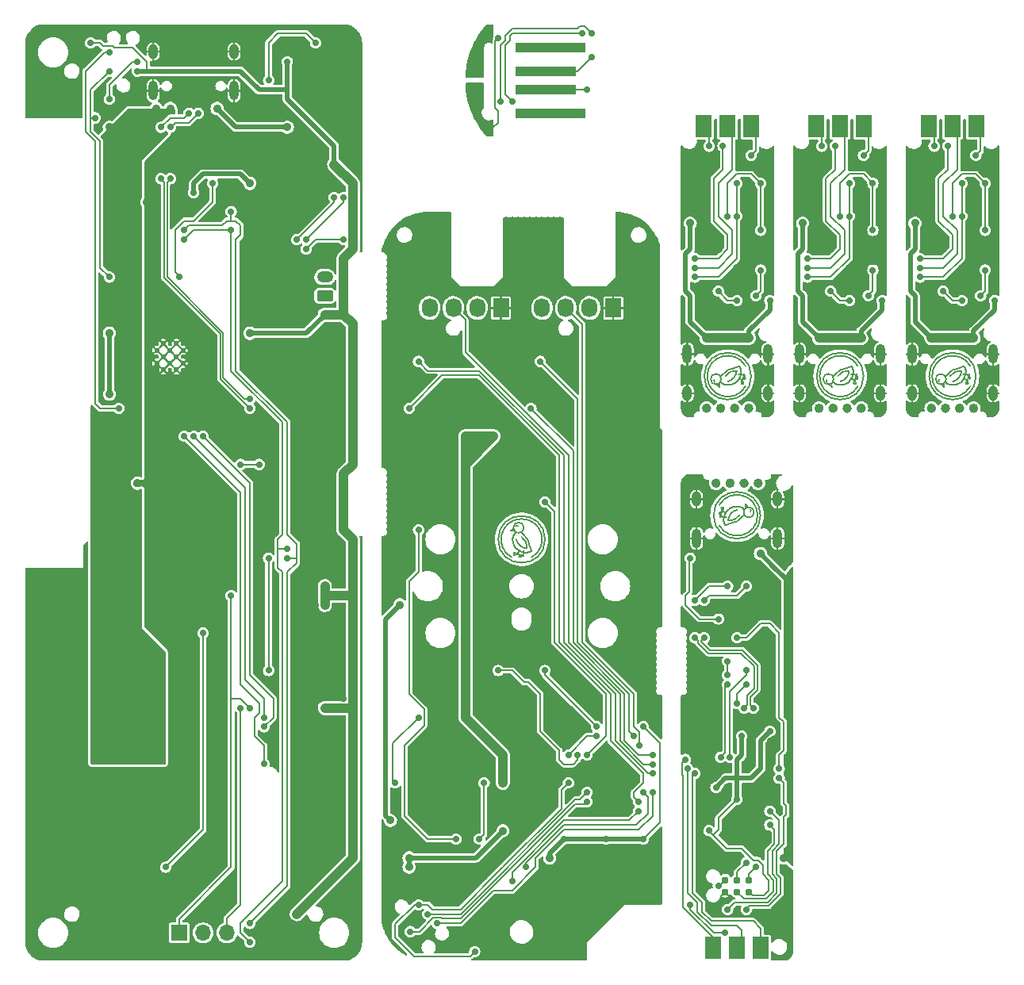
<source format=gbr>
G04 #@! TF.GenerationSoftware,KiCad,Pcbnew,7.0.8*
G04 #@! TF.CreationDate,2023-10-18T02:17:35-07:00*
G04 #@! TF.ProjectId,IotFan,496f7446-616e-42e6-9b69-6361645f7063,rev?*
G04 #@! TF.SameCoordinates,Original*
G04 #@! TF.FileFunction,Copper,L2,Bot*
G04 #@! TF.FilePolarity,Positive*
%FSLAX46Y46*%
G04 Gerber Fmt 4.6, Leading zero omitted, Abs format (unit mm)*
G04 Created by KiCad (PCBNEW 7.0.8) date 2023-10-18 02:17:35*
%MOMM*%
%LPD*%
G01*
G04 APERTURE LIST*
G04 Aperture macros list*
%AMRoundRect*
0 Rectangle with rounded corners*
0 $1 Rounding radius*
0 $2 $3 $4 $5 $6 $7 $8 $9 X,Y pos of 4 corners*
0 Add a 4 corners polygon primitive as box body*
4,1,4,$2,$3,$4,$5,$6,$7,$8,$9,$2,$3,0*
0 Add four circle primitives for the rounded corners*
1,1,$1+$1,$2,$3*
1,1,$1+$1,$4,$5*
1,1,$1+$1,$6,$7*
1,1,$1+$1,$8,$9*
0 Add four rect primitives between the rounded corners*
20,1,$1+$1,$2,$3,$4,$5,0*
20,1,$1+$1,$4,$5,$6,$7,0*
20,1,$1+$1,$6,$7,$8,$9,0*
20,1,$1+$1,$8,$9,$2,$3,0*%
G04 Aperture macros list end*
G04 #@! TA.AperFunction,EtchedComponent*
%ADD10C,0.500000*%
G04 #@! TD*
G04 #@! TA.AperFunction,EtchedComponent*
%ADD11C,0.200000*%
G04 #@! TD*
G04 #@! TA.AperFunction,EtchedComponent*
%ADD12C,0.160000*%
G04 #@! TD*
G04 #@! TA.AperFunction,ComponentPad*
%ADD13O,1.000000X2.100000*%
G04 #@! TD*
G04 #@! TA.AperFunction,ComponentPad*
%ADD14O,1.000000X1.600000*%
G04 #@! TD*
G04 #@! TA.AperFunction,SMDPad,CuDef*
%ADD15R,1.700000X2.340000*%
G04 #@! TD*
G04 #@! TA.AperFunction,ComponentPad*
%ADD16R,1.730000X2.030000*%
G04 #@! TD*
G04 #@! TA.AperFunction,ComponentPad*
%ADD17O,1.730000X2.030000*%
G04 #@! TD*
G04 #@! TA.AperFunction,SMDPad,CuDef*
%ADD18R,7.410000X1.000000*%
G04 #@! TD*
G04 #@! TA.AperFunction,SMDPad,CuDef*
%ADD19R,6.410000X1.000000*%
G04 #@! TD*
G04 #@! TA.AperFunction,HeatsinkPad*
%ADD20C,0.600000*%
G04 #@! TD*
G04 #@! TA.AperFunction,ComponentPad*
%ADD21RoundRect,0.250000X0.625000X-0.350000X0.625000X0.350000X-0.625000X0.350000X-0.625000X-0.350000X0*%
G04 #@! TD*
G04 #@! TA.AperFunction,ComponentPad*
%ADD22O,1.750000X1.200000*%
G04 #@! TD*
G04 #@! TA.AperFunction,ComponentPad*
%ADD23R,1.700000X1.700000*%
G04 #@! TD*
G04 #@! TA.AperFunction,ComponentPad*
%ADD24O,1.700000X1.700000*%
G04 #@! TD*
G04 #@! TA.AperFunction,ConnectorPad*
%ADD25C,0.787400*%
G04 #@! TD*
G04 #@! TA.AperFunction,ViaPad*
%ADD26C,0.700000*%
G04 #@! TD*
G04 #@! TA.AperFunction,ViaPad*
%ADD27C,0.900000*%
G04 #@! TD*
G04 #@! TA.AperFunction,Conductor*
%ADD28C,0.500000*%
G04 #@! TD*
G04 #@! TA.AperFunction,Conductor*
%ADD29C,0.200000*%
G04 #@! TD*
G04 #@! TA.AperFunction,Conductor*
%ADD30C,0.160000*%
G04 #@! TD*
G04 #@! TA.AperFunction,Conductor*
%ADD31C,1.000000*%
G04 #@! TD*
G04 #@! TA.AperFunction,Conductor*
%ADD32C,0.150000*%
G04 #@! TD*
G04 APERTURE END LIST*
D10*
X148500000Y-81000000D02*
G75*
G03*
X148500000Y-81000000I-250000J0D01*
G01*
X147000000Y-81000000D02*
G75*
G03*
X147000000Y-81000000I-250000J0D01*
G01*
X145500000Y-81000000D02*
G75*
G03*
X145500000Y-81000000I-250000J0D01*
G01*
X144000000Y-81000000D02*
G75*
G03*
X144000000Y-81000000I-250000J0D01*
G01*
D11*
X147250734Y-76503748D02*
X147374821Y-76768669D01*
X147374821Y-76768669D02*
X147425449Y-77064996D01*
X147425449Y-77064996D02*
X147399464Y-77374273D01*
X147399464Y-77374273D02*
X147298485Y-77677241D01*
X147396444Y-77375946D02*
X147147648Y-77363942D01*
X147769639Y-77425203D02*
X147396444Y-77375946D01*
X147298485Y-77677241D02*
X147128799Y-77955031D01*
X147128799Y-77955031D02*
X146900975Y-78190344D01*
X147562184Y-77958504D02*
X147203331Y-77849648D01*
X146900975Y-78190344D02*
X146629201Y-78368525D01*
X145459364Y-78354000D02*
X145237873Y-78169696D01*
X146629201Y-78368525D02*
X146330401Y-78478477D01*
X145726684Y-78470981D02*
X145459364Y-78354000D01*
X146330401Y-78478477D02*
X146023185Y-78513353D01*
X146023185Y-78513353D02*
X145726684Y-78470981D01*
X146548296Y-76766581D02*
G75*
G03*
X147250734Y-76503748I-66659J1248218D01*
G01*
D12*
X146001468Y-78151892D02*
G75*
G03*
X146958288Y-77002134I-291446J1215548D01*
G01*
D11*
X146548295Y-76766581D02*
G75*
G03*
X145609274Y-77272440I66659J-1248215D01*
G01*
X145237873Y-77607196D02*
G75*
G03*
X145609273Y-77272440I-634308J1077147D01*
G01*
D12*
X147894644Y-77862556D02*
G75*
G03*
X147769638Y-77362703I-936983J31233D01*
G01*
X146958080Y-77002109D02*
G75*
G03*
X145757667Y-77562550I-151776J-1240717D01*
G01*
X147894639Y-77862703D02*
G75*
G03*
X147769639Y-77862703I-62500J0D01*
G01*
X147769566Y-77362831D02*
G75*
G03*
X147644639Y-77862703I812058J-468495D01*
G01*
X147769639Y-77862703D02*
G75*
G03*
X147644639Y-77862703I-62500J0D01*
G01*
X147687190Y-78395857D02*
G75*
G03*
X147562184Y-77896004I-936986J31231D01*
G01*
X144593382Y-77955206D02*
G75*
G03*
X144593382Y-78196686I32352J-120740D01*
G01*
X145109434Y-78754789D02*
G75*
G03*
X145087291Y-78339151I-599620J176463D01*
G01*
X147687184Y-78396004D02*
G75*
G03*
X147562184Y-78396004I-62500J-2D01*
G01*
X147562110Y-77896132D02*
G75*
G03*
X147437184Y-78396004I812064J-468494D01*
G01*
X147562184Y-78396004D02*
G75*
G03*
X147437184Y-78396004I-62500J-2D01*
G01*
X145109582Y-78754783D02*
G75*
G03*
X144831448Y-78445124I-577538J-239003D01*
G01*
D11*
X147895163Y-76482196D02*
G75*
G03*
X147895164Y-78669695I-1894429J-1093750D01*
G01*
X148500734Y-77575946D02*
G75*
G03*
X148500734Y-77575946I-2500000J0D01*
G01*
X145313234Y-77888446D02*
G75*
G03*
X145313234Y-77888446I-562500J0D01*
G01*
D10*
X136500000Y-81000000D02*
G75*
G03*
X136500000Y-81000000I-250000J0D01*
G01*
X135000000Y-81000000D02*
G75*
G03*
X135000000Y-81000000I-250000J0D01*
G01*
X133500000Y-81000000D02*
G75*
G03*
X133500000Y-81000000I-250000J0D01*
G01*
X132000000Y-81000000D02*
G75*
G03*
X132000000Y-81000000I-250000J0D01*
G01*
D11*
X135250734Y-76503748D02*
X135374821Y-76768669D01*
X135374821Y-76768669D02*
X135425449Y-77064996D01*
X135425449Y-77064996D02*
X135399464Y-77374273D01*
X135399464Y-77374273D02*
X135298485Y-77677241D01*
X135396444Y-77375946D02*
X135147648Y-77363942D01*
X135769639Y-77425203D02*
X135396444Y-77375946D01*
X135298485Y-77677241D02*
X135128799Y-77955031D01*
X135128799Y-77955031D02*
X134900975Y-78190344D01*
X135562184Y-77958504D02*
X135203331Y-77849648D01*
X134900975Y-78190344D02*
X134629201Y-78368525D01*
X133459364Y-78354000D02*
X133237873Y-78169696D01*
X134629201Y-78368525D02*
X134330401Y-78478477D01*
X133726684Y-78470981D02*
X133459364Y-78354000D01*
X134330401Y-78478477D02*
X134023185Y-78513353D01*
X134023185Y-78513353D02*
X133726684Y-78470981D01*
X134548296Y-76766581D02*
G75*
G03*
X135250734Y-76503748I-66659J1248218D01*
G01*
D12*
X134001468Y-78151892D02*
G75*
G03*
X134958288Y-77002134I-291446J1215548D01*
G01*
D11*
X134548295Y-76766581D02*
G75*
G03*
X133609274Y-77272440I66659J-1248215D01*
G01*
X133237873Y-77607196D02*
G75*
G03*
X133609273Y-77272440I-634308J1077147D01*
G01*
D12*
X135894644Y-77862556D02*
G75*
G03*
X135769638Y-77362703I-936983J31233D01*
G01*
X134958080Y-77002109D02*
G75*
G03*
X133757667Y-77562550I-151776J-1240717D01*
G01*
X135894639Y-77862703D02*
G75*
G03*
X135769639Y-77862703I-62500J0D01*
G01*
X135769566Y-77362831D02*
G75*
G03*
X135644639Y-77862703I812058J-468495D01*
G01*
X135769639Y-77862703D02*
G75*
G03*
X135644639Y-77862703I-62500J0D01*
G01*
X135687190Y-78395857D02*
G75*
G03*
X135562184Y-77896004I-936986J31231D01*
G01*
X132593382Y-77955206D02*
G75*
G03*
X132593382Y-78196686I32352J-120740D01*
G01*
X133109434Y-78754789D02*
G75*
G03*
X133087291Y-78339151I-599620J176463D01*
G01*
X135687184Y-78396004D02*
G75*
G03*
X135562184Y-78396004I-62500J-2D01*
G01*
X135562110Y-77896132D02*
G75*
G03*
X135437184Y-78396004I812064J-468494D01*
G01*
X135562184Y-78396004D02*
G75*
G03*
X135437184Y-78396004I-62500J-2D01*
G01*
X133109582Y-78754783D02*
G75*
G03*
X132831448Y-78445124I-577538J-239003D01*
G01*
D11*
X135895163Y-76482196D02*
G75*
G03*
X135895164Y-78669695I-1894429J-1093750D01*
G01*
X136500734Y-77575946D02*
G75*
G03*
X136500734Y-77575946I-2500000J0D01*
G01*
X133313234Y-77888446D02*
G75*
G03*
X133313234Y-77888446I-562500J0D01*
G01*
X121313234Y-77888446D02*
G75*
G03*
X121313234Y-77888446I-562500J0D01*
G01*
X124500734Y-77575946D02*
G75*
G03*
X124500734Y-77575946I-2500000J0D01*
G01*
X123895163Y-76482196D02*
G75*
G03*
X123895164Y-78669695I-1894429J-1093750D01*
G01*
D12*
X121109581Y-78754783D02*
G75*
G03*
X120831448Y-78445125I-577527J-238993D01*
G01*
X123562184Y-78396004D02*
G75*
G03*
X123437184Y-78396004I-62500J-2D01*
G01*
X123562110Y-77896132D02*
G75*
G03*
X123437184Y-78396004I812064J-468494D01*
G01*
X123687184Y-78396004D02*
G75*
G03*
X123562184Y-78396004I-62500J-2D01*
G01*
X121109440Y-78754791D02*
G75*
G03*
X121087290Y-78339151I-599646J176455D01*
G01*
X120593382Y-77955206D02*
G75*
G03*
X120593382Y-78196686I32352J-120740D01*
G01*
X123687190Y-78395857D02*
G75*
G03*
X123562184Y-77896004I-936986J31231D01*
G01*
X123769639Y-77862703D02*
G75*
G03*
X123644639Y-77862703I-62500J0D01*
G01*
X123769566Y-77362831D02*
G75*
G03*
X123644639Y-77862703I812058J-468495D01*
G01*
X123894639Y-77862703D02*
G75*
G03*
X123769639Y-77862703I-62500J0D01*
G01*
X122958080Y-77002109D02*
G75*
G03*
X121757667Y-77562550I-151776J-1240717D01*
G01*
X123894644Y-77862556D02*
G75*
G03*
X123769638Y-77362703I-936983J31233D01*
G01*
D11*
X121237873Y-77607196D02*
G75*
G03*
X121609273Y-77272440I-634308J1077147D01*
G01*
X122548295Y-76766581D02*
G75*
G03*
X121609274Y-77272440I66659J-1248215D01*
G01*
D12*
X122001468Y-78151892D02*
G75*
G03*
X122958288Y-77002134I-291446J1215548D01*
G01*
D11*
X122548296Y-76766581D02*
G75*
G03*
X123250734Y-76503748I-66659J1248218D01*
G01*
X122023185Y-78513353D02*
X121726684Y-78470981D01*
X122330401Y-78478477D02*
X122023185Y-78513353D01*
X121726684Y-78470981D02*
X121459364Y-78354000D01*
X122629201Y-78368525D02*
X122330401Y-78478477D01*
X121459364Y-78354000D02*
X121237873Y-78169696D01*
X122900975Y-78190344D02*
X122629201Y-78368525D01*
X123562184Y-77958504D02*
X123203331Y-77849648D01*
X123128799Y-77955031D02*
X122900975Y-78190344D01*
X123298485Y-77677241D02*
X123128799Y-77955031D01*
X123769639Y-77425203D02*
X123396444Y-77375946D01*
X123396444Y-77375946D02*
X123147648Y-77363942D01*
X123399464Y-77374273D02*
X123298485Y-77677241D01*
X123425449Y-77064996D02*
X123399464Y-77374273D01*
X123374821Y-76768669D02*
X123425449Y-77064996D01*
X123250734Y-76503748D02*
X123374821Y-76768669D01*
D10*
X120000000Y-81000000D02*
G75*
G03*
X120000000Y-81000000I-250000J0D01*
G01*
X121500000Y-81000000D02*
G75*
G03*
X121500000Y-81000000I-250000J0D01*
G01*
X123000000Y-81000000D02*
G75*
G03*
X123000000Y-81000000I-250000J0D01*
G01*
X124500000Y-81000000D02*
G75*
G03*
X124500000Y-81000000I-250000J0D01*
G01*
D11*
X101072198Y-96250000D02*
X100807277Y-96374087D01*
X100807277Y-96374087D02*
X100510950Y-96424715D01*
X100510950Y-96424715D02*
X100201673Y-96398730D01*
X100201673Y-96398730D02*
X99898705Y-96297751D01*
X100200000Y-96395710D02*
X100212004Y-96146914D01*
X100150743Y-96768905D02*
X100200000Y-96395710D01*
X99898705Y-96297751D02*
X99620915Y-96128065D01*
X99620915Y-96128065D02*
X99385602Y-95900241D01*
X99617442Y-96561450D02*
X99726298Y-96202597D01*
X99385602Y-95900241D02*
X99207421Y-95628467D01*
X99221946Y-94458630D02*
X99406250Y-94237139D01*
X99207421Y-95628467D02*
X99097469Y-95329667D01*
X99104965Y-94725950D02*
X99221946Y-94458630D01*
X99097469Y-95329667D02*
X99062593Y-95022451D01*
X99062593Y-95022451D02*
X99104965Y-94725950D01*
X100809365Y-95547562D02*
G75*
G03*
X101072198Y-96250000I1248218J66659D01*
G01*
D12*
X99424054Y-95000734D02*
G75*
G03*
X100573812Y-95957554I1215548J291446D01*
G01*
D11*
X100809365Y-95547561D02*
G75*
G03*
X100303506Y-94608540I-1248215J-66659D01*
G01*
X99968750Y-94237139D02*
G75*
G03*
X100303506Y-94608539I1077147J634308D01*
G01*
D12*
X99713390Y-96893910D02*
G75*
G03*
X100213243Y-96768904I31233J936983D01*
G01*
X100573837Y-95957346D02*
G75*
G03*
X100013396Y-94756933I-1240717J151776D01*
G01*
X99713243Y-96893905D02*
G75*
G03*
X99713243Y-96768905I0J62500D01*
G01*
X100213115Y-96768832D02*
G75*
G03*
X99713243Y-96643905I-468495J-812058D01*
G01*
X99713243Y-96768905D02*
G75*
G03*
X99713243Y-96643905I0J62500D01*
G01*
X99180089Y-96686456D02*
G75*
G03*
X99679942Y-96561449I31211J937056D01*
G01*
X99620740Y-93592648D02*
G75*
G03*
X99379260Y-93592648I-120740J-32352D01*
G01*
X98821156Y-94108702D02*
G75*
G03*
X99236795Y-94086556I176464J599552D01*
G01*
X99179942Y-96686450D02*
G75*
G03*
X99179942Y-96561450I-2J62500D01*
G01*
X99679813Y-96561379D02*
G75*
G03*
X99179942Y-96436451I-468513J-812121D01*
G01*
X99179942Y-96561450D02*
G75*
G03*
X99179942Y-96436450I-2J62500D01*
G01*
X98821163Y-94108847D02*
G75*
G03*
X99130821Y-93830714I-238993J577527D01*
G01*
D11*
X101093750Y-96894429D02*
G75*
G03*
X98906251Y-96894430I-1093750J1894429D01*
G01*
X102500000Y-95000000D02*
G75*
G03*
X102500000Y-95000000I-2500000J0D01*
G01*
X100250000Y-93750000D02*
G75*
G03*
X100250000Y-93750000I-562500J0D01*
G01*
D10*
X125500000Y-89000000D02*
G75*
G03*
X125500000Y-89000000I-250000J0D01*
G01*
X124000000Y-89000000D02*
G75*
G03*
X124000000Y-89000000I-250000J0D01*
G01*
X122500000Y-89000000D02*
G75*
G03*
X122500000Y-89000000I-250000J0D01*
G01*
X121000000Y-89000000D02*
G75*
G03*
X121000000Y-89000000I-250000J0D01*
G01*
D11*
X124811800Y-92111600D02*
G75*
G03*
X124811800Y-92111600I-562500J0D01*
G01*
X125499300Y-92424100D02*
G75*
G03*
X125499300Y-92424100I-2500000J0D01*
G01*
X121104871Y-93517850D02*
G75*
G03*
X121104870Y-91330351I1894429J1093750D01*
G01*
D12*
X123890452Y-91245263D02*
G75*
G03*
X124168586Y-91554921I577548J239013D01*
G01*
X121437850Y-91604042D02*
G75*
G03*
X121562850Y-91604042I62500J2D01*
G01*
X121437924Y-92103914D02*
G75*
G03*
X121562850Y-91604042I-812064J468494D01*
G01*
X121312850Y-91604042D02*
G75*
G03*
X121437850Y-91604042I62500J2D01*
G01*
X123890589Y-91245254D02*
G75*
G03*
X123912743Y-91660895I599711J-176446D01*
G01*
X124406652Y-92044840D02*
G75*
G03*
X124406652Y-91803360I-32352J120740D01*
G01*
X121312844Y-91604189D02*
G75*
G03*
X121437850Y-92104042I936986J-31231D01*
G01*
X121230395Y-92137343D02*
G75*
G03*
X121355395Y-92137343I62500J0D01*
G01*
X121230468Y-92637215D02*
G75*
G03*
X121355395Y-92137343I-812058J468495D01*
G01*
X121105395Y-92137343D02*
G75*
G03*
X121230395Y-92137343I62500J0D01*
G01*
X122041954Y-92997937D02*
G75*
G03*
X123242367Y-92437496I151776J1240717D01*
G01*
X121105390Y-92137490D02*
G75*
G03*
X121230396Y-92637343I936983J-31233D01*
G01*
D11*
X123762161Y-92392850D02*
G75*
G03*
X123390761Y-92727606I634308J-1077147D01*
G01*
X122451739Y-93233465D02*
G75*
G03*
X123390760Y-92727606I-66659J1248215D01*
G01*
D12*
X122998566Y-91848154D02*
G75*
G03*
X122041746Y-92997912I291446J-1215548D01*
G01*
D11*
X122451738Y-93233465D02*
G75*
G03*
X121749300Y-93496298I66659J-1248218D01*
G01*
X122976849Y-91486693D02*
X123273350Y-91529065D01*
X122669633Y-91521569D02*
X122976849Y-91486693D01*
X123273350Y-91529065D02*
X123540670Y-91646046D01*
X122370833Y-91631521D02*
X122669633Y-91521569D01*
X123540670Y-91646046D02*
X123762161Y-91830350D01*
X122099059Y-91809702D02*
X122370833Y-91631521D01*
X121437850Y-92041542D02*
X121796703Y-92150398D01*
X121871235Y-92045015D02*
X122099059Y-91809702D01*
X121701549Y-92322805D02*
X121871235Y-92045015D01*
X121230395Y-92574843D02*
X121603590Y-92624100D01*
X121603590Y-92624100D02*
X121852386Y-92636104D01*
X121600570Y-92625773D02*
X121701549Y-92322805D01*
X121574585Y-92935050D02*
X121600570Y-92625773D01*
X121625213Y-93231377D02*
X121574585Y-92935050D01*
X121749300Y-93496298D02*
X121625213Y-93231377D01*
D13*
X141680000Y-75220000D03*
D14*
X141680000Y-79400000D03*
D13*
X150320000Y-75220000D03*
D14*
X150320000Y-79400000D03*
D15*
X143455000Y-50870000D03*
X145995000Y-50870000D03*
X148535000Y-50870000D03*
D13*
X129680000Y-75220000D03*
D14*
X129680000Y-79400000D03*
D13*
X138320000Y-75220000D03*
D14*
X138320000Y-79400000D03*
D15*
X131455000Y-50870000D03*
X133995000Y-50870000D03*
X136535000Y-50870000D03*
X119455000Y-50870000D03*
X121995000Y-50870000D03*
X124535000Y-50870000D03*
D14*
X126320000Y-79400000D03*
D13*
X126320000Y-75220000D03*
D14*
X117680000Y-79400000D03*
D13*
X117680000Y-75220000D03*
D16*
X97800000Y-70300000D03*
D17*
X95260000Y-70300000D03*
X92720000Y-70300000D03*
X90180000Y-70300000D03*
D16*
X109800000Y-70300000D03*
D17*
X107260000Y-70300000D03*
X104720000Y-70300000D03*
X102180000Y-70300000D03*
D18*
X103055000Y-42500000D03*
D19*
X102555000Y-45000000D03*
X102555000Y-47000000D03*
D18*
X103055000Y-49500000D03*
D20*
X61760000Y-76900000D03*
X63160000Y-76900000D03*
X61060000Y-76200000D03*
X62460000Y-76200000D03*
X63860000Y-76200000D03*
X61760000Y-75500000D03*
X63160000Y-75500000D03*
X61060000Y-74800000D03*
X62460000Y-74800000D03*
X63860000Y-74800000D03*
X61760000Y-74100000D03*
X63160000Y-74100000D03*
D21*
X79000000Y-69000000D03*
D22*
X79000000Y-67000000D03*
D23*
X63460000Y-137000000D03*
D24*
X66000000Y-137000000D03*
X68540000Y-137000000D03*
D13*
X69320000Y-47105000D03*
D14*
X69320000Y-42925000D03*
D13*
X60680000Y-47105000D03*
D14*
X60680000Y-42925000D03*
X118680000Y-90710000D03*
D13*
X118680000Y-94890000D03*
D14*
X127320000Y-90710000D03*
D13*
X127320000Y-94890000D03*
D15*
X120460000Y-138630000D03*
X123000000Y-138630000D03*
X125540000Y-138630000D03*
D25*
X121730000Y-131365000D03*
X121730000Y-132635000D03*
X123000000Y-131365000D03*
X123000000Y-132635000D03*
X124270000Y-131365000D03*
X124270000Y-132635000D03*
D26*
X148250000Y-69500000D03*
X149000000Y-69000000D03*
X144030350Y-53025338D03*
D27*
X147000000Y-66000000D03*
X148000000Y-53000000D03*
X146000000Y-72000000D03*
X143500000Y-69000000D03*
D26*
X150500000Y-66500000D03*
X146000000Y-60500000D03*
X145500000Y-53000000D03*
X147000000Y-69500000D03*
X142500000Y-66000000D03*
D27*
X145000000Y-64000000D03*
X148250000Y-73500000D03*
D26*
X149500000Y-66250000D03*
X147000000Y-57000000D03*
X149500000Y-57000000D03*
X142500000Y-65000000D03*
D27*
X143000000Y-58000000D03*
D26*
X150500000Y-69500000D03*
X147000000Y-60500000D03*
X142500000Y-67000000D03*
D27*
X142000000Y-61250000D03*
X143750000Y-73500000D03*
D26*
X148500000Y-54000000D03*
X149500000Y-62000000D03*
X145000000Y-68500000D03*
X136250000Y-69500000D03*
X137000000Y-69000000D03*
X132030350Y-53025338D03*
D27*
X135000000Y-66000000D03*
X136000000Y-53000000D03*
X134000000Y-72000000D03*
X131500000Y-69000000D03*
D26*
X138500000Y-66500000D03*
X134000000Y-60500000D03*
X133500000Y-53000000D03*
X135000000Y-69500000D03*
X130500000Y-66000000D03*
D27*
X133000000Y-64000000D03*
X136250000Y-73500000D03*
D26*
X137500000Y-66250000D03*
X135000000Y-57000000D03*
X137500000Y-57000000D03*
X130500000Y-65000000D03*
D27*
X131000000Y-58000000D03*
D26*
X138500000Y-69500000D03*
X135000000Y-60500000D03*
X130500000Y-67000000D03*
D27*
X130000000Y-61250000D03*
X131750000Y-73500000D03*
D26*
X136500000Y-54000000D03*
X137500000Y-62000000D03*
X133000000Y-68500000D03*
X121000000Y-68500000D03*
X124500000Y-54000000D03*
D27*
X119750000Y-73500000D03*
X118000000Y-61250000D03*
D26*
X118500000Y-67000000D03*
X123000000Y-60500000D03*
X125500000Y-57000000D03*
X123000000Y-57000000D03*
X125500000Y-66250000D03*
D27*
X124250000Y-73500000D03*
X121000000Y-64000000D03*
D26*
X118500000Y-66000000D03*
X121500000Y-53000000D03*
X122000000Y-60500000D03*
X118500000Y-65000000D03*
X126500000Y-66500000D03*
D27*
X119500000Y-69000000D03*
D26*
X123000000Y-69500000D03*
D27*
X122000000Y-72000000D03*
X124000000Y-53000000D03*
X119000000Y-58000000D03*
D26*
X125500000Y-62000000D03*
D27*
X123000000Y-66000000D03*
D26*
X126500000Y-69500000D03*
X120030350Y-53025338D03*
X125000000Y-69000000D03*
X124250000Y-69500000D03*
X111000000Y-120000000D03*
X110000000Y-121000000D03*
X109000000Y-120000000D03*
X110000000Y-119000000D03*
D27*
X95000000Y-84000000D03*
X98000000Y-119000000D03*
X96000000Y-84000000D03*
X98000000Y-121000000D03*
X94000000Y-84000000D03*
X98000000Y-120000000D03*
X98000000Y-118000000D03*
X97000000Y-84000000D03*
D26*
X109000000Y-133000000D03*
X106000000Y-122000000D03*
D27*
X101000000Y-112000000D03*
X114000000Y-93000000D03*
D26*
X94000000Y-118000000D03*
D27*
X96000000Y-130000000D03*
D26*
X111000000Y-128500000D03*
X111000000Y-131500000D03*
X105000000Y-122000000D03*
D27*
X104000000Y-76000000D03*
D26*
X107500000Y-129000000D03*
D27*
X97500000Y-91000000D03*
D26*
X113000000Y-133500000D03*
X113000000Y-132500000D03*
D27*
X100000000Y-109000000D03*
D26*
X100000000Y-121000000D03*
D27*
X91000000Y-76000000D03*
D26*
X94000000Y-119000000D03*
X109000000Y-131500000D03*
D27*
X95000000Y-137000000D03*
D26*
X104500000Y-129000000D03*
X105000000Y-115000000D03*
X107500000Y-128000000D03*
D27*
X96000000Y-131000000D03*
X112000000Y-102000000D03*
X112000000Y-98000000D03*
D26*
X109000000Y-130000000D03*
D27*
X86500000Y-93000000D03*
X93000000Y-137000000D03*
D26*
X111000000Y-130000000D03*
D27*
X88000000Y-98000000D03*
X90000000Y-81000000D03*
X103000000Y-81000000D03*
D26*
X114000000Y-130000000D03*
D27*
X113500000Y-107000000D03*
X89000000Y-133000000D03*
D26*
X102000000Y-117000000D03*
X103500000Y-121000000D03*
D27*
X87000000Y-102000000D03*
X86000000Y-125000000D03*
X88000000Y-129000000D03*
D26*
X113000000Y-127000000D03*
D27*
X98000000Y-126109500D03*
D26*
X113000000Y-115000000D03*
X109000000Y-127000000D03*
D27*
X103000000Y-129000000D03*
X88000000Y-130000000D03*
D26*
X104500000Y-127000000D03*
X97500000Y-109000000D03*
X106000000Y-118000000D03*
X108000000Y-115000000D03*
X102500000Y-109000000D03*
X102500000Y-91000000D03*
X107000000Y-118000000D03*
X89000000Y-114000000D03*
X86500000Y-121000000D03*
X99000000Y-131500000D03*
X112500000Y-124000000D03*
X95500000Y-127000000D03*
X96000000Y-121000000D03*
X114000000Y-122000000D03*
X91000000Y-136000000D03*
X112000000Y-116000000D03*
X102000000Y-76000000D03*
X101000000Y-81000000D03*
X114000000Y-118000000D03*
X89000000Y-76000000D03*
X114000000Y-120000000D03*
X88000000Y-81000000D03*
X112500000Y-123000000D03*
X114000000Y-119000000D03*
X108000000Y-116000000D03*
X95000000Y-139000000D03*
X105000000Y-121000000D03*
X89000000Y-134000000D03*
X105000000Y-118000000D03*
X112589500Y-117000000D03*
X90000000Y-135000000D03*
X106988474Y-121998528D03*
X107000000Y-123000000D03*
X88125000Y-136875000D03*
X89000000Y-94000000D03*
X100500000Y-130000000D03*
X113000000Y-122000000D03*
X93000000Y-127000000D03*
X103000000Y-42500000D03*
X97750000Y-48250000D03*
X107500000Y-41000000D03*
X106500000Y-41000000D03*
X99000000Y-48250000D03*
X103000000Y-49500000D03*
X107000000Y-47000000D03*
X107500000Y-43500000D03*
X96500000Y-41000000D03*
X97500000Y-41500000D03*
X96500000Y-51000000D03*
D27*
X60500000Y-107000000D03*
X60500000Y-118000000D03*
X61000000Y-49000000D03*
X60500000Y-115000000D03*
X67500000Y-49000000D03*
X56000000Y-51000000D03*
X60500000Y-117000000D03*
X60500000Y-114000000D03*
X75000000Y-51000000D03*
X62500000Y-49000000D03*
X59000000Y-51000000D03*
X60000000Y-50000000D03*
X76000000Y-139000000D03*
X56000000Y-139000000D03*
X60000000Y-59000000D03*
D26*
X69500000Y-54000000D03*
X61000000Y-95000000D03*
X69500000Y-55000000D03*
D27*
X80000000Y-64000000D03*
D26*
X78000000Y-98000000D03*
X78000000Y-96000000D03*
X69000000Y-58000000D03*
D27*
X78000000Y-53000000D03*
X58000000Y-139000000D03*
X56000000Y-135000000D03*
D26*
X80000000Y-83000000D03*
D27*
X59000000Y-89000000D03*
X52000000Y-111000000D03*
X58000000Y-135000000D03*
X50000000Y-111000000D03*
D26*
X68000000Y-105000000D03*
D27*
X62000000Y-53000000D03*
X53000000Y-139000000D03*
X51000000Y-111000000D03*
X75000000Y-63000000D03*
X76000000Y-42000000D03*
D26*
X78000000Y-94000000D03*
X64000000Y-105000000D03*
X78000000Y-83000000D03*
X81000000Y-112000000D03*
X78000000Y-102000000D03*
D27*
X61000000Y-126000000D03*
X63000000Y-126000000D03*
X78000000Y-46000000D03*
D26*
X64000000Y-101000000D03*
X68000000Y-97000000D03*
D27*
X50000000Y-99000000D03*
X76000000Y-47000000D03*
X53000000Y-137000000D03*
X56000000Y-73000000D03*
X56010000Y-79500000D03*
D26*
X75000000Y-44000000D03*
X79000000Y-100000000D03*
X79000000Y-113000000D03*
D27*
X79000000Y-71000000D03*
D26*
X79000000Y-102000000D03*
D27*
X76000000Y-135000000D03*
D26*
X59000000Y-45000000D03*
D27*
X71000000Y-73000000D03*
X80000000Y-55000000D03*
X71000000Y-57000000D03*
D26*
X54000000Y-42000000D03*
X65000000Y-58000000D03*
X62000000Y-130000000D03*
X66000000Y-105000000D03*
X70000000Y-113000000D03*
X66000000Y-84000000D03*
X72500000Y-115000000D03*
X72500000Y-114000000D03*
X65000000Y-84000000D03*
X64000000Y-84000000D03*
X72496173Y-118990049D03*
X69000000Y-101000000D03*
X71000000Y-113000000D03*
X75000000Y-97000000D03*
X69000000Y-60000000D03*
X64000000Y-62000000D03*
X71000000Y-136000000D03*
X64000000Y-63000000D03*
X69000000Y-62000000D03*
X71000000Y-138000000D03*
X75000000Y-96000000D03*
X73000000Y-97000000D03*
X73000000Y-109000000D03*
X73000000Y-46000000D03*
X78000000Y-42000000D03*
X56000000Y-43000000D03*
X57000000Y-81000000D03*
X63500000Y-67000000D03*
X67000000Y-57000000D03*
X77000000Y-63000000D03*
X81000000Y-58500000D03*
X81000000Y-63000000D03*
X77000000Y-64000000D03*
X76000000Y-63000000D03*
X80000000Y-58500000D03*
X71000000Y-80000000D03*
X65500000Y-49500000D03*
X62500000Y-56500000D03*
X62500000Y-51000000D03*
X71000000Y-81000000D03*
X61500000Y-56500000D03*
X61500000Y-51000000D03*
X64500000Y-49500000D03*
X72000000Y-87000000D03*
X70000000Y-87000000D03*
X56000000Y-67000000D03*
X54500000Y-50000000D03*
X56000000Y-45000000D03*
X56000000Y-48000000D03*
X59000000Y-44000000D03*
X118500000Y-120000000D03*
X118000000Y-134000000D03*
X121750000Y-137000000D03*
X117750000Y-119500000D03*
X123000000Y-113500000D03*
X127500000Y-124000000D03*
X119500000Y-124000000D03*
X120500000Y-111500000D03*
D27*
X126000000Y-101500000D03*
D26*
X122000000Y-126093664D03*
X126537048Y-116537048D03*
X121000000Y-99000000D03*
D27*
X123000000Y-98000000D03*
D26*
X125500000Y-113500000D03*
D27*
X122000000Y-129000000D03*
X124000000Y-119500000D03*
D26*
X120000000Y-134500000D03*
D27*
X123000000Y-104500000D03*
X122000000Y-119500000D03*
D26*
X119000000Y-132000000D03*
D27*
X124000000Y-121500000D03*
D26*
X128000000Y-134250000D03*
X121000000Y-134500000D03*
X118000000Y-115000000D03*
D27*
X122000000Y-121500000D03*
X125000000Y-99000000D03*
D26*
X125000000Y-128500000D03*
X117500000Y-118500000D03*
X124750000Y-113000000D03*
X119500000Y-105500000D03*
X124000000Y-100000000D03*
X119500000Y-101500000D03*
X118500000Y-105500000D03*
X123750000Y-113000000D03*
X122000000Y-100000000D03*
X118500000Y-101500000D03*
X124000000Y-134500000D03*
X127500000Y-120500000D03*
X126500000Y-115500000D03*
X120000000Y-126089500D03*
X123000000Y-122750000D03*
X123500000Y-116000000D03*
X120750000Y-121500000D03*
D27*
X125500000Y-96500000D03*
X128000000Y-129000000D03*
D26*
X122000000Y-108000000D03*
X122000000Y-109500000D03*
X122000000Y-110500000D03*
X121250000Y-118250000D03*
X123000000Y-112500000D03*
X124000000Y-110500000D03*
X124000000Y-109000000D03*
X122250000Y-118250000D03*
X124000000Y-129500000D03*
X125000000Y-130000000D03*
X126500000Y-125500000D03*
X126500000Y-124000000D03*
X122000000Y-134500000D03*
X127500000Y-119500000D03*
X118000000Y-97000000D03*
X123000000Y-105500000D03*
X121000000Y-103500000D03*
X121000000Y-132000000D03*
D28*
X141500000Y-64500000D02*
X142000000Y-64000000D01*
X142000000Y-64000000D02*
X142000000Y-61250000D01*
X141500000Y-68500000D02*
X141500000Y-64500000D01*
D29*
X149000000Y-69000000D02*
X149500000Y-68500000D01*
D28*
X148250000Y-73500000D02*
X148250000Y-72750000D01*
X150500000Y-70500000D02*
X150500000Y-69500000D01*
D30*
X145000000Y-68500000D02*
X146000000Y-69500000D01*
X147000000Y-60500000D02*
X147000000Y-57000000D01*
X145000000Y-67000000D02*
X147000000Y-65000000D01*
X142500000Y-67000000D02*
X145000000Y-67000000D01*
X146000000Y-69500000D02*
X147000000Y-69500000D01*
X146000000Y-57000000D02*
X146000000Y-60500000D01*
X147000000Y-56000000D02*
X146000000Y-57000000D01*
X148500000Y-56000000D02*
X147000000Y-56000000D01*
X144500000Y-61000000D02*
X146000000Y-62500000D01*
X145500000Y-53000000D02*
X145500000Y-55500000D01*
X146000000Y-64000000D02*
X145000000Y-65000000D01*
D29*
X144030350Y-53025338D02*
X144030350Y-51280350D01*
D30*
X145000000Y-60500000D02*
X145000000Y-57000000D01*
X148500000Y-54000000D02*
X149000000Y-53500000D01*
X145500000Y-55500000D02*
X144500000Y-56500000D01*
X145000000Y-65000000D02*
X142500000Y-65000000D01*
X146500000Y-64500000D02*
X146500000Y-62000000D01*
X142500000Y-66000000D02*
X145000000Y-66000000D01*
X145000000Y-66000000D02*
X146500000Y-64500000D01*
D28*
X142000000Y-69000000D02*
X141500000Y-68500000D01*
X142000000Y-71750000D02*
X142000000Y-69000000D01*
D30*
X145000000Y-57000000D02*
X146500000Y-55500000D01*
X149000000Y-51335000D02*
X148535000Y-50870000D01*
D29*
X144030350Y-51280350D02*
X143520000Y-50770000D01*
D30*
X146000000Y-62500000D02*
X146000000Y-64000000D01*
X146500000Y-51375000D02*
X145995000Y-50870000D01*
X149000000Y-53500000D02*
X149000000Y-51335000D01*
D29*
X143520000Y-50770000D02*
X143455000Y-50770000D01*
D30*
X149500000Y-62000000D02*
X149500000Y-57000000D01*
D28*
X148250000Y-72750000D02*
X150500000Y-70500000D01*
D30*
X147000000Y-65000000D02*
X147000000Y-60500000D01*
X146500000Y-62000000D02*
X145000000Y-60500000D01*
X149500000Y-57000000D02*
X148500000Y-56000000D01*
X144500000Y-56500000D02*
X144500000Y-61000000D01*
D31*
X148250000Y-73500000D02*
X143750000Y-73500000D01*
D29*
X149500000Y-68500000D02*
X149500000Y-66250000D01*
D30*
X146500000Y-55500000D02*
X146500000Y-51375000D01*
D28*
X143750000Y-73500000D02*
X142000000Y-71750000D01*
X129500000Y-64500000D02*
X130000000Y-64000000D01*
X130000000Y-64000000D02*
X130000000Y-61250000D01*
X129500000Y-68500000D02*
X129500000Y-64500000D01*
D29*
X137000000Y-69000000D02*
X137500000Y-68500000D01*
D28*
X136250000Y-73500000D02*
X136250000Y-72750000D01*
X138500000Y-70500000D02*
X138500000Y-69500000D01*
D30*
X133000000Y-68500000D02*
X134000000Y-69500000D01*
X135000000Y-60500000D02*
X135000000Y-57000000D01*
X133000000Y-67000000D02*
X135000000Y-65000000D01*
X130500000Y-67000000D02*
X133000000Y-67000000D01*
X134000000Y-69500000D02*
X135000000Y-69500000D01*
X134000000Y-57000000D02*
X134000000Y-60500000D01*
X135000000Y-56000000D02*
X134000000Y-57000000D01*
X136500000Y-56000000D02*
X135000000Y-56000000D01*
X132500000Y-61000000D02*
X134000000Y-62500000D01*
X133500000Y-53000000D02*
X133500000Y-55500000D01*
X134000000Y-64000000D02*
X133000000Y-65000000D01*
D29*
X132030350Y-53025338D02*
X132030350Y-51280350D01*
D30*
X133000000Y-60500000D02*
X133000000Y-57000000D01*
X136500000Y-54000000D02*
X137000000Y-53500000D01*
X133500000Y-55500000D02*
X132500000Y-56500000D01*
X133000000Y-65000000D02*
X130500000Y-65000000D01*
X134500000Y-64500000D02*
X134500000Y-62000000D01*
X130500000Y-66000000D02*
X133000000Y-66000000D01*
X133000000Y-66000000D02*
X134500000Y-64500000D01*
D28*
X130000000Y-69000000D02*
X129500000Y-68500000D01*
X130000000Y-71750000D02*
X130000000Y-69000000D01*
D30*
X133000000Y-57000000D02*
X134500000Y-55500000D01*
X137000000Y-51335000D02*
X136535000Y-50870000D01*
D29*
X132030350Y-51280350D02*
X131520000Y-50770000D01*
D30*
X134000000Y-62500000D02*
X134000000Y-64000000D01*
X134500000Y-51375000D02*
X133995000Y-50870000D01*
X137000000Y-53500000D02*
X137000000Y-51335000D01*
D29*
X131520000Y-50770000D02*
X131455000Y-50770000D01*
D30*
X137500000Y-62000000D02*
X137500000Y-57000000D01*
D28*
X136250000Y-72750000D02*
X138500000Y-70500000D01*
D30*
X135000000Y-65000000D02*
X135000000Y-60500000D01*
X134500000Y-62000000D02*
X133000000Y-60500000D01*
X137500000Y-57000000D02*
X136500000Y-56000000D01*
X132500000Y-56500000D02*
X132500000Y-61000000D01*
D31*
X136250000Y-73500000D02*
X131750000Y-73500000D01*
D29*
X137500000Y-68500000D02*
X137500000Y-66250000D01*
D30*
X134500000Y-55500000D02*
X134500000Y-51375000D01*
D28*
X131750000Y-73500000D02*
X130000000Y-71750000D01*
D29*
X125500000Y-68500000D02*
X125500000Y-66250000D01*
D30*
X122500000Y-62000000D02*
X121000000Y-60500000D01*
D28*
X124250000Y-72750000D02*
X126500000Y-70500000D01*
D30*
X125500000Y-57000000D02*
X124500000Y-56000000D01*
X125500000Y-62000000D02*
X125500000Y-57000000D01*
D29*
X119520000Y-50770000D02*
X119455000Y-50770000D01*
D30*
X122500000Y-51375000D02*
X121995000Y-50870000D01*
X122000000Y-62500000D02*
X122000000Y-64000000D01*
D29*
X120030350Y-51280350D02*
X119520000Y-50770000D01*
D30*
X125000000Y-51335000D02*
X124535000Y-50870000D01*
X122500000Y-55500000D02*
X122500000Y-51375000D01*
D28*
X118000000Y-71750000D02*
X118000000Y-69000000D01*
D30*
X121000000Y-57000000D02*
X122500000Y-55500000D01*
X121000000Y-66000000D02*
X122500000Y-64500000D01*
X125000000Y-53500000D02*
X125000000Y-51335000D01*
X118500000Y-66000000D02*
X121000000Y-66000000D01*
X122500000Y-64500000D02*
X122500000Y-62000000D01*
D28*
X119750000Y-73500000D02*
X118000000Y-71750000D01*
D30*
X121000000Y-65000000D02*
X118500000Y-65000000D01*
X121500000Y-55500000D02*
X120500000Y-56500000D01*
X124500000Y-54000000D02*
X125000000Y-53500000D01*
X121000000Y-60500000D02*
X121000000Y-57000000D01*
X120500000Y-56500000D02*
X120500000Y-61000000D01*
D29*
X120030350Y-53025338D02*
X120030350Y-51280350D01*
D30*
X122000000Y-64000000D02*
X121000000Y-65000000D01*
X121500000Y-53000000D02*
X121500000Y-55500000D01*
X120500000Y-61000000D02*
X122000000Y-62500000D01*
X124500000Y-56000000D02*
X123000000Y-56000000D01*
X123000000Y-56000000D02*
X122000000Y-57000000D01*
X123000000Y-65000000D02*
X123000000Y-60500000D01*
X122000000Y-57000000D02*
X122000000Y-60500000D01*
X118500000Y-67000000D02*
X121000000Y-67000000D01*
X121000000Y-67000000D02*
X123000000Y-65000000D01*
X123000000Y-60500000D02*
X123000000Y-57000000D01*
D31*
X124250000Y-73500000D02*
X119750000Y-73500000D01*
D28*
X126500000Y-70500000D02*
X126500000Y-69500000D01*
D30*
X121000000Y-68500000D02*
X122000000Y-69500000D01*
D28*
X124250000Y-73500000D02*
X124250000Y-72750000D01*
D29*
X125000000Y-69000000D02*
X125500000Y-68500000D01*
D28*
X117500000Y-68500000D02*
X117500000Y-64500000D01*
D30*
X122000000Y-69500000D02*
X123000000Y-69500000D01*
D28*
X118000000Y-64000000D02*
X118000000Y-61250000D01*
X117500000Y-64500000D02*
X118000000Y-64000000D01*
X118000000Y-69000000D02*
X117500000Y-68500000D01*
D31*
X82000000Y-72000000D02*
X81000000Y-71000000D01*
X82000000Y-87000000D02*
X82000000Y-72000000D01*
X81000000Y-88000000D02*
X82000000Y-87000000D01*
X81000000Y-94000000D02*
X81000000Y-88000000D01*
X82000000Y-95000000D02*
X81000000Y-94000000D01*
X82000000Y-101000000D02*
X82000000Y-95000000D01*
X81000000Y-65000000D02*
X82000000Y-64000000D01*
X82000000Y-57000000D02*
X82000000Y-64000000D01*
X81000000Y-71000000D02*
X81000000Y-65000000D01*
X81000000Y-71000000D02*
X79000000Y-71000000D01*
X94000000Y-85000000D02*
X95000000Y-84000000D01*
X94000000Y-87000000D02*
X94000000Y-114000000D01*
X98000000Y-119000000D02*
X98000000Y-120000000D01*
X98000000Y-118000000D02*
X98000000Y-121000000D01*
X96000000Y-84000000D02*
X94000000Y-86000000D01*
X97000000Y-117000000D02*
X98000000Y-118000000D01*
X94000000Y-85000000D02*
X94000000Y-84000000D01*
X94000000Y-87000000D02*
X94000000Y-85000000D01*
X94000000Y-87000000D02*
X97000000Y-84000000D01*
X94000000Y-114000000D02*
X97000000Y-117000000D01*
X94000000Y-84000000D02*
X97000000Y-84000000D01*
X94000000Y-86000000D02*
X94000000Y-87000000D01*
D28*
X85500000Y-103500000D02*
X85500000Y-124500000D01*
X85500000Y-124500000D02*
X86000000Y-125000000D01*
X87000000Y-102000000D02*
X85500000Y-103500000D01*
X104500000Y-127000000D02*
X109000000Y-127000000D01*
D29*
X114750000Y-125250000D02*
X113000000Y-127000000D01*
D28*
X103000000Y-128500000D02*
X104500000Y-127000000D01*
X98000000Y-126109500D02*
X95109500Y-129000000D01*
D29*
X114750000Y-121500000D02*
X114750000Y-125250000D01*
D28*
X95109500Y-129000000D02*
X88000000Y-129000000D01*
D29*
X114750000Y-121500000D02*
X114750000Y-116750000D01*
X114750000Y-116750000D02*
X113000000Y-115000000D01*
D28*
X109000000Y-127000000D02*
X113000000Y-127000000D01*
X103000000Y-129000000D02*
X103000000Y-128500000D01*
D30*
X114750000Y-125250000D02*
X114750000Y-122750000D01*
D29*
X114750000Y-122750000D02*
X114750000Y-121500000D01*
D28*
X88000000Y-130000000D02*
X88000000Y-129000000D01*
D30*
X106000000Y-118500000D02*
X106000000Y-118000000D01*
X100250000Y-110250000D02*
X100750000Y-110250000D01*
X99000000Y-109000000D02*
X100250000Y-110250000D01*
X97500000Y-109000000D02*
X99000000Y-109000000D01*
X102000000Y-111500000D02*
X102000000Y-115500000D01*
X105500000Y-119000000D02*
X106000000Y-118500000D01*
X104000000Y-118500000D02*
X104500000Y-119000000D01*
X100750000Y-110250000D02*
X102000000Y-111500000D01*
X104000000Y-117500000D02*
X104000000Y-118500000D01*
X102000000Y-115500000D02*
X104000000Y-117500000D01*
X104500000Y-119000000D02*
X105500000Y-119000000D01*
X102500000Y-109000000D02*
X102500000Y-109500000D01*
X105500000Y-112500000D02*
X103500000Y-110500000D01*
X102500000Y-109500000D02*
X105500000Y-112500000D01*
X108000000Y-115000000D02*
X105500000Y-112500000D01*
X109000000Y-116000000D02*
X107000000Y-118000000D01*
X103500000Y-106000000D02*
X109000000Y-111500000D01*
X102500000Y-91000000D02*
X103500000Y-92000000D01*
X109000000Y-111500000D02*
X109000000Y-116000000D01*
X103500000Y-92000000D02*
X103500000Y-106000000D01*
D29*
X86500000Y-121000000D02*
X86250000Y-120750000D01*
X86250000Y-116750000D02*
X89000000Y-114000000D01*
X86250000Y-120750000D02*
X86250000Y-116750000D01*
D30*
X95500000Y-127000000D02*
X96000000Y-126500000D01*
X99000000Y-131500000D02*
X99000000Y-130547452D01*
X99000000Y-130547452D02*
X104547452Y-125000000D01*
X111500000Y-125000000D02*
X112500000Y-124000000D01*
X104547452Y-125000000D02*
X111500000Y-125000000D01*
X96000000Y-126500000D02*
X96000000Y-121000000D01*
X101500000Y-129000000D02*
X101500000Y-130000000D01*
X99000000Y-132500000D02*
X97000000Y-132500000D01*
X93500000Y-136000000D02*
X91000000Y-136000000D01*
X101500000Y-130000000D02*
X99000000Y-132500000D01*
X104500000Y-126000000D02*
X101500000Y-129000000D01*
X114000000Y-122000000D02*
X114000000Y-124500000D01*
X112500000Y-126000000D02*
X104500000Y-126000000D01*
X97000000Y-132500000D02*
X93500000Y-136000000D01*
X114000000Y-124500000D02*
X112500000Y-126000000D01*
X112000000Y-116000000D02*
X111500000Y-115500000D01*
X106000000Y-106000000D02*
X106000000Y-80000000D01*
X106000000Y-80000000D02*
X102000000Y-76000000D01*
X111500000Y-115500000D02*
X111500000Y-111500000D01*
X111500000Y-111500000D02*
X106000000Y-106000000D01*
X114000000Y-118000000D02*
X112500000Y-118000000D01*
X111000000Y-116500000D02*
X111000000Y-111500000D01*
X105500000Y-85500000D02*
X101000000Y-81000000D01*
X112500000Y-118000000D02*
X111000000Y-116500000D01*
X111000000Y-111500000D02*
X105500000Y-106000000D01*
X105500000Y-106000000D02*
X105500000Y-85500000D01*
X90000000Y-77000000D02*
X89000000Y-76000000D01*
X104500000Y-106000000D02*
X104500000Y-86000000D01*
X110000000Y-116500000D02*
X110000000Y-111500000D01*
X114000000Y-120000000D02*
X113500000Y-120000000D01*
X113500000Y-120000000D02*
X110000000Y-116500000D01*
X110000000Y-111500000D02*
X104500000Y-106000000D01*
X104500000Y-86000000D02*
X95500000Y-77000000D01*
X95500000Y-77000000D02*
X90000000Y-77000000D01*
X95500000Y-77500000D02*
X104000000Y-86000000D01*
X113000000Y-120000000D02*
X113000000Y-121000000D01*
X104000000Y-106000000D02*
X109500000Y-111500000D01*
X112000000Y-122000000D02*
X112000000Y-122500000D01*
X113000000Y-121000000D02*
X112000000Y-122000000D01*
X109500000Y-116500000D02*
X113000000Y-120000000D01*
X91500000Y-77500000D02*
X95500000Y-77500000D01*
X88000000Y-81000000D02*
X91500000Y-77500000D01*
X109500000Y-111500000D02*
X109500000Y-116500000D01*
X104000000Y-86000000D02*
X104000000Y-106000000D01*
X112000000Y-122500000D02*
X112500000Y-123000000D01*
X94000000Y-71580000D02*
X92720000Y-70300000D01*
X110500000Y-111500000D02*
X105000000Y-106000000D01*
X105000000Y-106000000D02*
X105000000Y-86000000D01*
X110500000Y-116500000D02*
X110500000Y-111500000D01*
X113000000Y-119000000D02*
X110500000Y-116500000D01*
X114000000Y-119000000D02*
X113000000Y-119000000D01*
X94000000Y-75000000D02*
X94000000Y-71580000D01*
X105000000Y-86000000D02*
X94000000Y-75000000D01*
X88500000Y-139500000D02*
X94500000Y-139500000D01*
X88580705Y-134000000D02*
X86500000Y-136080706D01*
X97500000Y-130500000D02*
X93500000Y-134500000D01*
X86500000Y-136080706D02*
X86500000Y-137500000D01*
X94500000Y-139500000D02*
X95000000Y-139000000D01*
X98000000Y-130000000D02*
X97500000Y-130500000D01*
X86500000Y-137500000D02*
X88500000Y-139500000D01*
X104250000Y-123750000D02*
X98000000Y-130000000D01*
X105000000Y-121000000D02*
X104250000Y-121750000D01*
X93500000Y-134500000D02*
X90500000Y-134500000D01*
X89000000Y-134000000D02*
X88580705Y-134000000D01*
X104250000Y-121750000D02*
X104250000Y-123750000D01*
X108000000Y-116000000D02*
X107000000Y-116000000D01*
X107000000Y-116000000D02*
X105000000Y-118000000D01*
X90500000Y-134500000D02*
X90000000Y-134000000D01*
X90000000Y-134000000D02*
X89000000Y-134000000D01*
X112000000Y-115000000D02*
X112000000Y-111500000D01*
X112589500Y-117000000D02*
X112589500Y-115589500D01*
X106500000Y-72080000D02*
X104720000Y-70300000D01*
X112000000Y-111500000D02*
X106500000Y-106000000D01*
X106500000Y-106000000D02*
X106500000Y-72080000D01*
X112589500Y-115589500D02*
X112000000Y-115000000D01*
X90000000Y-135000000D02*
X93500000Y-135000000D01*
X106500000Y-122500000D02*
X106500000Y-122487002D01*
X106250000Y-122750000D02*
X106500000Y-122500000D01*
X93500000Y-135000000D02*
X105750000Y-122750000D01*
X106500000Y-122487002D02*
X106988474Y-121998528D01*
X105750000Y-122750000D02*
X106250000Y-122750000D01*
X91500000Y-135500000D02*
X91410000Y-135410000D01*
X90590000Y-135410000D02*
X89125000Y-136875000D01*
X107000000Y-123000000D02*
X106750000Y-123250000D01*
X89125000Y-136875000D02*
X88125000Y-136875000D01*
X106750000Y-123250000D02*
X105750000Y-123250000D01*
X91410000Y-135410000D02*
X90590000Y-135410000D01*
X105750000Y-123250000D02*
X93500000Y-135500000D01*
X93500000Y-135500000D02*
X91500000Y-135500000D01*
X89590000Y-114910000D02*
X89590000Y-113090000D01*
X104500000Y-125500000D02*
X112250000Y-125500000D01*
X113500000Y-124250000D02*
X113500000Y-122500000D01*
X89000000Y-98500000D02*
X89000000Y-94000000D01*
X88000000Y-111500000D02*
X88000000Y-99500000D01*
X93000000Y-127000000D02*
X90000000Y-127000000D01*
X87500000Y-124500000D02*
X87500000Y-117000000D01*
X90000000Y-127000000D02*
X87500000Y-124500000D01*
X89590000Y-113090000D02*
X88000000Y-111500000D01*
X88000000Y-99500000D02*
X89000000Y-98500000D01*
X100500000Y-130000000D02*
X100500000Y-129500000D01*
X112250000Y-125500000D02*
X113500000Y-124250000D01*
X87500000Y-117000000D02*
X89590000Y-114910000D01*
X113500000Y-122500000D02*
X113000000Y-122000000D01*
X100500000Y-129500000D02*
X104500000Y-125500000D01*
D32*
X106750000Y-40250000D02*
X107500000Y-41000000D01*
X106250000Y-40250000D02*
X106750000Y-40250000D01*
X99000000Y-40500000D02*
X106000000Y-40500000D01*
X98250000Y-41750000D02*
X98250000Y-41250000D01*
X97750000Y-42250000D02*
X98250000Y-41750000D01*
X97750000Y-48250000D02*
X97750000Y-42250000D01*
X106000000Y-40500000D02*
X106250000Y-40250000D01*
X98250000Y-41250000D02*
X99000000Y-40500000D01*
X98750000Y-41250000D02*
X99000000Y-41000000D01*
X98750000Y-41750000D02*
X98750000Y-41250000D01*
X99000000Y-41000000D02*
X106500000Y-41000000D01*
X99000000Y-48250000D02*
X98250000Y-47500000D01*
X98250000Y-42250000D02*
X98750000Y-41750000D01*
X98250000Y-47500000D02*
X98250000Y-42250000D01*
X103055000Y-49500000D02*
X103000000Y-49500000D01*
X107000000Y-47000000D02*
X102555000Y-47000000D01*
X107500000Y-43500000D02*
X106000000Y-45000000D01*
X106000000Y-45000000D02*
X102555000Y-45000000D01*
X97000000Y-51000000D02*
X97500000Y-50500000D01*
X97500000Y-49250000D02*
X97175000Y-48925000D01*
X97200000Y-41800000D02*
X97500000Y-41500000D01*
X96500000Y-51000000D02*
X97000000Y-51000000D01*
X97175000Y-47625000D02*
X97200000Y-47600000D01*
X97500000Y-50500000D02*
X97500000Y-49250000D01*
X97175000Y-48925000D02*
X97175000Y-47625000D01*
X97200000Y-47600000D02*
X97200000Y-41800000D01*
D28*
X69500000Y-51000000D02*
X67500000Y-49000000D01*
X75000000Y-51000000D02*
X69500000Y-51000000D01*
X59000000Y-51000000D02*
X56000000Y-51000000D01*
X61000000Y-89000000D02*
X61060000Y-88940000D01*
X61060000Y-88940000D02*
X61060000Y-88000000D01*
X61060000Y-88000000D02*
X61060000Y-76200000D01*
X59000000Y-89000000D02*
X61000000Y-89000000D01*
X80000000Y-53000000D02*
X80000000Y-55000000D01*
D31*
X82000000Y-101000000D02*
X82000000Y-113000000D01*
D28*
X71000000Y-57000000D02*
X70000000Y-56000000D01*
X77000000Y-73000000D02*
X71000000Y-73000000D01*
X59000000Y-45000000D02*
X60000000Y-45000000D01*
X65000000Y-57000000D02*
X65000000Y-58000000D01*
D29*
X58500000Y-42500000D02*
X60000000Y-44000000D01*
D31*
X79000000Y-101000000D02*
X79000000Y-100000000D01*
D28*
X79000000Y-71000000D02*
X77000000Y-73000000D01*
D31*
X79000000Y-102000000D02*
X79000000Y-101000000D01*
X82000000Y-129000000D02*
X76000000Y-135000000D01*
D29*
X55000000Y-42000000D02*
X55309300Y-42309300D01*
D31*
X82000000Y-113000000D02*
X82000000Y-129000000D01*
D28*
X75000000Y-48000000D02*
X80000000Y-53000000D01*
X75000000Y-47000000D02*
X75000000Y-48000000D01*
X72000000Y-47000000D02*
X75000000Y-47000000D01*
D29*
X55309300Y-42309300D02*
X56309300Y-42309300D01*
D31*
X79000000Y-113000000D02*
X82000000Y-113000000D01*
D28*
X75000000Y-48000000D02*
X75000000Y-44000000D01*
X66000000Y-56000000D02*
X65000000Y-57000000D01*
X70000000Y-45000000D02*
X72000000Y-47000000D01*
D29*
X54000000Y-42000000D02*
X55000000Y-42000000D01*
D31*
X79000000Y-101000000D02*
X82000000Y-101000000D01*
X80000000Y-55000000D02*
X82000000Y-57000000D01*
D29*
X60000000Y-44000000D02*
X60000000Y-45000000D01*
X56309300Y-42309300D02*
X56500000Y-42500000D01*
X56500000Y-42500000D02*
X58500000Y-42500000D01*
D28*
X60000000Y-45000000D02*
X70000000Y-45000000D01*
X56010000Y-79500000D02*
X56010000Y-73010000D01*
X70000000Y-56000000D02*
X66000000Y-56000000D01*
X56010000Y-73010000D02*
X56000000Y-73000000D01*
D29*
X66000000Y-126000000D02*
X62000000Y-130000000D01*
X66000000Y-105000000D02*
X66000000Y-126000000D01*
X68540000Y-135460000D02*
X70000000Y-134000000D01*
X68540000Y-137000000D02*
X68540000Y-135460000D01*
X70000000Y-134000000D02*
X70000000Y-113000000D01*
X73500000Y-114000000D02*
X72500000Y-115000000D01*
X71000000Y-89000000D02*
X71000000Y-109500000D01*
X71000000Y-109500000D02*
X73500000Y-112000000D01*
X73500000Y-112000000D02*
X73500000Y-114000000D01*
X66000000Y-84000000D02*
X71000000Y-89000000D01*
X65000000Y-84000000D02*
X70500000Y-89500000D01*
X72500000Y-112000000D02*
X72500000Y-114000000D01*
X70500000Y-89500000D02*
X70500000Y-110000000D01*
X70500000Y-110000000D02*
X72500000Y-112000000D01*
X71500000Y-116000000D02*
X72500000Y-117000000D01*
X72500000Y-117000000D02*
X72496173Y-117003827D01*
X72000000Y-113500000D02*
X71500000Y-114000000D01*
X72496173Y-117003827D02*
X72496173Y-118990049D01*
X72000000Y-112500000D02*
X72000000Y-113500000D01*
X70000000Y-90000000D02*
X70000000Y-110500000D01*
X71500000Y-114000000D02*
X71500000Y-116000000D01*
X64000000Y-84000000D02*
X70000000Y-90000000D01*
X70000000Y-110500000D02*
X72000000Y-112500000D01*
X63460000Y-135540000D02*
X69000000Y-130000000D01*
X71000000Y-113000000D02*
X70000000Y-112000000D01*
X69000000Y-113000000D02*
X69000000Y-112000000D01*
X69000000Y-130000000D02*
X69000000Y-113000000D01*
X70000000Y-112000000D02*
X69000000Y-112000000D01*
X63460000Y-137000000D02*
X63460000Y-135540000D01*
X69000000Y-112000000D02*
X69000000Y-101000000D01*
X70000000Y-61500000D02*
X70000000Y-62500000D01*
X69500000Y-63000000D02*
X69500000Y-77000000D01*
X75000000Y-97000000D02*
X76000000Y-97000000D01*
X64500000Y-61500000D02*
X68000000Y-61500000D01*
X75000000Y-94500000D02*
X76000000Y-95500000D01*
X76000000Y-97000000D02*
X76000000Y-97500000D01*
X68500000Y-61000000D02*
X69000000Y-61000000D01*
X76000000Y-97500000D02*
X75000000Y-98500000D01*
X69500000Y-77000000D02*
X75000000Y-82500000D01*
X75000000Y-132000000D02*
X71000000Y-136000000D01*
X69000000Y-61000000D02*
X69000000Y-60000000D01*
X64000000Y-62000000D02*
X64500000Y-61500000D01*
X75000000Y-82500000D02*
X75000000Y-94500000D01*
X69000000Y-61000000D02*
X69500000Y-61000000D01*
X76000000Y-95500000D02*
X76000000Y-97000000D01*
X70000000Y-62500000D02*
X69500000Y-63000000D01*
X75000000Y-98500000D02*
X75000000Y-132000000D01*
X68000000Y-61500000D02*
X68500000Y-61000000D01*
X69500000Y-61000000D02*
X70000000Y-61500000D01*
X74000000Y-95500000D02*
X74000000Y-96000000D01*
X74500000Y-82500000D02*
X74500000Y-94500000D01*
X74000000Y-95000000D02*
X74000000Y-95500000D01*
X70000000Y-137000000D02*
X71000000Y-138000000D01*
X74500000Y-94500000D02*
X74000000Y-95000000D01*
X69000000Y-77000000D02*
X74500000Y-82500000D01*
X64000000Y-63000000D02*
X65000000Y-62000000D01*
X69000000Y-62000000D02*
X69000000Y-77000000D01*
X74500000Y-131500000D02*
X70000000Y-136000000D01*
X65000000Y-62000000D02*
X69000000Y-62000000D01*
X74000000Y-98000000D02*
X74500000Y-98500000D01*
X74000000Y-96000000D02*
X75000000Y-96000000D01*
X74500000Y-98500000D02*
X74500000Y-131500000D01*
X70000000Y-136000000D02*
X70000000Y-137000000D01*
X74000000Y-95500000D02*
X74000000Y-98000000D01*
X73000000Y-109000000D02*
X73000000Y-97000000D01*
X73000000Y-46000000D02*
X73000000Y-42000000D01*
X74000000Y-41000000D02*
X77000000Y-41000000D01*
X77000000Y-41000000D02*
X78000000Y-42000000D01*
X73000000Y-42000000D02*
X74000000Y-41000000D01*
X54500000Y-80500000D02*
X54500000Y-52500000D01*
X55000000Y-81000000D02*
X54500000Y-80500000D01*
X57000000Y-81000000D02*
X55000000Y-81000000D01*
X54500000Y-52500000D02*
X53500000Y-51500000D01*
X53500000Y-45000000D02*
X55500000Y-43000000D01*
X53500000Y-51500000D02*
X53500000Y-45000000D01*
X55500000Y-43000000D02*
X56000000Y-43000000D01*
X63000000Y-62000000D02*
X64000000Y-61000000D01*
X63000000Y-66500000D02*
X63000000Y-62000000D01*
X64000000Y-61000000D02*
X65000000Y-61000000D01*
X67000000Y-59000000D02*
X67000000Y-57000000D01*
X63500000Y-67000000D02*
X63000000Y-66500000D01*
X65000000Y-61000000D02*
X67000000Y-59000000D01*
X81000000Y-58500000D02*
X81000000Y-59000000D01*
X81000000Y-59000000D02*
X77000000Y-63000000D01*
X78000000Y-63000000D02*
X77000000Y-64000000D01*
X81000000Y-63000000D02*
X78000000Y-63000000D01*
X80000000Y-59000000D02*
X80000000Y-58500000D01*
X76000000Y-63000000D02*
X80000000Y-59000000D01*
D32*
X62150000Y-66937866D02*
X62150001Y-56849999D01*
X68150000Y-77725735D02*
X68150000Y-72937866D01*
X70424265Y-80000000D02*
X68150000Y-77725735D01*
X68150000Y-72937866D02*
X62150000Y-66937866D01*
D29*
X64500000Y-50500000D02*
X65500000Y-49500000D01*
D32*
X71000000Y-80000000D02*
X70424265Y-80000000D01*
D29*
X63000000Y-50500000D02*
X62500000Y-51000000D01*
X64500000Y-50500000D02*
X63000000Y-50500000D01*
D32*
X62150001Y-56849999D02*
X62500000Y-56500000D01*
D29*
X62500000Y-50000000D02*
X64000000Y-50000000D01*
D32*
X61849999Y-56849999D02*
X61500000Y-56500000D01*
X61850000Y-67062134D02*
X61849999Y-56849999D01*
X71000000Y-81000000D02*
X67850000Y-77850000D01*
D29*
X61500000Y-51000000D02*
X62500000Y-50000000D01*
D32*
X67850000Y-73062134D02*
X61850000Y-67062134D01*
D29*
X64000000Y-50000000D02*
X64500000Y-49500000D01*
D32*
X67850000Y-77850000D02*
X67850000Y-73062134D01*
D29*
X70000000Y-87000000D02*
X72000000Y-87000000D01*
X54500000Y-50000000D02*
X54000000Y-50000000D01*
X54000000Y-47000000D02*
X54000000Y-50000000D01*
X55000000Y-66000000D02*
X55000000Y-52500000D01*
X55000000Y-52500000D02*
X54000000Y-51500000D01*
X56000000Y-45000000D02*
X54000000Y-47000000D01*
X54000000Y-51500000D02*
X54000000Y-50000000D01*
X56000000Y-67000000D02*
X55000000Y-66000000D01*
X56000000Y-48000000D02*
X56000000Y-46500000D01*
X58500000Y-44000000D02*
X59000000Y-44000000D01*
X56000000Y-46500000D02*
X58500000Y-44000000D01*
D30*
X125540000Y-136540000D02*
X125540000Y-138630000D01*
X118250000Y-120250000D02*
X118250000Y-132750000D01*
X119250000Y-133750000D02*
X119250000Y-134750000D01*
X120250000Y-135750000D02*
X124750000Y-135750000D01*
X119250000Y-134750000D02*
X120250000Y-135750000D01*
X124750000Y-135750000D02*
X125540000Y-136540000D01*
X118250000Y-132750000D02*
X119250000Y-133750000D01*
X118500000Y-120000000D02*
X118250000Y-120250000D01*
X121750000Y-137000000D02*
X120500000Y-137000000D01*
X120500000Y-137000000D02*
X118000000Y-134500000D01*
X118000000Y-134500000D02*
X118000000Y-134000000D01*
X117750000Y-132750000D02*
X118750000Y-133750000D01*
X117750000Y-119500000D02*
X117750000Y-132750000D01*
X118750000Y-133750000D02*
X118750000Y-134750000D01*
X120250000Y-136250000D02*
X123000000Y-136250000D01*
X123500000Y-136750000D02*
X123500000Y-138000000D01*
X118750000Y-134750000D02*
X120250000Y-136250000D01*
X123000000Y-136250000D02*
X123500000Y-136750000D01*
D29*
X127320000Y-94780000D02*
X127320000Y-90600000D01*
X118680000Y-90600000D02*
X118680000Y-94780000D01*
D30*
X117250000Y-120250000D02*
X117160000Y-120160000D01*
X117160000Y-120160000D02*
X117160000Y-118840000D01*
X117160000Y-118840000D02*
X117500000Y-118500000D01*
X117250000Y-134250000D02*
X117250000Y-120250000D01*
X120460000Y-138630000D02*
X120460000Y-137460000D01*
X120460000Y-137460000D02*
X117250000Y-134250000D01*
X119500000Y-105500000D02*
X119155001Y-105844999D01*
X123564204Y-106845000D02*
X125155000Y-108435796D01*
X124405001Y-112655001D02*
X124750000Y-113000000D01*
X120064204Y-106845000D02*
X123564204Y-106845000D01*
X124405001Y-111814203D02*
X124405001Y-112655001D01*
X119155001Y-105844999D02*
X119155001Y-105935797D01*
X125155000Y-111064204D02*
X124405001Y-111814203D01*
X119155001Y-105935797D02*
X120064204Y-106845000D01*
X125155000Y-108435796D02*
X125155000Y-111064204D01*
D29*
X124000000Y-100000000D02*
X123000000Y-101000000D01*
X123000000Y-101000000D02*
X120000000Y-101000000D01*
X120000000Y-101000000D02*
X119500000Y-101500000D01*
D30*
X118844999Y-106064203D02*
X119935796Y-107155000D01*
X124094999Y-112655001D02*
X123750000Y-113000000D01*
X118500000Y-105500000D02*
X118844999Y-105844999D01*
X119935796Y-107155000D02*
X123435796Y-107155000D01*
X124845000Y-108564204D02*
X124845000Y-110935796D01*
X123435796Y-107155000D02*
X124845000Y-108564204D01*
X124845000Y-110935796D02*
X124094999Y-111685797D01*
X124094999Y-111685797D02*
X124094999Y-112655001D01*
X118844999Y-105844999D02*
X118844999Y-106064203D01*
D29*
X120000000Y-100000000D02*
X118500000Y-101500000D01*
X122000000Y-100000000D02*
X120000000Y-100000000D01*
D30*
X127250000Y-130750000D02*
X127250000Y-128250000D01*
X127625000Y-132875000D02*
X127625000Y-131125000D01*
X128000000Y-124650000D02*
X128250000Y-124400000D01*
X126375000Y-134125000D02*
X127625000Y-132875000D01*
X128000000Y-127500000D02*
X128000000Y-124650000D01*
X128000000Y-121000000D02*
X127500000Y-120500000D01*
X127625000Y-131125000D02*
X127250000Y-130750000D01*
X128000000Y-123200000D02*
X128000000Y-121000000D01*
X124000000Y-134500000D02*
X124375000Y-134125000D01*
X127250000Y-128250000D02*
X128000000Y-127500000D01*
X124375000Y-134125000D02*
X126375000Y-134125000D01*
X128250000Y-123450000D02*
X128000000Y-123200000D01*
X128250000Y-124400000D02*
X128250000Y-123450000D01*
D29*
X124270000Y-132635000D02*
X124635000Y-133000000D01*
D28*
X125500000Y-116500000D02*
X126500000Y-115500000D01*
D29*
X125750000Y-130750000D02*
X125750000Y-129750000D01*
X123500000Y-128000000D02*
X121910500Y-128000000D01*
D28*
X125500000Y-119500000D02*
X125500000Y-116500000D01*
X123500000Y-118000000D02*
X123500000Y-116000000D01*
D29*
X120455250Y-126544750D02*
X120000000Y-126089500D01*
X121000000Y-126000000D02*
X121000000Y-124750000D01*
D28*
X123000000Y-120500000D02*
X123000000Y-118500000D01*
D29*
X124635000Y-133000000D02*
X125889300Y-133000000D01*
X124747329Y-129247329D02*
X123500000Y-128000000D01*
X126389300Y-132500000D02*
X126389300Y-131389300D01*
X125247329Y-129247329D02*
X124747329Y-129247329D01*
D28*
X121750000Y-120500000D02*
X120750000Y-121500000D01*
D29*
X126389300Y-131389300D02*
X125750000Y-130750000D01*
D28*
X123000000Y-118500000D02*
X123500000Y-118000000D01*
X123000000Y-120500000D02*
X124500000Y-120500000D01*
D29*
X125889300Y-133000000D02*
X126389300Y-132500000D01*
X121910500Y-128000000D02*
X120455250Y-126544750D01*
D28*
X123000000Y-120500000D02*
X121750000Y-120500000D01*
X123000000Y-120500000D02*
X123000000Y-122750000D01*
D29*
X120455250Y-126544750D02*
X121000000Y-126000000D01*
X125750000Y-129750000D02*
X125247329Y-129247329D01*
X121000000Y-124750000D02*
X123000000Y-122750000D01*
D28*
X124500000Y-120500000D02*
X125500000Y-119500000D01*
X128000000Y-99000000D02*
X128500000Y-99500000D01*
X127000000Y-98000000D02*
X128000000Y-99000000D01*
X125500000Y-96500000D02*
X127000000Y-98000000D01*
D30*
X122000000Y-108000000D02*
X122000000Y-109500000D01*
X122000000Y-110500000D02*
X121750000Y-110750000D01*
X121750000Y-110750000D02*
X121750000Y-117750000D01*
X121750000Y-117750000D02*
X121250000Y-118250000D01*
X123000000Y-111500000D02*
X124000000Y-110500000D01*
X123000000Y-112500000D02*
X123000000Y-111500000D01*
X124000000Y-109000000D02*
X124000000Y-109500000D01*
X122250000Y-111250000D02*
X122250000Y-118250000D01*
X124000000Y-109500000D02*
X122250000Y-111250000D01*
X123000000Y-130500000D02*
X123000000Y-131365000D01*
X124000000Y-129500000D02*
X123000000Y-130500000D01*
X124270000Y-131365000D02*
X124270000Y-130730000D01*
X124270000Y-130730000D02*
X125000000Y-130000000D01*
X126875000Y-131375000D02*
X126875000Y-132625000D01*
X126250000Y-128250000D02*
X126250000Y-130750000D01*
X126125000Y-133375000D02*
X123740000Y-133375000D01*
X126500000Y-125500000D02*
X127000000Y-126000000D01*
X126250000Y-130750000D02*
X126875000Y-131375000D01*
X126875000Y-132625000D02*
X126125000Y-133375000D01*
X127000000Y-127500000D02*
X126250000Y-128250000D01*
X123740000Y-133375000D02*
X123000000Y-132635000D01*
X127000000Y-126000000D02*
X127000000Y-127500000D01*
X126750000Y-130750000D02*
X126750000Y-128250000D01*
X127250000Y-131250000D02*
X126750000Y-130750000D01*
X127500000Y-125000000D02*
X126500000Y-124000000D01*
X127500000Y-127500000D02*
X127500000Y-125000000D01*
X122000000Y-134500000D02*
X122750000Y-133750000D01*
X122750000Y-133750000D02*
X126250000Y-133750000D01*
X126250000Y-133750000D02*
X127250000Y-132750000D01*
X126750000Y-128250000D02*
X127500000Y-127500000D01*
X127250000Y-132750000D02*
X127250000Y-131250000D01*
X127500000Y-118000000D02*
X128000000Y-117500000D01*
X117910000Y-97090000D02*
X117910000Y-100590000D01*
X127500000Y-105000000D02*
X126500000Y-104000000D01*
X117910000Y-100590000D02*
X117500000Y-101000000D01*
X127500000Y-119500000D02*
X127500000Y-118000000D01*
X124000000Y-105500000D02*
X123000000Y-105500000D01*
X119000000Y-103500000D02*
X117500000Y-102000000D01*
X128000000Y-117500000D02*
X128000000Y-114500000D01*
X117500000Y-101000000D02*
X117500000Y-102000000D01*
X127500000Y-114000000D02*
X127500000Y-105000000D01*
X125500000Y-104000000D02*
X124000000Y-105500000D01*
X121000000Y-103500000D02*
X119000000Y-103500000D01*
X128000000Y-114500000D02*
X127500000Y-114000000D01*
X118000000Y-97000000D02*
X117910000Y-97090000D01*
X126500000Y-104000000D02*
X125500000Y-104000000D01*
X121000000Y-132000000D02*
X121095000Y-132000000D01*
X121095000Y-132000000D02*
X121730000Y-131365000D01*
G04 #@! TA.AperFunction,Conductor*
G36*
X96959191Y-40029407D02*
G01*
X96995155Y-40078907D01*
X97000000Y-40109500D01*
X97000000Y-41248889D01*
X96992465Y-41286771D01*
X96967734Y-41346479D01*
X96963669Y-41356294D01*
X96944750Y-41499999D01*
X96944750Y-41500000D01*
X96960356Y-41618543D01*
X96949206Y-41678704D01*
X96944521Y-41686463D01*
X96940485Y-41692502D01*
X96939063Y-41697192D01*
X96938583Y-41702068D01*
X96919103Y-41799999D01*
X96922598Y-41817569D01*
X96924500Y-41836883D01*
X96924500Y-41984137D01*
X96905593Y-42042328D01*
X96856093Y-42078292D01*
X96794907Y-42078292D01*
X96776001Y-42069874D01*
X96697046Y-42024290D01*
X96697047Y-42024290D01*
X96632127Y-42006895D01*
X96567209Y-41989500D01*
X96432791Y-41989500D01*
X96302954Y-42024290D01*
X96186546Y-42091498D01*
X96091498Y-42186546D01*
X96024290Y-42302954D01*
X95989500Y-42432791D01*
X95989500Y-45651000D01*
X95970593Y-45709191D01*
X95921093Y-45745155D01*
X95890500Y-45750000D01*
X94133586Y-45750000D01*
X94075395Y-45731093D01*
X94039431Y-45681593D01*
X94034586Y-45651000D01*
X94034586Y-45006510D01*
X94035081Y-44999521D01*
X94074289Y-44724277D01*
X94112658Y-44454923D01*
X94113168Y-44451996D01*
X94224617Y-43910799D01*
X94225308Y-43907897D01*
X94369858Y-43374598D01*
X94370723Y-43371752D01*
X94547825Y-42848360D01*
X94548887Y-42845515D01*
X94757851Y-42334068D01*
X94759081Y-42331300D01*
X94999151Y-41833646D01*
X95000524Y-41831010D01*
X95270784Y-41349050D01*
X95272318Y-41346502D01*
X95571723Y-40882111D01*
X95573418Y-40879650D01*
X95900850Y-40434555D01*
X95902697Y-40432201D01*
X96225227Y-40046035D01*
X96277039Y-40013496D01*
X96301209Y-40010500D01*
X96901000Y-40010500D01*
X96959191Y-40029407D01*
G37*
G04 #@! TD.AperFunction*
G04 #@! TA.AperFunction,Conductor*
G36*
X114935445Y-125662635D02*
G01*
X114978710Y-125705900D01*
X114989500Y-125750845D01*
X114989500Y-133901000D01*
X114970593Y-133959191D01*
X114921093Y-133995155D01*
X114890500Y-134000000D01*
X111000000Y-134000000D01*
X107000000Y-138000000D01*
X107000000Y-138000001D01*
X107000000Y-139890500D01*
X106981093Y-139948691D01*
X106931593Y-139984655D01*
X106901000Y-139989500D01*
X94698092Y-139989500D01*
X94639901Y-139970593D01*
X94603937Y-139921093D01*
X94603937Y-139859907D01*
X94639901Y-139810407D01*
X94641306Y-139809405D01*
X94643544Y-139807837D01*
X94643546Y-139807837D01*
X94678131Y-139783618D01*
X94681755Y-139781309D01*
X94718329Y-139760195D01*
X94745470Y-139727847D01*
X94748383Y-139724670D01*
X94790040Y-139683013D01*
X94844716Y-139628336D01*
X94899231Y-139600561D01*
X94927641Y-139600189D01*
X95000000Y-139609716D01*
X95157806Y-139588940D01*
X95304858Y-139528030D01*
X95431134Y-139431134D01*
X95528030Y-139304858D01*
X95588940Y-139157806D01*
X95609716Y-139000000D01*
X95605143Y-138965269D01*
X95588940Y-138842194D01*
X95528030Y-138695142D01*
X95431134Y-138568866D01*
X95304858Y-138471970D01*
X95304854Y-138471968D01*
X95157806Y-138411060D01*
X95157805Y-138411059D01*
X95000000Y-138390284D01*
X94842194Y-138411059D01*
X94842193Y-138411060D01*
X94695145Y-138471968D01*
X94695141Y-138471970D01*
X94568868Y-138568864D01*
X94568864Y-138568868D01*
X94471970Y-138695141D01*
X94471968Y-138695145D01*
X94411060Y-138842193D01*
X94411059Y-138842194D01*
X94394856Y-138965272D01*
X94390284Y-139000000D01*
X94395011Y-139035907D01*
X94397338Y-139053577D01*
X94386188Y-139113738D01*
X94341806Y-139155856D01*
X94299185Y-139165500D01*
X90723757Y-139165500D01*
X90665566Y-139146593D01*
X90629602Y-139097093D01*
X90629602Y-139035907D01*
X90651747Y-138998562D01*
X90656529Y-138993492D01*
X90683157Y-138965269D01*
X90683160Y-138965264D01*
X90770794Y-138813478D01*
X90770794Y-138813476D01*
X90770796Y-138813474D01*
X90821066Y-138645560D01*
X90831258Y-138470578D01*
X90815883Y-138383384D01*
X90800822Y-138297968D01*
X90800821Y-138297967D01*
X90800821Y-138297963D01*
X90731397Y-138137020D01*
X90626728Y-137996425D01*
X90626726Y-137996423D01*
X90492460Y-137883760D01*
X90491774Y-137883415D01*
X90335823Y-137805094D01*
X90335819Y-137805093D01*
X90335813Y-137805090D01*
X90165271Y-137764672D01*
X90165270Y-137764672D01*
X90033964Y-137764672D01*
X89903538Y-137779917D01*
X89903535Y-137779917D01*
X89903535Y-137779918D01*
X89738828Y-137839866D01*
X89592393Y-137936177D01*
X89592388Y-137936182D01*
X89472108Y-138063671D01*
X89472101Y-138063679D01*
X89384467Y-138215465D01*
X89334196Y-138383380D01*
X89334195Y-138383388D01*
X89324003Y-138558362D01*
X89354439Y-138730975D01*
X89354440Y-138730978D01*
X89354441Y-138730981D01*
X89390025Y-138813474D01*
X89423865Y-138891925D01*
X89423868Y-138891928D01*
X89509819Y-139007382D01*
X89529402Y-139065348D01*
X89511173Y-139123755D01*
X89462095Y-139160292D01*
X89430409Y-139165500D01*
X88679563Y-139165500D01*
X88621372Y-139146593D01*
X88609559Y-139136504D01*
X86863496Y-137390441D01*
X86835719Y-137335924D01*
X86834500Y-137320437D01*
X86834500Y-136260267D01*
X86853407Y-136202076D01*
X86863490Y-136190269D01*
X88537893Y-134515864D01*
X88592408Y-134488089D01*
X88652840Y-134497660D01*
X88668164Y-134507328D01*
X88695142Y-134528030D01*
X88842194Y-134588940D01*
X89000000Y-134609716D01*
X89157806Y-134588940D01*
X89304858Y-134528030D01*
X89426502Y-134434687D01*
X89484177Y-134414263D01*
X89542843Y-134431640D01*
X89580091Y-134480181D01*
X89581693Y-134541346D01*
X89565312Y-134573497D01*
X89471970Y-134695141D01*
X89471968Y-134695145D01*
X89411060Y-134842193D01*
X89411059Y-134842194D01*
X89390284Y-134999999D01*
X89390284Y-135000000D01*
X89411059Y-135157805D01*
X89411060Y-135157806D01*
X89457132Y-135269037D01*
X89471970Y-135304858D01*
X89568866Y-135431134D01*
X89695142Y-135528030D01*
X89773055Y-135560302D01*
X89819581Y-135600038D01*
X89833865Y-135659533D01*
X89810451Y-135716061D01*
X89805174Y-135721769D01*
X89015442Y-136511503D01*
X88960925Y-136539281D01*
X88945438Y-136540500D01*
X88679107Y-136540500D01*
X88620916Y-136521593D01*
X88600566Y-136501768D01*
X88556137Y-136443869D01*
X88556138Y-136443869D01*
X88429858Y-136346970D01*
X88429854Y-136346968D01*
X88282806Y-136286060D01*
X88282805Y-136286059D01*
X88125000Y-136265284D01*
X87967194Y-136286059D01*
X87967193Y-136286060D01*
X87820145Y-136346968D01*
X87820141Y-136346970D01*
X87693868Y-136443864D01*
X87693864Y-136443868D01*
X87596970Y-136570141D01*
X87596968Y-136570145D01*
X87536060Y-136717193D01*
X87536059Y-136717194D01*
X87515284Y-136874999D01*
X87515284Y-136875000D01*
X87536059Y-137032805D01*
X87536060Y-137032806D01*
X87587059Y-137155932D01*
X87596970Y-137179858D01*
X87693866Y-137306134D01*
X87820142Y-137403030D01*
X87967194Y-137463940D01*
X88125000Y-137484716D01*
X88282806Y-137463940D01*
X88429858Y-137403030D01*
X88556134Y-137306134D01*
X88556135Y-137306131D01*
X88556138Y-137306130D01*
X88600566Y-137248232D01*
X88650990Y-137213577D01*
X88679107Y-137209500D01*
X89108236Y-137209500D01*
X89112536Y-137209687D01*
X89154604Y-137213368D01*
X89195402Y-137202435D01*
X89199591Y-137201507D01*
X89241171Y-137194176D01*
X89242820Y-137193223D01*
X89266706Y-137183330D01*
X89266948Y-137183264D01*
X89268546Y-137182837D01*
X89303131Y-137158618D01*
X89306755Y-137156309D01*
X89343329Y-137135195D01*
X89370470Y-137102847D01*
X89373383Y-137099670D01*
X89803394Y-136669659D01*
X90278230Y-136194822D01*
X90332745Y-136167047D01*
X90393177Y-136176618D01*
X90436442Y-136219883D01*
X90439696Y-136226942D01*
X90470520Y-136301357D01*
X90471970Y-136304858D01*
X90568866Y-136431134D01*
X90695142Y-136528030D01*
X90771321Y-136559584D01*
X90809423Y-136575366D01*
X90855949Y-136615102D01*
X90870233Y-136674597D01*
X90857275Y-136716329D01*
X90821308Y-136778625D01*
X90771037Y-136946539D01*
X90771036Y-136946547D01*
X90760844Y-137121521D01*
X90791280Y-137294134D01*
X90791281Y-137294137D01*
X90791282Y-137294140D01*
X90834808Y-137395045D01*
X90860706Y-137455083D01*
X90965374Y-137595677D01*
X90965376Y-137595679D01*
X91099642Y-137708342D01*
X91099643Y-137708342D01*
X91099645Y-137708344D01*
X91256280Y-137787009D01*
X91256285Y-137787010D01*
X91256289Y-137787012D01*
X91426832Y-137827431D01*
X91426833Y-137827431D01*
X91558134Y-137827431D01*
X91558139Y-137827431D01*
X91688565Y-137812186D01*
X91853272Y-137752238D01*
X91999715Y-137655921D01*
X92119998Y-137528428D01*
X92120001Y-137528423D01*
X92207635Y-137376637D01*
X92207635Y-137376635D01*
X92207637Y-137376633D01*
X92257907Y-137208719D01*
X92268099Y-137033737D01*
X92254481Y-136956508D01*
X98741696Y-136956508D01*
X98772009Y-137180281D01*
X98841789Y-137395045D01*
X98948796Y-137593894D01*
X98948796Y-137593895D01*
X99089588Y-137770441D01*
X99089589Y-137770442D01*
X99259643Y-137919014D01*
X99259646Y-137919016D01*
X99453492Y-138034834D01*
X99528402Y-138062948D01*
X99664908Y-138114180D01*
X99887093Y-138154500D01*
X99887099Y-138154500D01*
X100056339Y-138154500D01*
X100056343Y-138154500D01*
X100224905Y-138139329D01*
X100442582Y-138079254D01*
X100646033Y-137981277D01*
X100828721Y-137848547D01*
X100984772Y-137685330D01*
X101109173Y-137496871D01*
X101109175Y-137496864D01*
X101109177Y-137496863D01*
X101197920Y-137289236D01*
X101197919Y-137289236D01*
X101197923Y-137289229D01*
X101248172Y-137069076D01*
X101258303Y-136843490D01*
X101227991Y-136619719D01*
X101158211Y-136404957D01*
X101158210Y-136404956D01*
X101158210Y-136404954D01*
X101080311Y-136260195D01*
X101051204Y-136206106D01*
X101051203Y-136206104D01*
X100910411Y-136029558D01*
X100910410Y-136029557D01*
X100740356Y-135880985D01*
X100740353Y-135880983D01*
X100546507Y-135765165D01*
X100335100Y-135685823D01*
X100335099Y-135685822D01*
X100335092Y-135685820D01*
X100335086Y-135685818D01*
X100335083Y-135685818D01*
X100112913Y-135645501D01*
X100112912Y-135645500D01*
X100112907Y-135645500D01*
X99943657Y-135645500D01*
X99943654Y-135645500D01*
X99943635Y-135645501D01*
X99775097Y-135660670D01*
X99557419Y-135720745D01*
X99557416Y-135720746D01*
X99353967Y-135818723D01*
X99171277Y-135951454D01*
X99015232Y-136114665D01*
X99015231Y-136114666D01*
X99015229Y-136114668D01*
X99015228Y-136114670D01*
X98932270Y-136240346D01*
X98890825Y-136303132D01*
X98890822Y-136303136D01*
X98802079Y-136510763D01*
X98802077Y-136510770D01*
X98802077Y-136510771D01*
X98785572Y-136583084D01*
X98751828Y-136730923D01*
X98751827Y-136730934D01*
X98741696Y-136956508D01*
X92254481Y-136956508D01*
X92252724Y-136946543D01*
X92237663Y-136861127D01*
X92237662Y-136861126D01*
X92237662Y-136861122D01*
X92168238Y-136700179D01*
X92063569Y-136559584D01*
X92025966Y-136528031D01*
X92003689Y-136509338D01*
X91971266Y-136457450D01*
X91975534Y-136396414D01*
X92014863Y-136349543D01*
X92067325Y-136334500D01*
X93483236Y-136334500D01*
X93487536Y-136334687D01*
X93529604Y-136338368D01*
X93570402Y-136327435D01*
X93574591Y-136326507D01*
X93616171Y-136319176D01*
X93617820Y-136318223D01*
X93641706Y-136308330D01*
X93641948Y-136308264D01*
X93643546Y-136307837D01*
X93678131Y-136283618D01*
X93681755Y-136281309D01*
X93718329Y-136260195D01*
X93745470Y-136227847D01*
X93748383Y-136224670D01*
X97109559Y-132863496D01*
X97164076Y-132835719D01*
X97179563Y-132834500D01*
X98983236Y-132834500D01*
X98987536Y-132834687D01*
X99029604Y-132838368D01*
X99070402Y-132827435D01*
X99074591Y-132826507D01*
X99116171Y-132819176D01*
X99117820Y-132818223D01*
X99141706Y-132808330D01*
X99141948Y-132808264D01*
X99143546Y-132807837D01*
X99178131Y-132783618D01*
X99181755Y-132781309D01*
X99218329Y-132760195D01*
X99245470Y-132727847D01*
X99248383Y-132724670D01*
X101724670Y-130248383D01*
X101727847Y-130245470D01*
X101760195Y-130218329D01*
X101781309Y-130181755D01*
X101783623Y-130178125D01*
X101807837Y-130143546D01*
X101808330Y-130141706D01*
X101818223Y-130117820D01*
X101819176Y-130116171D01*
X101826507Y-130074591D01*
X101827435Y-130070402D01*
X101838368Y-130029604D01*
X101834687Y-129987537D01*
X101834500Y-129983235D01*
X101834500Y-129179562D01*
X101853407Y-129121371D01*
X101863496Y-129109559D01*
X102131310Y-128841744D01*
X102185827Y-128813966D01*
X102246259Y-128823537D01*
X102289524Y-128866802D01*
X102299592Y-128923679D01*
X102290326Y-128999997D01*
X102290326Y-129000001D01*
X102310947Y-129169833D01*
X102310947Y-129169834D01*
X102310948Y-129169836D01*
X102364430Y-129310857D01*
X102371615Y-129329802D01*
X102468799Y-129470599D01*
X102468800Y-129470600D01*
X102468801Y-129470601D01*
X102596859Y-129584050D01*
X102748346Y-129663557D01*
X102914458Y-129704500D01*
X102914461Y-129704500D01*
X103085539Y-129704500D01*
X103085542Y-129704500D01*
X103251654Y-129663557D01*
X103403141Y-129584050D01*
X103531199Y-129470601D01*
X103628385Y-129329802D01*
X103689052Y-129169836D01*
X103709674Y-129000000D01*
X103689052Y-128830164D01*
X103628385Y-128670198D01*
X103628384Y-128670197D01*
X103627679Y-128668337D01*
X103624723Y-128607223D01*
X103650240Y-128563229D01*
X104595724Y-127617745D01*
X104650239Y-127589970D01*
X104652734Y-127589607D01*
X104657806Y-127588940D01*
X104804858Y-127528030D01*
X104808860Y-127524958D01*
X104866535Y-127504534D01*
X104869128Y-127504500D01*
X108630872Y-127504500D01*
X108689063Y-127523407D01*
X108691131Y-127524952D01*
X108695142Y-127528030D01*
X108842194Y-127588940D01*
X109000000Y-127609716D01*
X109157806Y-127588940D01*
X109304858Y-127528030D01*
X109308860Y-127524958D01*
X109366535Y-127504534D01*
X109369128Y-127504500D01*
X112630872Y-127504500D01*
X112689063Y-127523407D01*
X112691131Y-127524952D01*
X112695142Y-127528030D01*
X112842194Y-127588940D01*
X113000000Y-127609716D01*
X113157806Y-127588940D01*
X113304858Y-127528030D01*
X113431134Y-127431134D01*
X113528030Y-127304858D01*
X113588940Y-127157806D01*
X113609716Y-127000000D01*
X113603479Y-126952632D01*
X113614628Y-126892475D01*
X113631622Y-126869715D01*
X114820496Y-125680840D01*
X114875013Y-125653064D01*
X114935445Y-125662635D01*
G37*
G04 #@! TD.AperFunction*
G04 #@! TA.AperFunction,Conductor*
G36*
X92448691Y-60029407D02*
G01*
X92484655Y-60078907D01*
X92489500Y-60109500D01*
X92489500Y-66978224D01*
X92488633Y-66982583D01*
X92488635Y-66999999D01*
X92488635Y-67000000D01*
X92489500Y-67002088D01*
X92489501Y-67002090D01*
X92491964Y-67008036D01*
X92504305Y-67020374D01*
X92507981Y-67022830D01*
X93477176Y-67992025D01*
X93479645Y-67995720D01*
X93491963Y-68008034D01*
X93491964Y-68008036D01*
X93494051Y-68008900D01*
X93494052Y-68008901D01*
X93500000Y-68011365D01*
X93500002Y-68011364D01*
X93517416Y-68011366D01*
X93521776Y-68010500D01*
X96978217Y-68010500D01*
X96982565Y-68011365D01*
X96999999Y-68011365D01*
X96999999Y-68011364D01*
X97000000Y-68011365D01*
X97005948Y-68008901D01*
X97005948Y-68008900D01*
X97006814Y-68008541D01*
X97008036Y-68008036D01*
X97008036Y-68008035D01*
X97008671Y-68007772D01*
X97010384Y-68005686D01*
X97020376Y-67995694D01*
X97022833Y-67992014D01*
X97992014Y-67022833D01*
X97995683Y-67020384D01*
X98008035Y-67008037D01*
X98008035Y-67008036D01*
X98008036Y-67008036D01*
X98010500Y-67002088D01*
X98011365Y-67000000D01*
X98011364Y-66999997D01*
X98011366Y-66982583D01*
X98010500Y-66978224D01*
X98010500Y-60733500D01*
X98029407Y-60675309D01*
X98078907Y-60639345D01*
X98104649Y-60635268D01*
X98104613Y-60634777D01*
X98108304Y-60634500D01*
X98108312Y-60634500D01*
X98146290Y-60628775D01*
X98207495Y-60619551D01*
X98207497Y-60619550D01*
X98207499Y-60619550D01*
X98328224Y-60561412D01*
X98328567Y-60561093D01*
X98328953Y-60560914D01*
X98334353Y-60557233D01*
X98334963Y-60558129D01*
X98384077Y-60535368D01*
X98444111Y-60547184D01*
X98451671Y-60551854D01*
X98514960Y-60595004D01*
X98643002Y-60634500D01*
X98643006Y-60634500D01*
X98743307Y-60634500D01*
X98743312Y-60634500D01*
X98781290Y-60628775D01*
X98842495Y-60619551D01*
X98842497Y-60619550D01*
X98842499Y-60619550D01*
X98963224Y-60561412D01*
X98963567Y-60561093D01*
X98963953Y-60560914D01*
X98969353Y-60557233D01*
X98969963Y-60558129D01*
X99019077Y-60535368D01*
X99079111Y-60547184D01*
X99086671Y-60551854D01*
X99149960Y-60595004D01*
X99278002Y-60634500D01*
X99278006Y-60634500D01*
X99378307Y-60634500D01*
X99378312Y-60634500D01*
X99416290Y-60628775D01*
X99477495Y-60619551D01*
X99477497Y-60619550D01*
X99477499Y-60619550D01*
X99598224Y-60561412D01*
X99598567Y-60561093D01*
X99598953Y-60560914D01*
X99604353Y-60557233D01*
X99604963Y-60558129D01*
X99654077Y-60535368D01*
X99714111Y-60547184D01*
X99721671Y-60551854D01*
X99784960Y-60595004D01*
X99913002Y-60634500D01*
X99913006Y-60634500D01*
X100013307Y-60634500D01*
X100013312Y-60634500D01*
X100051290Y-60628775D01*
X100112495Y-60619551D01*
X100112497Y-60619550D01*
X100112499Y-60619550D01*
X100233224Y-60561412D01*
X100233567Y-60561093D01*
X100233953Y-60560914D01*
X100239353Y-60557233D01*
X100239963Y-60558129D01*
X100289077Y-60535368D01*
X100349111Y-60547184D01*
X100356671Y-60551854D01*
X100419960Y-60595004D01*
X100548002Y-60634500D01*
X100548006Y-60634500D01*
X100648307Y-60634500D01*
X100648312Y-60634500D01*
X100686290Y-60628775D01*
X100747495Y-60619551D01*
X100747497Y-60619550D01*
X100747499Y-60619550D01*
X100868224Y-60561412D01*
X100868567Y-60561093D01*
X100868953Y-60560914D01*
X100874353Y-60557233D01*
X100874963Y-60558129D01*
X100924077Y-60535368D01*
X100984111Y-60547184D01*
X100991671Y-60551854D01*
X101054960Y-60595004D01*
X101183002Y-60634500D01*
X101183006Y-60634500D01*
X101283307Y-60634500D01*
X101283312Y-60634500D01*
X101321290Y-60628775D01*
X101382495Y-60619551D01*
X101382497Y-60619550D01*
X101382499Y-60619550D01*
X101503224Y-60561412D01*
X101503567Y-60561093D01*
X101503953Y-60560914D01*
X101509353Y-60557233D01*
X101509963Y-60558129D01*
X101559077Y-60535368D01*
X101619111Y-60547184D01*
X101626671Y-60551854D01*
X101689960Y-60595004D01*
X101818002Y-60634500D01*
X101818006Y-60634500D01*
X101918307Y-60634500D01*
X101918312Y-60634500D01*
X101956290Y-60628775D01*
X102017495Y-60619551D01*
X102017497Y-60619550D01*
X102017499Y-60619550D01*
X102138224Y-60561412D01*
X102138567Y-60561093D01*
X102138953Y-60560914D01*
X102144353Y-60557233D01*
X102144963Y-60558129D01*
X102194077Y-60535368D01*
X102254111Y-60547184D01*
X102261671Y-60551854D01*
X102324960Y-60595004D01*
X102453002Y-60634500D01*
X102453006Y-60634500D01*
X102553307Y-60634500D01*
X102553312Y-60634500D01*
X102591290Y-60628775D01*
X102652495Y-60619551D01*
X102652497Y-60619550D01*
X102652499Y-60619550D01*
X102773224Y-60561412D01*
X102773567Y-60561093D01*
X102773953Y-60560914D01*
X102779353Y-60557233D01*
X102779963Y-60558129D01*
X102829077Y-60535368D01*
X102889111Y-60547184D01*
X102896671Y-60551854D01*
X102959960Y-60595004D01*
X103088002Y-60634500D01*
X103088006Y-60634500D01*
X103188307Y-60634500D01*
X103188312Y-60634500D01*
X103226290Y-60628775D01*
X103287495Y-60619551D01*
X103287497Y-60619550D01*
X103287499Y-60619550D01*
X103408224Y-60561412D01*
X103408567Y-60561093D01*
X103408953Y-60560914D01*
X103414353Y-60557233D01*
X103414963Y-60558129D01*
X103464077Y-60535368D01*
X103524111Y-60547184D01*
X103531671Y-60551854D01*
X103594960Y-60595004D01*
X103723002Y-60634500D01*
X103723006Y-60634500D01*
X103823307Y-60634500D01*
X103823312Y-60634500D01*
X103861290Y-60628775D01*
X103922495Y-60619551D01*
X103922497Y-60619550D01*
X103922499Y-60619550D01*
X104043224Y-60561412D01*
X104043567Y-60561093D01*
X104043953Y-60560914D01*
X104049353Y-60557233D01*
X104049963Y-60558129D01*
X104099077Y-60535368D01*
X104159111Y-60547184D01*
X104166671Y-60551854D01*
X104229960Y-60595004D01*
X104358002Y-60634500D01*
X104358006Y-60634500D01*
X104390500Y-60634500D01*
X104448691Y-60653407D01*
X104484655Y-60702907D01*
X104489500Y-60733500D01*
X104489500Y-66978224D01*
X104488633Y-66982583D01*
X104488635Y-66999999D01*
X104488635Y-67000000D01*
X104489500Y-67002088D01*
X104489501Y-67002090D01*
X104491964Y-67008036D01*
X104504305Y-67020374D01*
X104507981Y-67022830D01*
X105477176Y-67992025D01*
X105479645Y-67995720D01*
X105491963Y-68008034D01*
X105491964Y-68008036D01*
X105494051Y-68008900D01*
X105494052Y-68008901D01*
X105500000Y-68011365D01*
X105500002Y-68011364D01*
X105517416Y-68011366D01*
X105521776Y-68010500D01*
X108978217Y-68010500D01*
X108982565Y-68011365D01*
X108999999Y-68011365D01*
X108999999Y-68011364D01*
X109000000Y-68011365D01*
X109005948Y-68008901D01*
X109005948Y-68008900D01*
X109006814Y-68008541D01*
X109008036Y-68008036D01*
X109008036Y-68008035D01*
X109008671Y-68007772D01*
X109010384Y-68005686D01*
X109020376Y-67995694D01*
X109022833Y-67992014D01*
X109992014Y-67022833D01*
X109995683Y-67020384D01*
X110008035Y-67008037D01*
X110008035Y-67008036D01*
X110008036Y-67008036D01*
X110010500Y-67002088D01*
X110011365Y-67000000D01*
X110011364Y-66999997D01*
X110011366Y-66982583D01*
X110010500Y-66978224D01*
X110010500Y-62454772D01*
X111665828Y-62454772D01*
X111675608Y-62635149D01*
X111675609Y-62635157D01*
X111723935Y-62809208D01*
X111723938Y-62809217D01*
X111808547Y-62968808D01*
X111808550Y-62968812D01*
X111808551Y-62968814D01*
X111925498Y-63106494D01*
X111925499Y-63106495D01*
X111925501Y-63106497D01*
X111968674Y-63139316D01*
X112069308Y-63215816D01*
X112233256Y-63291667D01*
X112409678Y-63330500D01*
X112409682Y-63330500D01*
X112545028Y-63330500D01*
X112679586Y-63315866D01*
X112850774Y-63258186D01*
X113005561Y-63165054D01*
X113136708Y-63040825D01*
X113238083Y-62891307D01*
X113304947Y-62723492D01*
X113334172Y-62545227D01*
X113324392Y-62364848D01*
X113276064Y-62190788D01*
X113254333Y-62149799D01*
X113191452Y-62031191D01*
X113191450Y-62031189D01*
X113191449Y-62031186D01*
X113074502Y-61893506D01*
X113074500Y-61893504D01*
X113074498Y-61893502D01*
X112930693Y-61784185D01*
X112930692Y-61784184D01*
X112839116Y-61741816D01*
X112766747Y-61708334D01*
X112766745Y-61708333D01*
X112731459Y-61700566D01*
X112590322Y-61669500D01*
X112454972Y-61669500D01*
X112320411Y-61684134D01*
X112149228Y-61741813D01*
X112149222Y-61741816D01*
X111994442Y-61834943D01*
X111863291Y-61959175D01*
X111761918Y-62108689D01*
X111729207Y-62190788D01*
X111715509Y-62225169D01*
X111695053Y-62276509D01*
X111665828Y-62454772D01*
X110010500Y-62454772D01*
X110010500Y-60114113D01*
X110029407Y-60055922D01*
X110078907Y-60019958D01*
X110113590Y-60015198D01*
X110410001Y-60027458D01*
X110414045Y-60027793D01*
X110819233Y-60078299D01*
X110823236Y-60078967D01*
X111222858Y-60162759D01*
X111226803Y-60163758D01*
X111529713Y-60253939D01*
X111618116Y-60280258D01*
X111621987Y-60281587D01*
X111808152Y-60354228D01*
X112002367Y-60430011D01*
X112006102Y-60431650D01*
X112372901Y-60610967D01*
X112376495Y-60612911D01*
X112727243Y-60821912D01*
X112730661Y-60824146D01*
X113062948Y-61061394D01*
X113066178Y-61063908D01*
X113377727Y-61327777D01*
X113380739Y-61330549D01*
X113669450Y-61619260D01*
X113672222Y-61622272D01*
X113936091Y-61933821D01*
X113938605Y-61937051D01*
X114175853Y-62269338D01*
X114178091Y-62272762D01*
X114200111Y-62309717D01*
X114387084Y-62623498D01*
X114389032Y-62627098D01*
X114568349Y-62993897D01*
X114569994Y-62997645D01*
X114718411Y-63378009D01*
X114719740Y-63381879D01*
X114722839Y-63392287D01*
X114736384Y-63437784D01*
X114740500Y-63466031D01*
X114740500Y-64669357D01*
X114741112Y-64684167D01*
X114749407Y-64784280D01*
X114750831Y-64801458D01*
X114751000Y-64805548D01*
X114751000Y-82900994D01*
X114754194Y-82941590D01*
X114759039Y-82972185D01*
X114763013Y-82992165D01*
X114763016Y-82992175D01*
X114805402Y-83084119D01*
X114805405Y-83084124D01*
X114841365Y-83133620D01*
X114841368Y-83133623D01*
X114841369Y-83133624D01*
X114882778Y-83178419D01*
X114938875Y-83209834D01*
X114980406Y-83254762D01*
X114989500Y-83296210D01*
X114989500Y-104282416D01*
X114970593Y-104340607D01*
X114921093Y-104376571D01*
X114884417Y-104379597D01*
X114884417Y-104380500D01*
X114776682Y-104380500D01*
X114677504Y-104395448D01*
X114677501Y-104395449D01*
X114556780Y-104453585D01*
X114556776Y-104453588D01*
X114458551Y-104544725D01*
X114391552Y-104660772D01*
X114361736Y-104791407D01*
X114361735Y-104791407D01*
X114371748Y-104925024D01*
X114371750Y-104925032D01*
X114420701Y-105049758D01*
X114444098Y-105079096D01*
X114465597Y-105136380D01*
X114452434Y-105190321D01*
X114391553Y-105295771D01*
X114361736Y-105426407D01*
X114361735Y-105426407D01*
X114371748Y-105560024D01*
X114371750Y-105560032D01*
X114420701Y-105684758D01*
X114444098Y-105714096D01*
X114465597Y-105771380D01*
X114452434Y-105825321D01*
X114391553Y-105930771D01*
X114361736Y-106061407D01*
X114361735Y-106061407D01*
X114371748Y-106195024D01*
X114371750Y-106195032D01*
X114420701Y-106319758D01*
X114444098Y-106349096D01*
X114465597Y-106406380D01*
X114452434Y-106460321D01*
X114391553Y-106565771D01*
X114361736Y-106696407D01*
X114361735Y-106696407D01*
X114371748Y-106830024D01*
X114371750Y-106830032D01*
X114420701Y-106954758D01*
X114444098Y-106984096D01*
X114465597Y-107041380D01*
X114452434Y-107095321D01*
X114391553Y-107200771D01*
X114361736Y-107331407D01*
X114361735Y-107331407D01*
X114371748Y-107465024D01*
X114371750Y-107465032D01*
X114420701Y-107589758D01*
X114444098Y-107619096D01*
X114465597Y-107676380D01*
X114452434Y-107730321D01*
X114391553Y-107835771D01*
X114361736Y-107966407D01*
X114361735Y-107966407D01*
X114371748Y-108100024D01*
X114371750Y-108100032D01*
X114420701Y-108224758D01*
X114444098Y-108254096D01*
X114465597Y-108311380D01*
X114452434Y-108365321D01*
X114391553Y-108470771D01*
X114361736Y-108601407D01*
X114361735Y-108601407D01*
X114371748Y-108735024D01*
X114371750Y-108735032D01*
X114420701Y-108859758D01*
X114444098Y-108889096D01*
X114465597Y-108946380D01*
X114452434Y-109000321D01*
X114391553Y-109105771D01*
X114361736Y-109236407D01*
X114361735Y-109236407D01*
X114371748Y-109370024D01*
X114371750Y-109370032D01*
X114420701Y-109494758D01*
X114444098Y-109524096D01*
X114465597Y-109581380D01*
X114452434Y-109635321D01*
X114391553Y-109740771D01*
X114361736Y-109871407D01*
X114361735Y-109871407D01*
X114371748Y-110005024D01*
X114371750Y-110005032D01*
X114420701Y-110129758D01*
X114444098Y-110159096D01*
X114465597Y-110216380D01*
X114452434Y-110270321D01*
X114391553Y-110375771D01*
X114361736Y-110506407D01*
X114361735Y-110506407D01*
X114371748Y-110640024D01*
X114371750Y-110640032D01*
X114420701Y-110764758D01*
X114444098Y-110794096D01*
X114465597Y-110851380D01*
X114452434Y-110905321D01*
X114391553Y-111010771D01*
X114361736Y-111141407D01*
X114361735Y-111141407D01*
X114371748Y-111275024D01*
X114371750Y-111275032D01*
X114420702Y-111399760D01*
X114504244Y-111504518D01*
X114504245Y-111504519D01*
X114504248Y-111504522D01*
X114614960Y-111580004D01*
X114743002Y-111619500D01*
X114743006Y-111619500D01*
X114843307Y-111619500D01*
X114843312Y-111619500D01*
X114875746Y-111614611D01*
X114936103Y-111624634D01*
X114979043Y-111668220D01*
X114989500Y-111712505D01*
X114989500Y-116249153D01*
X114970593Y-116307344D01*
X114921093Y-116343308D01*
X114859907Y-116343308D01*
X114820496Y-116319157D01*
X113631629Y-115130290D01*
X113603852Y-115075773D01*
X113603480Y-115047363D01*
X113606270Y-115026171D01*
X113609716Y-115000000D01*
X113597777Y-114909320D01*
X113588940Y-114842194D01*
X113528030Y-114695142D01*
X113431134Y-114568866D01*
X113304858Y-114471970D01*
X113304854Y-114471968D01*
X113157806Y-114411060D01*
X113157805Y-114411059D01*
X113000000Y-114390284D01*
X112842194Y-114411059D01*
X112842193Y-114411060D01*
X112695145Y-114471968D01*
X112695141Y-114471970D01*
X112568868Y-114568864D01*
X112568864Y-114568868D01*
X112512042Y-114642920D01*
X112461617Y-114677575D01*
X112400452Y-114675973D01*
X112351911Y-114638726D01*
X112334500Y-114582652D01*
X112334500Y-111516767D01*
X112334687Y-111512470D01*
X112338368Y-111470397D01*
X112327433Y-111429591D01*
X112326508Y-111425412D01*
X112319176Y-111383829D01*
X112318221Y-111382176D01*
X112308330Y-111358295D01*
X112307837Y-111356454D01*
X112295775Y-111339228D01*
X112283621Y-111321869D01*
X112281299Y-111318225D01*
X112260195Y-111281671D01*
X112227863Y-111254541D01*
X112224677Y-111251622D01*
X106863496Y-105890442D01*
X106835719Y-105835925D01*
X106834500Y-105820438D01*
X106834500Y-105000000D01*
X107050793Y-105000000D01*
X107070607Y-105251773D01*
X107129566Y-105497352D01*
X107226212Y-105730677D01*
X107226215Y-105730683D01*
X107358169Y-105946011D01*
X107358173Y-105946017D01*
X107522193Y-106138061D01*
X107714237Y-106302081D01*
X107714242Y-106302084D01*
X107929570Y-106434038D01*
X107929574Y-106434040D01*
X108101468Y-106505241D01*
X108162901Y-106530687D01*
X108162903Y-106530688D01*
X108408479Y-106589646D01*
X108597218Y-106604500D01*
X108597223Y-106604500D01*
X108723285Y-106604500D01*
X108723290Y-106604500D01*
X108912029Y-106589646D01*
X109157605Y-106530688D01*
X109390934Y-106434040D01*
X109606271Y-106302081D01*
X109798315Y-106138061D01*
X109962335Y-105946017D01*
X110094294Y-105730680D01*
X110190942Y-105497351D01*
X110249900Y-105251775D01*
X110269715Y-105000000D01*
X110249900Y-104748225D01*
X110190942Y-104502649D01*
X110123822Y-104340607D01*
X110094295Y-104269322D01*
X110094292Y-104269316D01*
X109962338Y-104053988D01*
X109962335Y-104053983D01*
X109798315Y-103861939D01*
X109606271Y-103697919D01*
X109606266Y-103697916D01*
X109606265Y-103697915D01*
X109390937Y-103565961D01*
X109390931Y-103565958D01*
X109157606Y-103469312D01*
X109157607Y-103469312D01*
X108912027Y-103410353D01*
X108783369Y-103400228D01*
X108723290Y-103395500D01*
X108597218Y-103395500D01*
X108540734Y-103399945D01*
X108408480Y-103410353D01*
X108162901Y-103469312D01*
X107929576Y-103565958D01*
X107929570Y-103565961D01*
X107714242Y-103697915D01*
X107522195Y-103861937D01*
X107522191Y-103861941D01*
X107358169Y-104053988D01*
X107226215Y-104269316D01*
X107226212Y-104269322D01*
X107129566Y-104502647D01*
X107070607Y-104748226D01*
X107050793Y-105000000D01*
X106834500Y-105000000D01*
X106834500Y-100000000D01*
X108390539Y-100000000D01*
X108410353Y-100251773D01*
X108469312Y-100497352D01*
X108565958Y-100730677D01*
X108565961Y-100730683D01*
X108695645Y-100942306D01*
X108697919Y-100946017D01*
X108861939Y-101138061D01*
X109053983Y-101302081D01*
X109067531Y-101310383D01*
X109269316Y-101434038D01*
X109269322Y-101434041D01*
X109364351Y-101473403D01*
X109499539Y-101529400D01*
X109502647Y-101530687D01*
X109502649Y-101530688D01*
X109748225Y-101589646D01*
X109936964Y-101604500D01*
X109936969Y-101604500D01*
X110063031Y-101604500D01*
X110063036Y-101604500D01*
X110251775Y-101589646D01*
X110497351Y-101530688D01*
X110730680Y-101434040D01*
X110946017Y-101302081D01*
X111138061Y-101138061D01*
X111302081Y-100946017D01*
X111434040Y-100730680D01*
X111530688Y-100497351D01*
X111589646Y-100251775D01*
X111609461Y-100000000D01*
X111589646Y-99748225D01*
X111530688Y-99502649D01*
X111455808Y-99321873D01*
X111434041Y-99269322D01*
X111434038Y-99269316D01*
X111302084Y-99053988D01*
X111302081Y-99053983D01*
X111138061Y-98861939D01*
X110946017Y-98697919D01*
X110946012Y-98697916D01*
X110946011Y-98697915D01*
X110730683Y-98565961D01*
X110730677Y-98565958D01*
X110497352Y-98469312D01*
X110497353Y-98469312D01*
X110251773Y-98410353D01*
X110123115Y-98400228D01*
X110063036Y-98395500D01*
X109936964Y-98395500D01*
X109880480Y-98399945D01*
X109748226Y-98410353D01*
X109502647Y-98469312D01*
X109269322Y-98565958D01*
X109269316Y-98565961D01*
X109053988Y-98697915D01*
X108861941Y-98861937D01*
X108861937Y-98861941D01*
X108697915Y-99053988D01*
X108565961Y-99269316D01*
X108565958Y-99269322D01*
X108469312Y-99502647D01*
X108410353Y-99748226D01*
X108390539Y-100000000D01*
X106834500Y-100000000D01*
X106834500Y-95000000D01*
X107050793Y-95000000D01*
X107070607Y-95251773D01*
X107129566Y-95497352D01*
X107226212Y-95730677D01*
X107226215Y-95730683D01*
X107358169Y-95946011D01*
X107358173Y-95946017D01*
X107522193Y-96138061D01*
X107714237Y-96302081D01*
X107714242Y-96302084D01*
X107929570Y-96434038D01*
X107929576Y-96434041D01*
X108162901Y-96530687D01*
X108162903Y-96530688D01*
X108408479Y-96589646D01*
X108597218Y-96604500D01*
X108597223Y-96604500D01*
X108723285Y-96604500D01*
X108723290Y-96604500D01*
X108912029Y-96589646D01*
X109157605Y-96530688D01*
X109390934Y-96434040D01*
X109606271Y-96302081D01*
X109798315Y-96138061D01*
X109962335Y-95946017D01*
X110094294Y-95730680D01*
X110190942Y-95497351D01*
X110249900Y-95251775D01*
X110269715Y-95000000D01*
X110249900Y-94748225D01*
X110190942Y-94502649D01*
X110098399Y-94279231D01*
X110094295Y-94269322D01*
X110094292Y-94269316D01*
X109962338Y-94053988D01*
X109962335Y-94053983D01*
X109798315Y-93861939D01*
X109606271Y-93697919D01*
X109606266Y-93697916D01*
X109606265Y-93697915D01*
X109390937Y-93565961D01*
X109390931Y-93565958D01*
X109157606Y-93469312D01*
X109157607Y-93469312D01*
X108912027Y-93410353D01*
X108781358Y-93400070D01*
X108723290Y-93395500D01*
X108597218Y-93395500D01*
X108540734Y-93399945D01*
X108408480Y-93410353D01*
X108162901Y-93469312D01*
X107929576Y-93565958D01*
X107929570Y-93565961D01*
X107714242Y-93697915D01*
X107522195Y-93861937D01*
X107522191Y-93861941D01*
X107464522Y-93929463D01*
X107379961Y-94028473D01*
X107358169Y-94053988D01*
X107226215Y-94269316D01*
X107226212Y-94269322D01*
X107129566Y-94502647D01*
X107070607Y-94748226D01*
X107050793Y-95000000D01*
X106834500Y-95000000D01*
X106834500Y-72096755D01*
X106834687Y-72092456D01*
X106838367Y-72050396D01*
X106827436Y-72009603D01*
X106826508Y-72005415D01*
X106819176Y-71963829D01*
X106819175Y-71963827D01*
X106818217Y-71962167D01*
X106808331Y-71938299D01*
X106807837Y-71936454D01*
X106807834Y-71936450D01*
X106807834Y-71936449D01*
X106783619Y-71901866D01*
X106781297Y-71898222D01*
X106760195Y-71861671D01*
X106727860Y-71834539D01*
X106724683Y-71831627D01*
X105805431Y-70912376D01*
X105777654Y-70857859D01*
X105783526Y-70805578D01*
X105799038Y-70766834D01*
X105839500Y-70556899D01*
X105839500Y-70503324D01*
X106140500Y-70503324D01*
X106155731Y-70662831D01*
X106215965Y-70867969D01*
X106313933Y-71058001D01*
X106313937Y-71058007D01*
X106446093Y-71226057D01*
X106607669Y-71366064D01*
X106619960Y-71373160D01*
X106792828Y-71472965D01*
X106994867Y-71542892D01*
X107206490Y-71573318D01*
X107420046Y-71563145D01*
X107627818Y-71512740D01*
X107822296Y-71423925D01*
X107947595Y-71334700D01*
X108735000Y-71334700D01*
X108746603Y-71393036D01*
X108790806Y-71459189D01*
X108790810Y-71459193D01*
X108856963Y-71503396D01*
X108915299Y-71514999D01*
X108915303Y-71515000D01*
X109699999Y-71515000D01*
X109700000Y-71514999D01*
X109700000Y-70800866D01*
X109763527Y-70810000D01*
X109836473Y-70810000D01*
X109900000Y-70800866D01*
X109900000Y-71514999D01*
X109900001Y-71515000D01*
X110684697Y-71515000D01*
X110684700Y-71514999D01*
X110743036Y-71503396D01*
X110809189Y-71459193D01*
X110809193Y-71459189D01*
X110853396Y-71393036D01*
X110864999Y-71334700D01*
X110865000Y-71334697D01*
X110865000Y-70400001D01*
X110864999Y-70400000D01*
X110302168Y-70400000D01*
X110310000Y-70373327D01*
X110310000Y-70226673D01*
X110302168Y-70200000D01*
X110864999Y-70200000D01*
X110865000Y-70199999D01*
X110865000Y-69265302D01*
X110864999Y-69265299D01*
X110853396Y-69206963D01*
X110809193Y-69140810D01*
X110809189Y-69140806D01*
X110743036Y-69096603D01*
X110684700Y-69085000D01*
X109900001Y-69085000D01*
X109900000Y-69085001D01*
X109900000Y-69799133D01*
X109836473Y-69790000D01*
X109763527Y-69790000D01*
X109700000Y-69799133D01*
X109700000Y-69085001D01*
X109699999Y-69085000D01*
X108915299Y-69085000D01*
X108856963Y-69096603D01*
X108790810Y-69140806D01*
X108790806Y-69140810D01*
X108746603Y-69206963D01*
X108735000Y-69265299D01*
X108735000Y-70199999D01*
X108735001Y-70200000D01*
X109297832Y-70200000D01*
X109290000Y-70226673D01*
X109290000Y-70373327D01*
X109297832Y-70400000D01*
X108735001Y-70400000D01*
X108735000Y-70400001D01*
X108735000Y-71334700D01*
X107947595Y-71334700D01*
X107996451Y-71299910D01*
X108143989Y-71145177D01*
X108259577Y-70965318D01*
X108339038Y-70766834D01*
X108379500Y-70556899D01*
X108379500Y-70096675D01*
X108364269Y-69937170D01*
X108304035Y-69732031D01*
X108206067Y-69542000D01*
X108206066Y-69541998D01*
X108206062Y-69541992D01*
X108073906Y-69373942D01*
X107912330Y-69233935D01*
X107828595Y-69185591D01*
X107727172Y-69127035D01*
X107727168Y-69127033D01*
X107727167Y-69127033D01*
X107620352Y-69090064D01*
X107525133Y-69057108D01*
X107525131Y-69057107D01*
X107525129Y-69057107D01*
X107313511Y-69026682D01*
X107313510Y-69026682D01*
X107206732Y-69031768D01*
X107099953Y-69036855D01*
X107099946Y-69036856D01*
X106892186Y-69087258D01*
X106697706Y-69176073D01*
X106697701Y-69176076D01*
X106523549Y-69300089D01*
X106523547Y-69300091D01*
X106376009Y-69454824D01*
X106260426Y-69634675D01*
X106260421Y-69634685D01*
X106208224Y-69765070D01*
X106180962Y-69833166D01*
X106147838Y-70005032D01*
X106140500Y-70043103D01*
X106140500Y-70503324D01*
X105839500Y-70503324D01*
X105839500Y-70096675D01*
X105824269Y-69937170D01*
X105764035Y-69732031D01*
X105666067Y-69542000D01*
X105666066Y-69541998D01*
X105666062Y-69541992D01*
X105533906Y-69373942D01*
X105372330Y-69233935D01*
X105288595Y-69185591D01*
X105187172Y-69127035D01*
X105187168Y-69127033D01*
X105187167Y-69127033D01*
X105080352Y-69090064D01*
X104985133Y-69057108D01*
X104985131Y-69057107D01*
X104985129Y-69057107D01*
X104773511Y-69026682D01*
X104773510Y-69026682D01*
X104666732Y-69031768D01*
X104559953Y-69036855D01*
X104559946Y-69036856D01*
X104352186Y-69087258D01*
X104157706Y-69176073D01*
X104157701Y-69176076D01*
X103983549Y-69300089D01*
X103983547Y-69300091D01*
X103836009Y-69454824D01*
X103720426Y-69634675D01*
X103720421Y-69634685D01*
X103668224Y-69765070D01*
X103640962Y-69833166D01*
X103607838Y-70005032D01*
X103600500Y-70043103D01*
X103600500Y-70503324D01*
X103615731Y-70662831D01*
X103675965Y-70867969D01*
X103773933Y-71058001D01*
X103773937Y-71058007D01*
X103906093Y-71226057D01*
X104067669Y-71366064D01*
X104079960Y-71373160D01*
X104252828Y-71472965D01*
X104412400Y-71528194D01*
X104461205Y-71565093D01*
X104479001Y-71623633D01*
X104458989Y-71681453D01*
X104412718Y-71715192D01*
X104368731Y-71730584D01*
X104215229Y-71827035D01*
X104087035Y-71955229D01*
X103990583Y-72108732D01*
X103930708Y-72279842D01*
X103930707Y-72279846D01*
X103910409Y-72460000D01*
X103930707Y-72640153D01*
X103930708Y-72640157D01*
X103990583Y-72811267D01*
X104029499Y-72873201D01*
X104087036Y-72964772D01*
X104215228Y-73092964D01*
X104294272Y-73142630D01*
X104368732Y-73189416D01*
X104539842Y-73249291D01*
X104539846Y-73249292D01*
X104539849Y-73249293D01*
X104539850Y-73249293D01*
X104539854Y-73249294D01*
X104674799Y-73264499D01*
X104674815Y-73264499D01*
X104674816Y-73264500D01*
X104674817Y-73264500D01*
X104765183Y-73264500D01*
X104765184Y-73264500D01*
X104765185Y-73264499D01*
X104765200Y-73264499D01*
X104900145Y-73249294D01*
X104900147Y-73249293D01*
X104900151Y-73249293D01*
X104910234Y-73245765D01*
X104971453Y-73224343D01*
X105071268Y-73189416D01*
X105224772Y-73092964D01*
X105352964Y-72964772D01*
X105449416Y-72811268D01*
X105509293Y-72640151D01*
X105529591Y-72460000D01*
X105509293Y-72279849D01*
X105502194Y-72259562D01*
X105449416Y-72108732D01*
X105411276Y-72048032D01*
X105352964Y-71955228D01*
X105224772Y-71827036D01*
X105117385Y-71759561D01*
X105071267Y-71730583D01*
X105026635Y-71714966D01*
X104977955Y-71677901D01*
X104960358Y-71619300D01*
X104980566Y-71561548D01*
X105030861Y-71526705D01*
X105035980Y-71525315D01*
X105087818Y-71512740D01*
X105087819Y-71512739D01*
X105087821Y-71512739D01*
X105280575Y-71424711D01*
X105341361Y-71417736D01*
X105391705Y-71444760D01*
X106136504Y-72189558D01*
X106164281Y-72244075D01*
X106165500Y-72259562D01*
X106165500Y-79453437D01*
X106146593Y-79511628D01*
X106097093Y-79547592D01*
X106035907Y-79547592D01*
X105996496Y-79523441D01*
X102628338Y-76155284D01*
X102600561Y-76100767D01*
X102600189Y-76072357D01*
X102603551Y-76046827D01*
X102609716Y-76000000D01*
X102606999Y-75979366D01*
X102588940Y-75842194D01*
X102528030Y-75695142D01*
X102431134Y-75568866D01*
X102304858Y-75471970D01*
X102304854Y-75471968D01*
X102157806Y-75411060D01*
X102157805Y-75411059D01*
X102000000Y-75390284D01*
X101842194Y-75411059D01*
X101842193Y-75411060D01*
X101695145Y-75471968D01*
X101695141Y-75471970D01*
X101568868Y-75568864D01*
X101568864Y-75568868D01*
X101471970Y-75695141D01*
X101471968Y-75695145D01*
X101411060Y-75842193D01*
X101411059Y-75842194D01*
X101390284Y-75999999D01*
X101390284Y-76000000D01*
X101411059Y-76157805D01*
X101411060Y-76157806D01*
X101437408Y-76221418D01*
X101471970Y-76304858D01*
X101568866Y-76431134D01*
X101695142Y-76528030D01*
X101842194Y-76588940D01*
X101999999Y-76609716D01*
X101999999Y-76609715D01*
X102000000Y-76609716D01*
X102072357Y-76600189D01*
X102132518Y-76611338D01*
X102155284Y-76628338D01*
X105636504Y-80109558D01*
X105664281Y-80164075D01*
X105665500Y-80179562D01*
X105665500Y-84953438D01*
X105646593Y-85011629D01*
X105597093Y-85047593D01*
X105535907Y-85047593D01*
X105496496Y-85023442D01*
X101628338Y-81155284D01*
X101600561Y-81100767D01*
X101600189Y-81072357D01*
X101609716Y-80999999D01*
X101588940Y-80842194D01*
X101528030Y-80695142D01*
X101431134Y-80568866D01*
X101304858Y-80471970D01*
X101304854Y-80471968D01*
X101157806Y-80411060D01*
X101157805Y-80411059D01*
X101000000Y-80390284D01*
X100842194Y-80411059D01*
X100842193Y-80411060D01*
X100695145Y-80471968D01*
X100695141Y-80471970D01*
X100568868Y-80568864D01*
X100568864Y-80568868D01*
X100471970Y-80695141D01*
X100471969Y-80695142D01*
X100439697Y-80773056D01*
X100399960Y-80819581D01*
X100340465Y-80833865D01*
X100283938Y-80810450D01*
X100278229Y-80805174D01*
X94363496Y-74890441D01*
X94335719Y-74835924D01*
X94334500Y-74820437D01*
X94334500Y-71596755D01*
X94334687Y-71592456D01*
X94338367Y-71550396D01*
X94327436Y-71509603D01*
X94326508Y-71505415D01*
X94319176Y-71463829D01*
X94319175Y-71463827D01*
X94318217Y-71462167D01*
X94308331Y-71438299D01*
X94307837Y-71436454D01*
X94307834Y-71436450D01*
X94307834Y-71436449D01*
X94283619Y-71401866D01*
X94281297Y-71398222D01*
X94278303Y-71393036D01*
X94260195Y-71361671D01*
X94235980Y-71341352D01*
X94227863Y-71334541D01*
X94224677Y-71331622D01*
X94026423Y-71133368D01*
X93805430Y-70912376D01*
X93777653Y-70857860D01*
X93783526Y-70805578D01*
X93799038Y-70766834D01*
X93839500Y-70556899D01*
X93839500Y-70503324D01*
X94140500Y-70503324D01*
X94155731Y-70662831D01*
X94215965Y-70867969D01*
X94313933Y-71058001D01*
X94313937Y-71058007D01*
X94446093Y-71226057D01*
X94607669Y-71366064D01*
X94619960Y-71373160D01*
X94792828Y-71472965D01*
X94994867Y-71542892D01*
X95206490Y-71573318D01*
X95420046Y-71563145D01*
X95627818Y-71512740D01*
X95822296Y-71423925D01*
X95947595Y-71334700D01*
X96735000Y-71334700D01*
X96746603Y-71393036D01*
X96790806Y-71459189D01*
X96790810Y-71459193D01*
X96856963Y-71503396D01*
X96915299Y-71514999D01*
X96915303Y-71515000D01*
X97699999Y-71515000D01*
X97700000Y-71514999D01*
X97700000Y-70800866D01*
X97763527Y-70810000D01*
X97836473Y-70810000D01*
X97900000Y-70800866D01*
X97900000Y-71514999D01*
X97900001Y-71515000D01*
X98684697Y-71515000D01*
X98684700Y-71514999D01*
X98743036Y-71503396D01*
X98809189Y-71459193D01*
X98809193Y-71459189D01*
X98853396Y-71393036D01*
X98864999Y-71334700D01*
X98865000Y-71334697D01*
X98865000Y-70503324D01*
X101060500Y-70503324D01*
X101075731Y-70662831D01*
X101135965Y-70867969D01*
X101233933Y-71058001D01*
X101233937Y-71058007D01*
X101366093Y-71226057D01*
X101527669Y-71366064D01*
X101539960Y-71373160D01*
X101712828Y-71472965D01*
X101914867Y-71542892D01*
X102126490Y-71573318D01*
X102340046Y-71563145D01*
X102547818Y-71512740D01*
X102742296Y-71423925D01*
X102916451Y-71299910D01*
X103063989Y-71145177D01*
X103179577Y-70965318D01*
X103259038Y-70766834D01*
X103299500Y-70556899D01*
X103299500Y-70096675D01*
X103284269Y-69937170D01*
X103224035Y-69732031D01*
X103126067Y-69542000D01*
X103126066Y-69541998D01*
X103126062Y-69541992D01*
X102993906Y-69373942D01*
X102832330Y-69233935D01*
X102748595Y-69185591D01*
X102647172Y-69127035D01*
X102647168Y-69127033D01*
X102647167Y-69127033D01*
X102540352Y-69090064D01*
X102445133Y-69057108D01*
X102445131Y-69057107D01*
X102445129Y-69057107D01*
X102233511Y-69026682D01*
X102233510Y-69026682D01*
X102126732Y-69031768D01*
X102019953Y-69036855D01*
X102019946Y-69036856D01*
X101812186Y-69087258D01*
X101617706Y-69176073D01*
X101617701Y-69176076D01*
X101443549Y-69300089D01*
X101443547Y-69300091D01*
X101296009Y-69454824D01*
X101180426Y-69634675D01*
X101180421Y-69634685D01*
X101128224Y-69765070D01*
X101100962Y-69833166D01*
X101067838Y-70005032D01*
X101060500Y-70043103D01*
X101060500Y-70503324D01*
X98865000Y-70503324D01*
X98865000Y-70400001D01*
X98864999Y-70400000D01*
X98302168Y-70400000D01*
X98310000Y-70373327D01*
X98310000Y-70226673D01*
X98302168Y-70200000D01*
X98864999Y-70200000D01*
X98865000Y-70199999D01*
X98865000Y-69265302D01*
X98864999Y-69265299D01*
X98853396Y-69206963D01*
X98809193Y-69140810D01*
X98809189Y-69140806D01*
X98743036Y-69096603D01*
X98684700Y-69085000D01*
X97900001Y-69085000D01*
X97900000Y-69085001D01*
X97900000Y-69799133D01*
X97836473Y-69790000D01*
X97763527Y-69790000D01*
X97700000Y-69799133D01*
X97700000Y-69085001D01*
X97699999Y-69085000D01*
X96915299Y-69085000D01*
X96856963Y-69096603D01*
X96790810Y-69140806D01*
X96790806Y-69140810D01*
X96746603Y-69206963D01*
X96735000Y-69265299D01*
X96735000Y-70199999D01*
X96735001Y-70200000D01*
X97297832Y-70200000D01*
X97290000Y-70226673D01*
X97290000Y-70373327D01*
X97297832Y-70400000D01*
X96735001Y-70400000D01*
X96735000Y-70400001D01*
X96735000Y-71334700D01*
X95947595Y-71334700D01*
X95996451Y-71299910D01*
X96143989Y-71145177D01*
X96259577Y-70965318D01*
X96339038Y-70766834D01*
X96379500Y-70556899D01*
X96379500Y-70096675D01*
X96364269Y-69937170D01*
X96304035Y-69732031D01*
X96206067Y-69542000D01*
X96206066Y-69541998D01*
X96206062Y-69541992D01*
X96073906Y-69373942D01*
X95912330Y-69233935D01*
X95828595Y-69185591D01*
X95727172Y-69127035D01*
X95727168Y-69127033D01*
X95727167Y-69127033D01*
X95620352Y-69090064D01*
X95525133Y-69057108D01*
X95525131Y-69057107D01*
X95525129Y-69057107D01*
X95313511Y-69026682D01*
X95313510Y-69026682D01*
X95206732Y-69031768D01*
X95099953Y-69036855D01*
X95099946Y-69036856D01*
X94892186Y-69087258D01*
X94697706Y-69176073D01*
X94697701Y-69176076D01*
X94523549Y-69300089D01*
X94523547Y-69300091D01*
X94376009Y-69454824D01*
X94260426Y-69634675D01*
X94260421Y-69634685D01*
X94208224Y-69765070D01*
X94180962Y-69833166D01*
X94147838Y-70005032D01*
X94140500Y-70043103D01*
X94140500Y-70503324D01*
X93839500Y-70503324D01*
X93839500Y-70096675D01*
X93824269Y-69937170D01*
X93764035Y-69732031D01*
X93666067Y-69542000D01*
X93666066Y-69541998D01*
X93666062Y-69541992D01*
X93533906Y-69373942D01*
X93372330Y-69233935D01*
X93288595Y-69185591D01*
X93187172Y-69127035D01*
X93187168Y-69127033D01*
X93187167Y-69127033D01*
X93080352Y-69090064D01*
X92985133Y-69057108D01*
X92985131Y-69057107D01*
X92985129Y-69057107D01*
X92773511Y-69026682D01*
X92773510Y-69026682D01*
X92666732Y-69031768D01*
X92559953Y-69036855D01*
X92559946Y-69036856D01*
X92352186Y-69087258D01*
X92157706Y-69176073D01*
X92157701Y-69176076D01*
X91983549Y-69300089D01*
X91983547Y-69300091D01*
X91836009Y-69454824D01*
X91720426Y-69634675D01*
X91720421Y-69634685D01*
X91668224Y-69765070D01*
X91640962Y-69833166D01*
X91607838Y-70005032D01*
X91600500Y-70043103D01*
X91600500Y-70503324D01*
X91615731Y-70662831D01*
X91675965Y-70867969D01*
X91773933Y-71058001D01*
X91773937Y-71058007D01*
X91906093Y-71226057D01*
X92067669Y-71366064D01*
X92079960Y-71373160D01*
X92252828Y-71472965D01*
X92412400Y-71528194D01*
X92461205Y-71565093D01*
X92479001Y-71623633D01*
X92458989Y-71681453D01*
X92412718Y-71715192D01*
X92368731Y-71730584D01*
X92215229Y-71827035D01*
X92087035Y-71955229D01*
X91990583Y-72108732D01*
X91930708Y-72279842D01*
X91930707Y-72279846D01*
X91910409Y-72460000D01*
X91930707Y-72640153D01*
X91930708Y-72640157D01*
X91990583Y-72811267D01*
X92029499Y-72873201D01*
X92087036Y-72964772D01*
X92215228Y-73092964D01*
X92294272Y-73142630D01*
X92368732Y-73189416D01*
X92539842Y-73249291D01*
X92539846Y-73249292D01*
X92539849Y-73249293D01*
X92539850Y-73249293D01*
X92539854Y-73249294D01*
X92674799Y-73264499D01*
X92674815Y-73264499D01*
X92674816Y-73264500D01*
X92674817Y-73264500D01*
X92765183Y-73264500D01*
X92765184Y-73264500D01*
X92765185Y-73264499D01*
X92765200Y-73264499D01*
X92900145Y-73249294D01*
X92900147Y-73249293D01*
X92900151Y-73249293D01*
X92910234Y-73245765D01*
X92971453Y-73224343D01*
X93071268Y-73189416D01*
X93224772Y-73092964D01*
X93352964Y-72964772D01*
X93449416Y-72811268D01*
X93473056Y-72743710D01*
X93510121Y-72695029D01*
X93568722Y-72677433D01*
X93626474Y-72697641D01*
X93661317Y-72747936D01*
X93665500Y-72776408D01*
X93665500Y-74983235D01*
X93665312Y-74987537D01*
X93662819Y-75016039D01*
X93661632Y-75029603D01*
X93661632Y-75029609D01*
X93672557Y-75070382D01*
X93673491Y-75074597D01*
X93680822Y-75116169D01*
X93680824Y-75116173D01*
X93681779Y-75117827D01*
X93691666Y-75141695D01*
X93692160Y-75143540D01*
X93692163Y-75143546D01*
X93716376Y-75178127D01*
X93718697Y-75181770D01*
X93739804Y-75218328D01*
X93772142Y-75245463D01*
X93775327Y-75248382D01*
X95023442Y-76496496D01*
X95051219Y-76551013D01*
X95041648Y-76611445D01*
X94998383Y-76654710D01*
X94953438Y-76665500D01*
X90179562Y-76665500D01*
X90121371Y-76646593D01*
X90109558Y-76636504D01*
X89628338Y-76155284D01*
X89600561Y-76100767D01*
X89600189Y-76072357D01*
X89603551Y-76046827D01*
X89609716Y-76000000D01*
X89606999Y-75979366D01*
X89588940Y-75842194D01*
X89528030Y-75695142D01*
X89431134Y-75568866D01*
X89304858Y-75471970D01*
X89304854Y-75471968D01*
X89157806Y-75411060D01*
X89157805Y-75411059D01*
X89000000Y-75390284D01*
X88842194Y-75411059D01*
X88842193Y-75411060D01*
X88695145Y-75471968D01*
X88695141Y-75471970D01*
X88568868Y-75568864D01*
X88568864Y-75568868D01*
X88471970Y-75695141D01*
X88471968Y-75695145D01*
X88411060Y-75842193D01*
X88411059Y-75842194D01*
X88390284Y-75999999D01*
X88390284Y-76000000D01*
X88411059Y-76157805D01*
X88411060Y-76157806D01*
X88437408Y-76221418D01*
X88471970Y-76304858D01*
X88568866Y-76431134D01*
X88695142Y-76528030D01*
X88842194Y-76588940D01*
X88999999Y-76609716D01*
X88999999Y-76609715D01*
X89000000Y-76609716D01*
X89072357Y-76600189D01*
X89132518Y-76611338D01*
X89155284Y-76628338D01*
X89751622Y-77224677D01*
X89754541Y-77227863D01*
X89781671Y-77260195D01*
X89794726Y-77267732D01*
X89818225Y-77281299D01*
X89821869Y-77283621D01*
X89849107Y-77302692D01*
X89856454Y-77307837D01*
X89858296Y-77308330D01*
X89882176Y-77318221D01*
X89883829Y-77319176D01*
X89883831Y-77319176D01*
X89883833Y-77319177D01*
X89897297Y-77321550D01*
X89925412Y-77326508D01*
X89929591Y-77327433D01*
X89970397Y-77338368D01*
X90012469Y-77334687D01*
X90016768Y-77334500D01*
X90953437Y-77334500D01*
X91011628Y-77353407D01*
X91047592Y-77402907D01*
X91047592Y-77464093D01*
X91023441Y-77503504D01*
X88155283Y-80371661D01*
X88100766Y-80399438D01*
X88072357Y-80399810D01*
X88000001Y-80390284D01*
X88000000Y-80390284D01*
X87842194Y-80411059D01*
X87842193Y-80411060D01*
X87695145Y-80471968D01*
X87695141Y-80471970D01*
X87568868Y-80568864D01*
X87568864Y-80568868D01*
X87471970Y-80695141D01*
X87471968Y-80695145D01*
X87411060Y-80842193D01*
X87411059Y-80842194D01*
X87390284Y-80999999D01*
X87390284Y-81000000D01*
X87411059Y-81157805D01*
X87411060Y-81157806D01*
X87414048Y-81165021D01*
X87471970Y-81304858D01*
X87568866Y-81431134D01*
X87695142Y-81528030D01*
X87842194Y-81588940D01*
X88000000Y-81609716D01*
X88157806Y-81588940D01*
X88304858Y-81528030D01*
X88431134Y-81431134D01*
X88528030Y-81304858D01*
X88588940Y-81157806D01*
X88609716Y-81000000D01*
X88600189Y-80927640D01*
X88611339Y-80867480D01*
X88628334Y-80844718D01*
X91609559Y-77863496D01*
X91664076Y-77835719D01*
X91679563Y-77834500D01*
X95320438Y-77834500D01*
X95378629Y-77853407D01*
X95390442Y-77863496D01*
X103636504Y-86109558D01*
X103664281Y-86164075D01*
X103665500Y-86179562D01*
X103665500Y-91453438D01*
X103646593Y-91511629D01*
X103597093Y-91547593D01*
X103535907Y-91547593D01*
X103496496Y-91523442D01*
X103128338Y-91155284D01*
X103100561Y-91100767D01*
X103100189Y-91072357D01*
X103109716Y-90999999D01*
X103088940Y-90842194D01*
X103028030Y-90695142D01*
X102931134Y-90568866D01*
X102804858Y-90471970D01*
X102804854Y-90471968D01*
X102657806Y-90411060D01*
X102657805Y-90411059D01*
X102500000Y-90390284D01*
X102342194Y-90411059D01*
X102342193Y-90411060D01*
X102195145Y-90471968D01*
X102195141Y-90471970D01*
X102068868Y-90568864D01*
X102068864Y-90568868D01*
X101971970Y-90695141D01*
X101971968Y-90695145D01*
X101911060Y-90842193D01*
X101911059Y-90842194D01*
X101892125Y-90986017D01*
X101890284Y-91000000D01*
X101911060Y-91157806D01*
X101971970Y-91304858D01*
X102068866Y-91431134D01*
X102195142Y-91528030D01*
X102342194Y-91588940D01*
X102499999Y-91609716D01*
X102499999Y-91609715D01*
X102500000Y-91609716D01*
X102572357Y-91600189D01*
X102632518Y-91611338D01*
X102655284Y-91628338D01*
X103136504Y-92109558D01*
X103164281Y-92164075D01*
X103165500Y-92179562D01*
X103165500Y-105983235D01*
X103165312Y-105987537D01*
X103164662Y-105994975D01*
X103161632Y-106029603D01*
X103161632Y-106029609D01*
X103172557Y-106070382D01*
X103173491Y-106074597D01*
X103180822Y-106116169D01*
X103180824Y-106116173D01*
X103181779Y-106117827D01*
X103191666Y-106141695D01*
X103192160Y-106143540D01*
X103192163Y-106143546D01*
X103216376Y-106178127D01*
X103218697Y-106181770D01*
X103239804Y-106218328D01*
X103272142Y-106245463D01*
X103275327Y-106248382D01*
X108636504Y-111609558D01*
X108664281Y-111664075D01*
X108665500Y-111679562D01*
X108665500Y-114582652D01*
X108646593Y-114640843D01*
X108597093Y-114676807D01*
X108535907Y-114676807D01*
X108487958Y-114642920D01*
X108479293Y-114631628D01*
X108431134Y-114568866D01*
X108304858Y-114471970D01*
X108304854Y-114471968D01*
X108157806Y-114411060D01*
X108157805Y-114411059D01*
X108000000Y-114390284D01*
X107999999Y-114390284D01*
X107927641Y-114399810D01*
X107867480Y-114388660D01*
X107844715Y-114371661D01*
X105757222Y-112284168D01*
X105757220Y-112284165D01*
X103715834Y-110242780D01*
X102980826Y-109507772D01*
X102953049Y-109453255D01*
X102962620Y-109392823D01*
X102972289Y-109377500D01*
X102978020Y-109370032D01*
X103028030Y-109304858D01*
X103088940Y-109157806D01*
X103109716Y-109000000D01*
X103097858Y-108909935D01*
X103088940Y-108842194D01*
X103028030Y-108695142D01*
X102931134Y-108568866D01*
X102804858Y-108471970D01*
X102804854Y-108471968D01*
X102657806Y-108411060D01*
X102657805Y-108411059D01*
X102500000Y-108390284D01*
X102342194Y-108411059D01*
X102342193Y-108411060D01*
X102195145Y-108471968D01*
X102195141Y-108471970D01*
X102068868Y-108568864D01*
X102068864Y-108568868D01*
X101971970Y-108695141D01*
X101971968Y-108695145D01*
X101911060Y-108842193D01*
X101911059Y-108842194D01*
X101890284Y-108999999D01*
X101890284Y-109000000D01*
X101911059Y-109157805D01*
X101911060Y-109157806D01*
X101971970Y-109304858D01*
X102068866Y-109431134D01*
X102125766Y-109474795D01*
X102160421Y-109525220D01*
X102161125Y-109527715D01*
X102172557Y-109570382D01*
X102173491Y-109574597D01*
X102180822Y-109616169D01*
X102180824Y-109616173D01*
X102181779Y-109617827D01*
X102191666Y-109641695D01*
X102192160Y-109643540D01*
X102192163Y-109643546D01*
X102216376Y-109678127D01*
X102218697Y-109681770D01*
X102239804Y-109718328D01*
X102272142Y-109745463D01*
X102275327Y-109748382D01*
X104268137Y-111741192D01*
X105284165Y-112757220D01*
X105284166Y-112757221D01*
X107371661Y-114844715D01*
X107399438Y-114899232D01*
X107399810Y-114927641D01*
X107390284Y-114999999D01*
X107390284Y-115000000D01*
X107411059Y-115157805D01*
X107411060Y-115157806D01*
X107471970Y-115304858D01*
X107568866Y-115431134D01*
X107568867Y-115431134D01*
X107572816Y-115436281D01*
X107571461Y-115437320D01*
X107595506Y-115484513D01*
X107585935Y-115544945D01*
X107572481Y-115563462D01*
X107572815Y-115563719D01*
X107524435Y-115626768D01*
X107474011Y-115661423D01*
X107445894Y-115665500D01*
X107016756Y-115665500D01*
X107012457Y-115665312D01*
X106974558Y-115661997D01*
X106970397Y-115661633D01*
X106970391Y-115661633D01*
X106929627Y-115672556D01*
X106925411Y-115673491D01*
X106883827Y-115680824D01*
X106883821Y-115680826D01*
X106882161Y-115681785D01*
X106858311Y-115691664D01*
X106856461Y-115692159D01*
X106856453Y-115692163D01*
X106821869Y-115716378D01*
X106818227Y-115718698D01*
X106781670Y-115739804D01*
X106754547Y-115772129D01*
X106751629Y-115775313D01*
X105155283Y-117371661D01*
X105100766Y-117399438D01*
X105072357Y-117399810D01*
X105000001Y-117390284D01*
X105000000Y-117390284D01*
X104842194Y-117411059D01*
X104842193Y-117411060D01*
X104695145Y-117471968D01*
X104695141Y-117471970D01*
X104568868Y-117568864D01*
X104568864Y-117568868D01*
X104512042Y-117642920D01*
X104461617Y-117677575D01*
X104400452Y-117675973D01*
X104351911Y-117638726D01*
X104334500Y-117582652D01*
X104334500Y-117516755D01*
X104334687Y-117512456D01*
X104338367Y-117470396D01*
X104327436Y-117429603D01*
X104326508Y-117425415D01*
X104319176Y-117383829D01*
X104319175Y-117383827D01*
X104318217Y-117382167D01*
X104308331Y-117358299D01*
X104307837Y-117356454D01*
X104307834Y-117356450D01*
X104307834Y-117356449D01*
X104283619Y-117321866D01*
X104281297Y-117318222D01*
X104260195Y-117281671D01*
X104227860Y-117254539D01*
X104224683Y-117251627D01*
X102363496Y-115390441D01*
X102335719Y-115335924D01*
X102334500Y-115320437D01*
X102334500Y-111516763D01*
X102334688Y-111512450D01*
X102338368Y-111470396D01*
X102327435Y-111429596D01*
X102326506Y-111425399D01*
X102319176Y-111383829D01*
X102318221Y-111382176D01*
X102308330Y-111358295D01*
X102307837Y-111356454D01*
X102295775Y-111339228D01*
X102283621Y-111321869D01*
X102281299Y-111318225D01*
X102260195Y-111281671D01*
X102227863Y-111254541D01*
X102224677Y-111251622D01*
X100998382Y-110025327D01*
X100995463Y-110022142D01*
X100968328Y-109989804D01*
X100968328Y-109989803D01*
X100931770Y-109968697D01*
X100928127Y-109966376D01*
X100893546Y-109942163D01*
X100893540Y-109942160D01*
X100891695Y-109941666D01*
X100867827Y-109931779D01*
X100866173Y-109930824D01*
X100866169Y-109930822D01*
X100824597Y-109923491D01*
X100820382Y-109922557D01*
X100779609Y-109911632D01*
X100779603Y-109911632D01*
X100775089Y-109912026D01*
X100737536Y-109915312D01*
X100733236Y-109915500D01*
X100429562Y-109915500D01*
X100371371Y-109896593D01*
X100359558Y-109886504D01*
X99248382Y-108775327D01*
X99245463Y-108772142D01*
X99218328Y-108739804D01*
X99218328Y-108739803D01*
X99181770Y-108718697D01*
X99178127Y-108716376D01*
X99143546Y-108692163D01*
X99143540Y-108692160D01*
X99141695Y-108691666D01*
X99117827Y-108681779D01*
X99116173Y-108680824D01*
X99116169Y-108680822D01*
X99074597Y-108673491D01*
X99070382Y-108672557D01*
X99029609Y-108661632D01*
X99029603Y-108661632D01*
X99025089Y-108662026D01*
X98987536Y-108665312D01*
X98983236Y-108665500D01*
X98054107Y-108665500D01*
X97995916Y-108646593D01*
X97975566Y-108626768D01*
X97931137Y-108568869D01*
X97931138Y-108568869D01*
X97804858Y-108471970D01*
X97804854Y-108471968D01*
X97657806Y-108411060D01*
X97657805Y-108411059D01*
X97500000Y-108390284D01*
X97342194Y-108411059D01*
X97342193Y-108411060D01*
X97195145Y-108471968D01*
X97195141Y-108471970D01*
X97068868Y-108568864D01*
X97068864Y-108568868D01*
X96971970Y-108695141D01*
X96971968Y-108695145D01*
X96911060Y-108842193D01*
X96911059Y-108842194D01*
X96890284Y-108999999D01*
X96890284Y-109000000D01*
X96911059Y-109157805D01*
X96911060Y-109157806D01*
X96971970Y-109304858D01*
X97068866Y-109431134D01*
X97195142Y-109528030D01*
X97342194Y-109588940D01*
X97500000Y-109609716D01*
X97657806Y-109588940D01*
X97804858Y-109528030D01*
X97931134Y-109431134D01*
X97931135Y-109431131D01*
X97931138Y-109431130D01*
X97975566Y-109373232D01*
X98025990Y-109338577D01*
X98054107Y-109334500D01*
X98820438Y-109334500D01*
X98878629Y-109353407D01*
X98890442Y-109363496D01*
X100001622Y-110474677D01*
X100004541Y-110477863D01*
X100031671Y-110510195D01*
X100064948Y-110529407D01*
X100068225Y-110531299D01*
X100071869Y-110533621D01*
X100085963Y-110543489D01*
X100106454Y-110557837D01*
X100108296Y-110558330D01*
X100132176Y-110568221D01*
X100133829Y-110569176D01*
X100175407Y-110576507D01*
X100179596Y-110577435D01*
X100220396Y-110588368D01*
X100262463Y-110584687D01*
X100266764Y-110584500D01*
X100570438Y-110584500D01*
X100628629Y-110603407D01*
X100640442Y-110613496D01*
X101636504Y-111609558D01*
X101664281Y-111664075D01*
X101665500Y-111679562D01*
X101665500Y-115483235D01*
X101665312Y-115487537D01*
X101662867Y-115515487D01*
X101661632Y-115529603D01*
X101661632Y-115529609D01*
X101672557Y-115570382D01*
X101673491Y-115574597D01*
X101680822Y-115616169D01*
X101680824Y-115616173D01*
X101681779Y-115617827D01*
X101691666Y-115641695D01*
X101692160Y-115643540D01*
X101692163Y-115643546D01*
X101716376Y-115678127D01*
X101718697Y-115681770D01*
X101739804Y-115718328D01*
X101772142Y-115745463D01*
X101775327Y-115748382D01*
X103636504Y-117609558D01*
X103664281Y-117664075D01*
X103665500Y-117679562D01*
X103665500Y-118483235D01*
X103665312Y-118487537D01*
X103662767Y-118516636D01*
X103661632Y-118529603D01*
X103661632Y-118529609D01*
X103672557Y-118570382D01*
X103673491Y-118574597D01*
X103680822Y-118616169D01*
X103680824Y-118616173D01*
X103681779Y-118617827D01*
X103691666Y-118641695D01*
X103692160Y-118643540D01*
X103692163Y-118643546D01*
X103716376Y-118678127D01*
X103718697Y-118681770D01*
X103739804Y-118718328D01*
X103772142Y-118745463D01*
X103775327Y-118748382D01*
X104251622Y-119224677D01*
X104254535Y-119227856D01*
X104281671Y-119260195D01*
X104318227Y-119281300D01*
X104321869Y-119283621D01*
X104349107Y-119302692D01*
X104356454Y-119307837D01*
X104358296Y-119308330D01*
X104382176Y-119318221D01*
X104383829Y-119319176D01*
X104425407Y-119326507D01*
X104429596Y-119327435D01*
X104470396Y-119338368D01*
X104512463Y-119334687D01*
X104516764Y-119334500D01*
X105483236Y-119334500D01*
X105487536Y-119334687D01*
X105529604Y-119338368D01*
X105570402Y-119327435D01*
X105574591Y-119326507D01*
X105616171Y-119319176D01*
X105617820Y-119318223D01*
X105641706Y-119308330D01*
X105641948Y-119308264D01*
X105643546Y-119307837D01*
X105678131Y-119283618D01*
X105681755Y-119281309D01*
X105718329Y-119260195D01*
X105745470Y-119227847D01*
X105748383Y-119224670D01*
X106224670Y-118748383D01*
X106227847Y-118745470D01*
X106260195Y-118718329D01*
X106281309Y-118681755D01*
X106283623Y-118678125D01*
X106283703Y-118678011D01*
X106307837Y-118643546D01*
X106308330Y-118641706D01*
X106318223Y-118617820D01*
X106319176Y-118616171D01*
X106326506Y-118574596D01*
X106327441Y-118570382D01*
X106338368Y-118529604D01*
X106338367Y-118529603D01*
X106338875Y-118527712D01*
X106372199Y-118476398D01*
X106374148Y-118474860D01*
X106431134Y-118431134D01*
X106431135Y-118431131D01*
X106436282Y-118427183D01*
X106437321Y-118428538D01*
X106484513Y-118404494D01*
X106544945Y-118414065D01*
X106563462Y-118427518D01*
X106563719Y-118427184D01*
X106568865Y-118431132D01*
X106568866Y-118431134D01*
X106695142Y-118528030D01*
X106842194Y-118588940D01*
X107000000Y-118609716D01*
X107157806Y-118588940D01*
X107304858Y-118528030D01*
X107431134Y-118431134D01*
X107528030Y-118304858D01*
X107588940Y-118157806D01*
X107609716Y-118000000D01*
X107600189Y-117927640D01*
X107611339Y-117867480D01*
X107628334Y-117844718D01*
X108994275Y-116478778D01*
X109048791Y-116451002D01*
X109109223Y-116460573D01*
X109152488Y-116503838D01*
X109159905Y-116523162D01*
X109172557Y-116570382D01*
X109173491Y-116574597D01*
X109180822Y-116616169D01*
X109180824Y-116616173D01*
X109181779Y-116617827D01*
X109191666Y-116641695D01*
X109192160Y-116643540D01*
X109192163Y-116643546D01*
X109216376Y-116678127D01*
X109218697Y-116681770D01*
X109239804Y-116718328D01*
X109272142Y-116745463D01*
X109275327Y-116748382D01*
X112636504Y-120109558D01*
X112664281Y-120164075D01*
X112665500Y-120179562D01*
X112665500Y-120820437D01*
X112646593Y-120878628D01*
X112636504Y-120890441D01*
X111775326Y-121751617D01*
X111772142Y-121754535D01*
X111739805Y-121781670D01*
X111718695Y-121818232D01*
X111716376Y-121821873D01*
X111692165Y-121856449D01*
X111692160Y-121856459D01*
X111691666Y-121858306D01*
X111681782Y-121882168D01*
X111680825Y-121883825D01*
X111680822Y-121883834D01*
X111673491Y-121925403D01*
X111672557Y-121929619D01*
X111661632Y-121970392D01*
X111661632Y-121970396D01*
X111665312Y-122012462D01*
X111665500Y-122016763D01*
X111665500Y-122483235D01*
X111665312Y-122487537D01*
X111662286Y-122522129D01*
X111661632Y-122529603D01*
X111661632Y-122529609D01*
X111672557Y-122570382D01*
X111673491Y-122574597D01*
X111680822Y-122616169D01*
X111680824Y-122616173D01*
X111681779Y-122617827D01*
X111691666Y-122641695D01*
X111692160Y-122643540D01*
X111692163Y-122643546D01*
X111716376Y-122678127D01*
X111718697Y-122681770D01*
X111739804Y-122718328D01*
X111772142Y-122745463D01*
X111775327Y-122748382D01*
X111871661Y-122844715D01*
X111899438Y-122899232D01*
X111899810Y-122927641D01*
X111890284Y-122999999D01*
X111890284Y-123000000D01*
X111911059Y-123157805D01*
X111911060Y-123157806D01*
X111971970Y-123304858D01*
X112068866Y-123431134D01*
X112068867Y-123431134D01*
X112072816Y-123436281D01*
X112071461Y-123437320D01*
X112095506Y-123484513D01*
X112085935Y-123544945D01*
X112072481Y-123563462D01*
X112072816Y-123563719D01*
X112068867Y-123568865D01*
X112068866Y-123568866D01*
X112053463Y-123588940D01*
X111971970Y-123695141D01*
X111971968Y-123695145D01*
X111911060Y-123842193D01*
X111911059Y-123842194D01*
X111890284Y-123999999D01*
X111890284Y-124000000D01*
X111899810Y-124072357D01*
X111888660Y-124132518D01*
X111871661Y-124155282D01*
X111390442Y-124636503D01*
X111335925Y-124664281D01*
X111320438Y-124665500D01*
X105046563Y-124665500D01*
X104988372Y-124646593D01*
X104952408Y-124597093D01*
X104952408Y-124535907D01*
X104976559Y-124496496D01*
X105859559Y-123613496D01*
X105914076Y-123585719D01*
X105929563Y-123584500D01*
X106733236Y-123584500D01*
X106737536Y-123584687D01*
X106779604Y-123588368D01*
X106784305Y-123587108D01*
X106835254Y-123589775D01*
X106835928Y-123587261D01*
X106842193Y-123588940D01*
X106999999Y-123609716D01*
X106999999Y-123609715D01*
X107000000Y-123609716D01*
X107157806Y-123588940D01*
X107304858Y-123528030D01*
X107431134Y-123431134D01*
X107528030Y-123304858D01*
X107588940Y-123157806D01*
X107609716Y-123000000D01*
X107588940Y-122842194D01*
X107528030Y-122695142D01*
X107431134Y-122568866D01*
X107431133Y-122568865D01*
X107431130Y-122568861D01*
X107426543Y-122564274D01*
X107428523Y-122562293D01*
X107400522Y-122521507D01*
X107402154Y-122460344D01*
X107416917Y-122433168D01*
X107419606Y-122429663D01*
X107419608Y-122429662D01*
X107516504Y-122303386D01*
X107577414Y-122156334D01*
X107598190Y-121998528D01*
X107577414Y-121840722D01*
X107516504Y-121693670D01*
X107419608Y-121567394D01*
X107293332Y-121470498D01*
X107293328Y-121470496D01*
X107146280Y-121409588D01*
X107146279Y-121409587D01*
X106988474Y-121388812D01*
X106830668Y-121409587D01*
X106830667Y-121409588D01*
X106683619Y-121470496D01*
X106683615Y-121470498D01*
X106557342Y-121567392D01*
X106557338Y-121567396D01*
X106460444Y-121693669D01*
X106460442Y-121693673D01*
X106399534Y-121840721D01*
X106399533Y-121840722D01*
X106378758Y-121998527D01*
X106378758Y-121998528D01*
X106388284Y-122070885D01*
X106377134Y-122131046D01*
X106360135Y-122153811D01*
X106275326Y-122238619D01*
X106272142Y-122241537D01*
X106239805Y-122268673D01*
X106239804Y-122268673D01*
X106221092Y-122301082D01*
X106205363Y-122321580D01*
X106140443Y-122386502D01*
X106085927Y-122414281D01*
X106070438Y-122415500D01*
X105766756Y-122415500D01*
X105762457Y-122415312D01*
X105724558Y-122411997D01*
X105720397Y-122411633D01*
X105720391Y-122411633D01*
X105679627Y-122422556D01*
X105675411Y-122423491D01*
X105633827Y-122430824D01*
X105633821Y-122430826D01*
X105632161Y-122431785D01*
X105608311Y-122441664D01*
X105606461Y-122442159D01*
X105606453Y-122442163D01*
X105571869Y-122466378D01*
X105568227Y-122468698D01*
X105531670Y-122489804D01*
X105504547Y-122522129D01*
X105501629Y-122525313D01*
X104753504Y-123273440D01*
X104698987Y-123301217D01*
X104638555Y-123291646D01*
X104595290Y-123248381D01*
X104584500Y-123203436D01*
X104584500Y-121929560D01*
X104603407Y-121871369D01*
X104613490Y-121859563D01*
X104844716Y-121628336D01*
X104899231Y-121600560D01*
X104927634Y-121600188D01*
X105000000Y-121609716D01*
X105157806Y-121588940D01*
X105304858Y-121528030D01*
X105431134Y-121431134D01*
X105528030Y-121304858D01*
X105588940Y-121157806D01*
X105609716Y-121000000D01*
X105608076Y-120987547D01*
X105588940Y-120842194D01*
X105528030Y-120695142D01*
X105431134Y-120568866D01*
X105304858Y-120471970D01*
X105304854Y-120471968D01*
X105157806Y-120411060D01*
X105157805Y-120411059D01*
X105000000Y-120390284D01*
X104842194Y-120411059D01*
X104842193Y-120411060D01*
X104695145Y-120471968D01*
X104695141Y-120471970D01*
X104568868Y-120568864D01*
X104568864Y-120568868D01*
X104471970Y-120695141D01*
X104471968Y-120695145D01*
X104411060Y-120842193D01*
X104411059Y-120842194D01*
X104390284Y-120999999D01*
X104390284Y-121000000D01*
X104399810Y-121072357D01*
X104388660Y-121132518D01*
X104371661Y-121155283D01*
X104025326Y-121501617D01*
X104022142Y-121504535D01*
X103989805Y-121531670D01*
X103968695Y-121568232D01*
X103966376Y-121571873D01*
X103942165Y-121606449D01*
X103942160Y-121606459D01*
X103941666Y-121608306D01*
X103931782Y-121632168D01*
X103930825Y-121633825D01*
X103930822Y-121633834D01*
X103923491Y-121675403D01*
X103922557Y-121679619D01*
X103911632Y-121720392D01*
X103911632Y-121720396D01*
X103915312Y-121762462D01*
X103915500Y-121766763D01*
X103915500Y-123570438D01*
X103896593Y-123628629D01*
X103886504Y-123640442D01*
X97784166Y-129742780D01*
X97284168Y-130242777D01*
X97284165Y-130242780D01*
X93390442Y-134136504D01*
X93335925Y-134164281D01*
X93320438Y-134165500D01*
X90679562Y-134165500D01*
X90621371Y-134146593D01*
X90609558Y-134136504D01*
X90248382Y-133775327D01*
X90245463Y-133772142D01*
X90218328Y-133739804D01*
X90218328Y-133739803D01*
X90181770Y-133718697D01*
X90178127Y-133716376D01*
X90143546Y-133692163D01*
X90143540Y-133692160D01*
X90141695Y-133691666D01*
X90117827Y-133681779D01*
X90116173Y-133680824D01*
X90116169Y-133680822D01*
X90074597Y-133673491D01*
X90070382Y-133672557D01*
X90029609Y-133661632D01*
X90029603Y-133661632D01*
X90025089Y-133662026D01*
X89987536Y-133665312D01*
X89983236Y-133665500D01*
X89554107Y-133665500D01*
X89495916Y-133646593D01*
X89475566Y-133626768D01*
X89431137Y-133568869D01*
X89431138Y-133568869D01*
X89304858Y-133471970D01*
X89304854Y-133471968D01*
X89157806Y-133411060D01*
X89157805Y-133411059D01*
X89000000Y-133390284D01*
X88842194Y-133411059D01*
X88842193Y-133411060D01*
X88695145Y-133471968D01*
X88695141Y-133471970D01*
X88568868Y-133568864D01*
X88568864Y-133568868D01*
X88507661Y-133648628D01*
X88471325Y-133675273D01*
X88472031Y-133676496D01*
X88462874Y-133681782D01*
X88439009Y-133691667D01*
X88437162Y-133692161D01*
X88437154Y-133692165D01*
X88402578Y-133716376D01*
X88398937Y-133718695D01*
X88362375Y-133739805D01*
X88335235Y-133772148D01*
X88332317Y-133775332D01*
X88088459Y-134019191D01*
X88033942Y-134046968D01*
X87973510Y-134037397D01*
X87930245Y-133994132D01*
X87927551Y-133988398D01*
X87927139Y-133987444D01*
X87927139Y-133987440D01*
X87857715Y-133826497D01*
X87753046Y-133685902D01*
X87748136Y-133681782D01*
X87618778Y-133573237D01*
X87618092Y-133572892D01*
X87462141Y-133494571D01*
X87462137Y-133494570D01*
X87462131Y-133494567D01*
X87291589Y-133454149D01*
X87291588Y-133454149D01*
X87160282Y-133454149D01*
X87029856Y-133469394D01*
X87029853Y-133469394D01*
X87029853Y-133469395D01*
X86865146Y-133529343D01*
X86718711Y-133625654D01*
X86718706Y-133625659D01*
X86598426Y-133753148D01*
X86598419Y-133753156D01*
X86510785Y-133904942D01*
X86460514Y-134072857D01*
X86460513Y-134072865D01*
X86450321Y-134247839D01*
X86480757Y-134420452D01*
X86480758Y-134420455D01*
X86480759Y-134420458D01*
X86532905Y-134541346D01*
X86550183Y-134581401D01*
X86654851Y-134721995D01*
X86654853Y-134721997D01*
X86789119Y-134834660D01*
X86789120Y-134834660D01*
X86789122Y-134834662D01*
X86945757Y-134913327D01*
X86974097Y-134920043D01*
X87026358Y-134951859D01*
X87049939Y-135008318D01*
X87035830Y-135067855D01*
X87021271Y-135086379D01*
X86275326Y-135832323D01*
X86272142Y-135835241D01*
X86239805Y-135862376D01*
X86218695Y-135898938D01*
X86216376Y-135902579D01*
X86192165Y-135937155D01*
X86192160Y-135937165D01*
X86191666Y-135939012D01*
X86181782Y-135962874D01*
X86180825Y-135964531D01*
X86180822Y-135964540D01*
X86173491Y-136006109D01*
X86172557Y-136010325D01*
X86161632Y-136051098D01*
X86161632Y-136051102D01*
X86165312Y-136093168D01*
X86165500Y-136097469D01*
X86165500Y-137483235D01*
X86165312Y-137487537D01*
X86164496Y-137496871D01*
X86161632Y-137529603D01*
X86161632Y-137529609D01*
X86172557Y-137570382D01*
X86173491Y-137574597D01*
X86180822Y-137616169D01*
X86180824Y-137616173D01*
X86181779Y-137617827D01*
X86191666Y-137641695D01*
X86192160Y-137643540D01*
X86192163Y-137643546D01*
X86216376Y-137678127D01*
X86218697Y-137681770D01*
X86239804Y-137718328D01*
X86272142Y-137745463D01*
X86275327Y-137748382D01*
X87072934Y-138545988D01*
X87772767Y-139245822D01*
X87800544Y-139300338D01*
X87790973Y-139360770D01*
X87747708Y-139404035D01*
X87687276Y-139413606D01*
X87659283Y-139404766D01*
X87627098Y-139389032D01*
X87623499Y-139387084D01*
X87272764Y-139178092D01*
X87269338Y-139175853D01*
X86937051Y-138938605D01*
X86933821Y-138936091D01*
X86622272Y-138672222D01*
X86619260Y-138669450D01*
X86330549Y-138380739D01*
X86327777Y-138377727D01*
X86063908Y-138066178D01*
X86061394Y-138062948D01*
X85824146Y-137730661D01*
X85821907Y-137727235D01*
X85816600Y-137718329D01*
X85612911Y-137376495D01*
X85610967Y-137372901D01*
X85431650Y-137006102D01*
X85430011Y-137002367D01*
X85369778Y-136848003D01*
X85281587Y-136621987D01*
X85280258Y-136618116D01*
X85260515Y-136551802D01*
X85163758Y-136226803D01*
X85162757Y-136222849D01*
X85078967Y-135823236D01*
X85078299Y-135819233D01*
X85027793Y-135414045D01*
X85027458Y-135410001D01*
X85010500Y-135000000D01*
X85010500Y-134996588D01*
X85010500Y-130000001D01*
X87290326Y-130000001D01*
X87310947Y-130169833D01*
X87310947Y-130169834D01*
X87310948Y-130169836D01*
X87362155Y-130304858D01*
X87371615Y-130329802D01*
X87468799Y-130470599D01*
X87468800Y-130470600D01*
X87468801Y-130470601D01*
X87596859Y-130584050D01*
X87748346Y-130663557D01*
X87914458Y-130704500D01*
X87914461Y-130704500D01*
X88085539Y-130704500D01*
X88085542Y-130704500D01*
X88251654Y-130663557D01*
X88403141Y-130584050D01*
X88531199Y-130470601D01*
X88628385Y-130329802D01*
X88689052Y-130169836D01*
X88709674Y-130000000D01*
X88707638Y-129983235D01*
X88689052Y-129830166D01*
X88689052Y-129830164D01*
X88628385Y-129670198D01*
X88621165Y-129659738D01*
X88603669Y-129601110D01*
X88623976Y-129543392D01*
X88674330Y-129508634D01*
X88702640Y-129504500D01*
X95044617Y-129504500D01*
X95065660Y-129506762D01*
X95066681Y-129506984D01*
X95073140Y-129508389D01*
X95125755Y-129504625D01*
X95129288Y-129504500D01*
X95145581Y-129504500D01*
X95145583Y-129504500D01*
X95161724Y-129502179D01*
X95165214Y-129501803D01*
X95217842Y-129498040D01*
X95225008Y-129495366D01*
X95245523Y-129490130D01*
X95253096Y-129489042D01*
X95301108Y-129467114D01*
X95304323Y-129465783D01*
X95353767Y-129447343D01*
X95359890Y-129442758D01*
X95378100Y-129431954D01*
X95385058Y-129428777D01*
X95424950Y-129394209D01*
X95427634Y-129392045D01*
X95440721Y-129382250D01*
X95452272Y-129370697D01*
X95454807Y-129368337D01*
X95494696Y-129333775D01*
X95498832Y-129327337D01*
X95512107Y-129310862D01*
X97979975Y-126842996D01*
X98034492Y-126815219D01*
X98049979Y-126814000D01*
X98085539Y-126814000D01*
X98085542Y-126814000D01*
X98251654Y-126773057D01*
X98403141Y-126693550D01*
X98531199Y-126580101D01*
X98628385Y-126439302D01*
X98689052Y-126279336D01*
X98707266Y-126129333D01*
X98709674Y-126109501D01*
X98709674Y-126109498D01*
X98696140Y-125998040D01*
X98689052Y-125939664D01*
X98628385Y-125779698D01*
X98547583Y-125662635D01*
X98531200Y-125638900D01*
X98403142Y-125525451D01*
X98403141Y-125525450D01*
X98251654Y-125445943D01*
X98251653Y-125445942D01*
X98251652Y-125445942D01*
X98085544Y-125405000D01*
X98085542Y-125405000D01*
X97914458Y-125405000D01*
X97914455Y-125405000D01*
X97748347Y-125445942D01*
X97596857Y-125525451D01*
X97468799Y-125638900D01*
X97371615Y-125779697D01*
X97310948Y-125939664D01*
X97305324Y-125985971D01*
X97294968Y-126071263D01*
X97269184Y-126126750D01*
X97266694Y-126129333D01*
X96272531Y-127123496D01*
X96218014Y-127151273D01*
X96157582Y-127141702D01*
X96114317Y-127098437D01*
X96104374Y-127040571D01*
X96109716Y-127000000D01*
X96100189Y-126927640D01*
X96111339Y-126867480D01*
X96128335Y-126844717D01*
X96224670Y-126748383D01*
X96227847Y-126745470D01*
X96260195Y-126718329D01*
X96281309Y-126681755D01*
X96283623Y-126678125D01*
X96307837Y-126643546D01*
X96308330Y-126641706D01*
X96318223Y-126617820D01*
X96319176Y-126616171D01*
X96326507Y-126574591D01*
X96327435Y-126570402D01*
X96338368Y-126529604D01*
X96334687Y-126487537D01*
X96334500Y-126483235D01*
X96334500Y-121554105D01*
X96353407Y-121495914D01*
X96373233Y-121475563D01*
X96377916Y-121471970D01*
X96431134Y-121431134D01*
X96528030Y-121304858D01*
X96588940Y-121157806D01*
X96609716Y-121000000D01*
X96608076Y-120987547D01*
X96588940Y-120842194D01*
X96528030Y-120695142D01*
X96431134Y-120568866D01*
X96304858Y-120471970D01*
X96304854Y-120471968D01*
X96157806Y-120411060D01*
X96157805Y-120411059D01*
X96000000Y-120390284D01*
X95842194Y-120411059D01*
X95842193Y-120411060D01*
X95695145Y-120471968D01*
X95695141Y-120471970D01*
X95568868Y-120568864D01*
X95568864Y-120568868D01*
X95471970Y-120695141D01*
X95471968Y-120695145D01*
X95411060Y-120842193D01*
X95411059Y-120842194D01*
X95390284Y-120999999D01*
X95390284Y-121000000D01*
X95411059Y-121157805D01*
X95411060Y-121157806D01*
X95471968Y-121304854D01*
X95471970Y-121304858D01*
X95568865Y-121431134D01*
X95626767Y-121475563D01*
X95661423Y-121525987D01*
X95665500Y-121554105D01*
X95665500Y-126299184D01*
X95646593Y-126357375D01*
X95597093Y-126393339D01*
X95553579Y-126397337D01*
X95500002Y-126390284D01*
X95500000Y-126390284D01*
X95342194Y-126411059D01*
X95342193Y-126411060D01*
X95195145Y-126471968D01*
X95195141Y-126471970D01*
X95068868Y-126568864D01*
X95068864Y-126568868D01*
X94971970Y-126695141D01*
X94971968Y-126695145D01*
X94911060Y-126842193D01*
X94911059Y-126842194D01*
X94890284Y-126999999D01*
X94890284Y-127000000D01*
X94911059Y-127157805D01*
X94911060Y-127157806D01*
X94962211Y-127281299D01*
X94971970Y-127304858D01*
X95068866Y-127431134D01*
X95195142Y-127528030D01*
X95342194Y-127588940D01*
X95500000Y-127609716D01*
X95540571Y-127604374D01*
X95600730Y-127615523D01*
X95642848Y-127659905D01*
X95650836Y-127720567D01*
X95623497Y-127772531D01*
X94929525Y-128466504D01*
X94875008Y-128494281D01*
X94859521Y-128495500D01*
X88530481Y-128495500D01*
X88472290Y-128476593D01*
X88464832Y-128470603D01*
X88403142Y-128415951D01*
X88403141Y-128415950D01*
X88251654Y-128336443D01*
X88251653Y-128336442D01*
X88251652Y-128336442D01*
X88085544Y-128295500D01*
X88085542Y-128295500D01*
X87914458Y-128295500D01*
X87914455Y-128295500D01*
X87748347Y-128336442D01*
X87596857Y-128415951D01*
X87468799Y-128529400D01*
X87371615Y-128670197D01*
X87310948Y-128830164D01*
X87310947Y-128830166D01*
X87290326Y-128999998D01*
X87290326Y-129000001D01*
X87310947Y-129169833D01*
X87310947Y-129169834D01*
X87310948Y-129169836D01*
X87364430Y-129310857D01*
X87371615Y-129329802D01*
X87450275Y-129443762D01*
X87467770Y-129502393D01*
X87450275Y-129556238D01*
X87371615Y-129670197D01*
X87310948Y-129830164D01*
X87310947Y-129830166D01*
X87290326Y-129999998D01*
X87290326Y-130000001D01*
X85010500Y-130000001D01*
X85010500Y-124966422D01*
X85029407Y-124908231D01*
X85078907Y-124872267D01*
X85140093Y-124872267D01*
X85163025Y-124883139D01*
X85166224Y-124885195D01*
X85166225Y-124885196D01*
X85172661Y-124889332D01*
X85189140Y-124902611D01*
X85266694Y-124980165D01*
X85294471Y-125034682D01*
X85294968Y-125038235D01*
X85297872Y-125062152D01*
X85310421Y-125165500D01*
X85310948Y-125169834D01*
X85310948Y-125169835D01*
X85371615Y-125329802D01*
X85468799Y-125470599D01*
X85468800Y-125470600D01*
X85468801Y-125470601D01*
X85596859Y-125584050D01*
X85748346Y-125663557D01*
X85914458Y-125704500D01*
X85914461Y-125704500D01*
X86085539Y-125704500D01*
X86085542Y-125704500D01*
X86251654Y-125663557D01*
X86403141Y-125584050D01*
X86531199Y-125470601D01*
X86628385Y-125329802D01*
X86689052Y-125169836D01*
X86709674Y-125000000D01*
X86689052Y-124830164D01*
X86628385Y-124670198D01*
X86531199Y-124529399D01*
X86403141Y-124415950D01*
X86251654Y-124336443D01*
X86251653Y-124336442D01*
X86251652Y-124336442D01*
X86079807Y-124294086D01*
X86027833Y-124261802D01*
X86004760Y-124205134D01*
X86004500Y-124197963D01*
X86004500Y-121582497D01*
X86023407Y-121524306D01*
X86072907Y-121488342D01*
X86134093Y-121488342D01*
X86163768Y-121503956D01*
X86195136Y-121528026D01*
X86195138Y-121528027D01*
X86195142Y-121528030D01*
X86342194Y-121588940D01*
X86500000Y-121609716D01*
X86657806Y-121588940D01*
X86804858Y-121528030D01*
X86931134Y-121431134D01*
X86987958Y-121357079D01*
X87038383Y-121322424D01*
X87099547Y-121324026D01*
X87148089Y-121361273D01*
X87165500Y-121417347D01*
X87165500Y-124483235D01*
X87165312Y-124487537D01*
X87164529Y-124496496D01*
X87161632Y-124529603D01*
X87161632Y-124529609D01*
X87172557Y-124570382D01*
X87173491Y-124574597D01*
X87180822Y-124616169D01*
X87180824Y-124616173D01*
X87181779Y-124617827D01*
X87191666Y-124641695D01*
X87192160Y-124643540D01*
X87192163Y-124643546D01*
X87216376Y-124678127D01*
X87218697Y-124681770D01*
X87239804Y-124718328D01*
X87272142Y-124745463D01*
X87275327Y-124748382D01*
X89751622Y-127224677D01*
X89754541Y-127227863D01*
X89781671Y-127260195D01*
X89818225Y-127281299D01*
X89821869Y-127283621D01*
X89849107Y-127302692D01*
X89856454Y-127307837D01*
X89858296Y-127308330D01*
X89882176Y-127318221D01*
X89883829Y-127319176D01*
X89925407Y-127326507D01*
X89929596Y-127327435D01*
X89970396Y-127338368D01*
X90012463Y-127334687D01*
X90016764Y-127334500D01*
X92445893Y-127334500D01*
X92504084Y-127353407D01*
X92524434Y-127373232D01*
X92568862Y-127431130D01*
X92568861Y-127431130D01*
X92568865Y-127431133D01*
X92568866Y-127431134D01*
X92695142Y-127528030D01*
X92842194Y-127588940D01*
X93000000Y-127609716D01*
X93157806Y-127588940D01*
X93304858Y-127528030D01*
X93431134Y-127431134D01*
X93528030Y-127304858D01*
X93588940Y-127157806D01*
X93609716Y-127000000D01*
X93588940Y-126842194D01*
X93528030Y-126695142D01*
X93431134Y-126568866D01*
X93304858Y-126471970D01*
X93304854Y-126471968D01*
X93157806Y-126411060D01*
X93157805Y-126411059D01*
X93000000Y-126390284D01*
X92842194Y-126411059D01*
X92842193Y-126411060D01*
X92695145Y-126471968D01*
X92695141Y-126471970D01*
X92568861Y-126568869D01*
X92524434Y-126626768D01*
X92474010Y-126661423D01*
X92445893Y-126665500D01*
X90179562Y-126665500D01*
X90121371Y-126646593D01*
X90109558Y-126636504D01*
X87863496Y-124390442D01*
X87835719Y-124335925D01*
X87834500Y-124320438D01*
X87834500Y-117179562D01*
X87853407Y-117121371D01*
X87863496Y-117109558D01*
X89814682Y-115158372D01*
X89817858Y-115155461D01*
X89850195Y-115128329D01*
X89871310Y-115091753D01*
X89873617Y-115088133D01*
X89897837Y-115053546D01*
X89898330Y-115051707D01*
X89908221Y-115027824D01*
X89909176Y-115026171D01*
X89916507Y-114984588D01*
X89917440Y-114980382D01*
X89928367Y-114939604D01*
X89924687Y-114897542D01*
X89924500Y-114893244D01*
X89924500Y-113977906D01*
X93240685Y-113977906D01*
X93245312Y-114030802D01*
X93245500Y-114035101D01*
X93245500Y-114043940D01*
X93249325Y-114076675D01*
X93256055Y-114153604D01*
X93256057Y-114153614D01*
X93256372Y-114154563D01*
X93260723Y-114174190D01*
X93260838Y-114175178D01*
X93260839Y-114175183D01*
X93287247Y-114247739D01*
X93311536Y-114321036D01*
X93312053Y-114321874D01*
X93320825Y-114339993D01*
X93321164Y-114340924D01*
X93363599Y-114405444D01*
X93404130Y-114471154D01*
X93404836Y-114471860D01*
X93417535Y-114487449D01*
X93418085Y-114488285D01*
X93457113Y-114525106D01*
X93474247Y-114541271D01*
X97216504Y-118283528D01*
X97244281Y-118338045D01*
X97245500Y-118353532D01*
X97245500Y-121043941D01*
X97254134Y-121117812D01*
X97260840Y-121175185D01*
X97321165Y-121340926D01*
X97418080Y-121488279D01*
X97418085Y-121488285D01*
X97543342Y-121606459D01*
X97546375Y-121609320D01*
X97546375Y-121609321D01*
X97547059Y-121609716D01*
X97699124Y-121697510D01*
X97800047Y-121727724D01*
X97868087Y-121748094D01*
X97868088Y-121748094D01*
X97868091Y-121748095D01*
X97954791Y-121753145D01*
X98044165Y-121758351D01*
X98044165Y-121758350D01*
X98044169Y-121758351D01*
X98166677Y-121736749D01*
X98217862Y-121727724D01*
X98217863Y-121727723D01*
X98217866Y-121727723D01*
X98379818Y-121657864D01*
X98521294Y-121552539D01*
X98634667Y-121417427D01*
X98713824Y-121259811D01*
X98723656Y-121218330D01*
X98754500Y-121088189D01*
X98754500Y-118062178D01*
X98755545Y-118047831D01*
X98759315Y-118022094D01*
X98754687Y-117969197D01*
X98754500Y-117964897D01*
X98754500Y-117956061D01*
X98750674Y-117923324D01*
X98743944Y-117846392D01*
X98743633Y-117845454D01*
X98739272Y-117825778D01*
X98739160Y-117824816D01*
X98712749Y-117752254D01*
X98688464Y-117678965D01*
X98687946Y-117678126D01*
X98679172Y-117660000D01*
X98678836Y-117659076D01*
X98636399Y-117594554D01*
X98622991Y-117572816D01*
X98595872Y-117528848D01*
X98595867Y-117528842D01*
X98595162Y-117528137D01*
X98582459Y-117512541D01*
X98581918Y-117511718D01*
X98581916Y-117511716D01*
X98581915Y-117511715D01*
X98525752Y-117458728D01*
X97595872Y-116528848D01*
X97595871Y-116528846D01*
X94783496Y-113716471D01*
X94755719Y-113661954D01*
X94754500Y-113646467D01*
X94754500Y-103751808D01*
X98945500Y-103751808D01*
X98960756Y-103906713D01*
X98960757Y-103906718D01*
X99021055Y-104105492D01*
X99021057Y-104105497D01*
X99118970Y-104288680D01*
X99193584Y-104379597D01*
X99250748Y-104449252D01*
X99286678Y-104478739D01*
X99411319Y-104581029D01*
X99566323Y-104663880D01*
X99594508Y-104678945D01*
X99732984Y-104720950D01*
X99793281Y-104739242D01*
X99793286Y-104739243D01*
X99999997Y-104759602D01*
X100000000Y-104759602D01*
X100000003Y-104759602D01*
X100206713Y-104739243D01*
X100206718Y-104739242D01*
X100253750Y-104724975D01*
X100405492Y-104678945D01*
X100488354Y-104634653D01*
X100588680Y-104581029D01*
X100588681Y-104581027D01*
X100588683Y-104581027D01*
X100749252Y-104449252D01*
X100881027Y-104288683D01*
X100978945Y-104105492D01*
X101039242Y-103906718D01*
X101039243Y-103906713D01*
X101054500Y-103751808D01*
X101054500Y-103248191D01*
X101039243Y-103093286D01*
X101039242Y-103093281D01*
X101020950Y-103032984D01*
X100978945Y-102894508D01*
X100978942Y-102894502D01*
X100881029Y-102711319D01*
X100749256Y-102550753D01*
X100749252Y-102550748D01*
X100684353Y-102497487D01*
X100588680Y-102418970D01*
X100405497Y-102321057D01*
X100405492Y-102321055D01*
X100206718Y-102260757D01*
X100206713Y-102260756D01*
X100000003Y-102240398D01*
X99999997Y-102240398D01*
X99793286Y-102260756D01*
X99793281Y-102260757D01*
X99594507Y-102321055D01*
X99594502Y-102321057D01*
X99411319Y-102418970D01*
X99250753Y-102550743D01*
X99250743Y-102550753D01*
X99118970Y-102711319D01*
X99021057Y-102894502D01*
X99021055Y-102894507D01*
X98960757Y-103093281D01*
X98960756Y-103093286D01*
X98945500Y-103248191D01*
X98945500Y-103751808D01*
X94754500Y-103751808D01*
X94754500Y-100000003D01*
X98690517Y-100000003D01*
X98710409Y-100227381D01*
X98710410Y-100227388D01*
X98710411Y-100227389D01*
X98749486Y-100373222D01*
X98769489Y-100447874D01*
X98865949Y-100654732D01*
X98865954Y-100654742D01*
X98996874Y-100841714D01*
X98996878Y-100841719D01*
X99158281Y-101003122D01*
X99158284Y-101003124D01*
X99158285Y-101003125D01*
X99345257Y-101134045D01*
X99345267Y-101134050D01*
X99552126Y-101230510D01*
X99552130Y-101230512D01*
X99772611Y-101289589D01*
X99772615Y-101289589D01*
X99772618Y-101289590D01*
X99943039Y-101304500D01*
X99943044Y-101304500D01*
X100056961Y-101304500D01*
X100227381Y-101289590D01*
X100227382Y-101289589D01*
X100227389Y-101289589D01*
X100447870Y-101230512D01*
X100654741Y-101134046D01*
X100841719Y-101003122D01*
X101003122Y-100841719D01*
X101134046Y-100654742D01*
X101230512Y-100447870D01*
X101289589Y-100227389D01*
X101289651Y-100226688D01*
X101309483Y-100000003D01*
X101309483Y-99999996D01*
X101289590Y-99772618D01*
X101289589Y-99772615D01*
X101289589Y-99772611D01*
X101230512Y-99552130D01*
X101139266Y-99356454D01*
X101134050Y-99345267D01*
X101134045Y-99345257D01*
X101003125Y-99158285D01*
X101003124Y-99158284D01*
X101003122Y-99158281D01*
X100841719Y-98996878D01*
X100841715Y-98996875D01*
X100841714Y-98996874D01*
X100654742Y-98865954D01*
X100654732Y-98865949D01*
X100447873Y-98769489D01*
X100447874Y-98769489D01*
X100374376Y-98749795D01*
X100227389Y-98710411D01*
X100227388Y-98710410D01*
X100227381Y-98710409D01*
X100056961Y-98695500D01*
X100056956Y-98695500D01*
X99943044Y-98695500D01*
X99943039Y-98695500D01*
X99772618Y-98710409D01*
X99552125Y-98769489D01*
X99345267Y-98865949D01*
X99345257Y-98865954D01*
X99158285Y-98996874D01*
X98996874Y-99158285D01*
X98865954Y-99345256D01*
X98865954Y-99345257D01*
X98769488Y-99552130D01*
X98710409Y-99772618D01*
X98690517Y-99999996D01*
X98690517Y-100000003D01*
X94754500Y-100000003D01*
X94754500Y-95000000D01*
X97140662Y-95000000D01*
X97159996Y-95331951D01*
X97217735Y-95659406D01*
X97217735Y-95659407D01*
X97313099Y-95977945D01*
X97313101Y-95977952D01*
X97427972Y-96244253D01*
X97444802Y-96283269D01*
X97444805Y-96283275D01*
X97444809Y-96283282D01*
X97611049Y-96571218D01*
X97611055Y-96571228D01*
X97611058Y-96571232D01*
X97809620Y-96837947D01*
X98037803Y-97079807D01*
X98292522Y-97293541D01*
X98427516Y-97382328D01*
X98565988Y-97473403D01*
X98570331Y-97476259D01*
X98867474Y-97625490D01*
X99179933Y-97739216D01*
X99179936Y-97739216D01*
X99179937Y-97739217D01*
X99503470Y-97815896D01*
X99503475Y-97815896D01*
X99503481Y-97815898D01*
X99833744Y-97854500D01*
X99833747Y-97854500D01*
X100166253Y-97854500D01*
X100166256Y-97854500D01*
X100496519Y-97815898D01*
X100496525Y-97815896D01*
X100496529Y-97815896D01*
X100723950Y-97761996D01*
X100820067Y-97739216D01*
X101132526Y-97625490D01*
X101429669Y-97476259D01*
X101707478Y-97293541D01*
X101962197Y-97079807D01*
X102190380Y-96837947D01*
X102388942Y-96571232D01*
X102555198Y-96283269D01*
X102686899Y-95977951D01*
X102782264Y-95659409D01*
X102840004Y-95331949D01*
X102859338Y-95000000D01*
X102840004Y-94668051D01*
X102782264Y-94340591D01*
X102686899Y-94022049D01*
X102555198Y-93716731D01*
X102510916Y-93640032D01*
X102388950Y-93428781D01*
X102388946Y-93428775D01*
X102388942Y-93428768D01*
X102190380Y-93162053D01*
X101962197Y-92920193D01*
X101927426Y-92891017D01*
X101824885Y-92804975D01*
X101707478Y-92706459D01*
X101583212Y-92624728D01*
X101429670Y-92523741D01*
X101132528Y-92374511D01*
X101132523Y-92374509D01*
X100820062Y-92260782D01*
X100496529Y-92184103D01*
X100375586Y-92169967D01*
X100166256Y-92145500D01*
X99833744Y-92145500D01*
X99674824Y-92164075D01*
X99503470Y-92184103D01*
X99179937Y-92260782D01*
X98867476Y-92374509D01*
X98867471Y-92374511D01*
X98570329Y-92523741D01*
X98292523Y-92706458D01*
X98037804Y-92920191D01*
X97809623Y-93162049D01*
X97611059Y-93428766D01*
X97611049Y-93428781D01*
X97444809Y-93716717D01*
X97444799Y-93716737D01*
X97313101Y-94022047D01*
X97313099Y-94022054D01*
X97217735Y-94340592D01*
X97217735Y-94340593D01*
X97159996Y-94668048D01*
X97140662Y-95000000D01*
X94754500Y-95000000D01*
X94754500Y-87353531D01*
X94773407Y-87295340D01*
X94783490Y-87283533D01*
X97471858Y-84595164D01*
X97487471Y-84582450D01*
X97488285Y-84581915D01*
X97541271Y-84525752D01*
X97564583Y-84502441D01*
X97570069Y-84495501D01*
X97572871Y-84492257D01*
X97609322Y-84453623D01*
X97622327Y-84431097D01*
X97630409Y-84419189D01*
X97646539Y-84398791D01*
X97647377Y-84396995D01*
X97668975Y-84350675D01*
X97670959Y-84346862D01*
X97697510Y-84300876D01*
X97704971Y-84275953D01*
X97710085Y-84262515D01*
X97716808Y-84248098D01*
X97721079Y-84238940D01*
X97731815Y-84186940D01*
X97732871Y-84182759D01*
X97748093Y-84131915D01*
X97748092Y-84131915D01*
X97748095Y-84131909D01*
X97749607Y-84105932D01*
X97751484Y-84091684D01*
X97756746Y-84066206D01*
X97755200Y-84013115D01*
X97755262Y-84008837D01*
X97758351Y-83955831D01*
X97753833Y-83930214D01*
X97752372Y-83915901D01*
X97752198Y-83909935D01*
X97751616Y-83889904D01*
X97737868Y-83838597D01*
X97736941Y-83834413D01*
X97727774Y-83782422D01*
X97727724Y-83782136D01*
X97717423Y-83758256D01*
X97712702Y-83744675D01*
X97705966Y-83719537D01*
X97680769Y-83672806D01*
X97678886Y-83668917D01*
X97657864Y-83620183D01*
X97657863Y-83620181D01*
X97642331Y-83599318D01*
X97634604Y-83587189D01*
X97622257Y-83564290D01*
X97586964Y-83524630D01*
X97584245Y-83521294D01*
X97552539Y-83478706D01*
X97552535Y-83478702D01*
X97552533Y-83478700D01*
X97532616Y-83461988D01*
X97522297Y-83451965D01*
X97506503Y-83434218D01*
X97505003Y-83432532D01*
X97484371Y-83418085D01*
X97461520Y-83402083D01*
X97458094Y-83399454D01*
X97417426Y-83365332D01*
X97394186Y-83353661D01*
X97381835Y-83346288D01*
X97360527Y-83331369D01*
X97360527Y-83331368D01*
X97311185Y-83311765D01*
X97307244Y-83309997D01*
X97259811Y-83286176D01*
X97234500Y-83280176D01*
X97220790Y-83275853D01*
X97196613Y-83266250D01*
X97196608Y-83266248D01*
X97196605Y-83266247D01*
X97196600Y-83266246D01*
X97144078Y-83258552D01*
X97139836Y-83257741D01*
X97127266Y-83254762D01*
X97088188Y-83245500D01*
X97088186Y-83245500D01*
X97062179Y-83245500D01*
X97047832Y-83244455D01*
X97041411Y-83243514D01*
X97022094Y-83240685D01*
X97022092Y-83240685D01*
X97022091Y-83240685D01*
X97022090Y-83240685D01*
X97005944Y-83242097D01*
X96969196Y-83245312D01*
X96964898Y-83245500D01*
X96062178Y-83245500D01*
X96047831Y-83244455D01*
X96041410Y-83243514D01*
X96022093Y-83240685D01*
X96022091Y-83240685D01*
X96022090Y-83240685D01*
X96022089Y-83240685D01*
X96005991Y-83242093D01*
X95969196Y-83245312D01*
X95964898Y-83245500D01*
X95062179Y-83245500D01*
X95047832Y-83244455D01*
X95041411Y-83243514D01*
X95022094Y-83240685D01*
X95022092Y-83240685D01*
X95022091Y-83240685D01*
X95022090Y-83240685D01*
X95005944Y-83242097D01*
X94969196Y-83245312D01*
X94964898Y-83245500D01*
X94023379Y-83245500D01*
X94020508Y-83245416D01*
X94007407Y-83244653D01*
X93955833Y-83241648D01*
X93892012Y-83252901D01*
X93889164Y-83253318D01*
X93824813Y-83260840D01*
X93812106Y-83265465D01*
X93795448Y-83269928D01*
X93782139Y-83272275D01*
X93722639Y-83297939D01*
X93719964Y-83299001D01*
X93659079Y-83321162D01*
X93659075Y-83321164D01*
X93647778Y-83328594D01*
X93632597Y-83336780D01*
X93620185Y-83342134D01*
X93620179Y-83342138D01*
X93568214Y-83380822D01*
X93565858Y-83382472D01*
X93511713Y-83418086D01*
X93502436Y-83427919D01*
X93489552Y-83439385D01*
X93478708Y-83447458D01*
X93478707Y-83447459D01*
X93437062Y-83497088D01*
X93435149Y-83499238D01*
X93390678Y-83546376D01*
X93383914Y-83558090D01*
X93374027Y-83572209D01*
X93365336Y-83582568D01*
X93365331Y-83582575D01*
X93336248Y-83640484D01*
X93334882Y-83643018D01*
X93302492Y-83699119D01*
X93302485Y-83699136D01*
X93298610Y-83712078D01*
X93292245Y-83728101D01*
X93286178Y-83740183D01*
X93286173Y-83740198D01*
X93271229Y-83803249D01*
X93270484Y-83806030D01*
X93251904Y-83868090D01*
X93251904Y-83868092D01*
X93251118Y-83881584D01*
X93248619Y-83898648D01*
X93245500Y-83911811D01*
X93245500Y-83976619D01*
X93245416Y-83979499D01*
X93241648Y-84044165D01*
X93243996Y-84057479D01*
X93245500Y-84074670D01*
X93245500Y-84912801D01*
X93243455Y-84932819D01*
X93243253Y-84933793D01*
X93245500Y-85010981D01*
X93245500Y-85912801D01*
X93243455Y-85932819D01*
X93243253Y-85933793D01*
X93245500Y-86010981D01*
X93245500Y-86912801D01*
X93243455Y-86932819D01*
X93243253Y-86933793D01*
X93245500Y-87010981D01*
X93245500Y-113937821D01*
X93244454Y-113952168D01*
X93240685Y-113977906D01*
X89924500Y-113977906D01*
X89924500Y-113106767D01*
X89924687Y-113102470D01*
X89928368Y-113060397D01*
X89917433Y-113019591D01*
X89916508Y-113015412D01*
X89909176Y-112973829D01*
X89908221Y-112972176D01*
X89898330Y-112948295D01*
X89897837Y-112946454D01*
X89892692Y-112939107D01*
X89873621Y-112911869D01*
X89871299Y-112908225D01*
X89859029Y-112886973D01*
X89850195Y-112871671D01*
X89817863Y-112844541D01*
X89814677Y-112841622D01*
X88363496Y-111390442D01*
X88335719Y-111335925D01*
X88334500Y-111320438D01*
X88334500Y-105000000D01*
X89730285Y-105000000D01*
X89750099Y-105251773D01*
X89809058Y-105497352D01*
X89905704Y-105730677D01*
X89905707Y-105730683D01*
X90037661Y-105946011D01*
X90037665Y-105946017D01*
X90201685Y-106138061D01*
X90393729Y-106302081D01*
X90393734Y-106302084D01*
X90609062Y-106434038D01*
X90609066Y-106434040D01*
X90780960Y-106505241D01*
X90842393Y-106530687D01*
X90842395Y-106530688D01*
X91087971Y-106589646D01*
X91276710Y-106604500D01*
X91276715Y-106604500D01*
X91402777Y-106604500D01*
X91402782Y-106604500D01*
X91591521Y-106589646D01*
X91837097Y-106530688D01*
X92070426Y-106434040D01*
X92285763Y-106302081D01*
X92477807Y-106138061D01*
X92641827Y-105946017D01*
X92773786Y-105730680D01*
X92870434Y-105497351D01*
X92929392Y-105251775D01*
X92949207Y-105000000D01*
X92929392Y-104748225D01*
X92870434Y-104502649D01*
X92803314Y-104340607D01*
X92773787Y-104269322D01*
X92773784Y-104269316D01*
X92641830Y-104053988D01*
X92641827Y-104053983D01*
X92477807Y-103861939D01*
X92285763Y-103697919D01*
X92285758Y-103697916D01*
X92285757Y-103697915D01*
X92070429Y-103565961D01*
X92070423Y-103565958D01*
X91837098Y-103469312D01*
X91837099Y-103469312D01*
X91591519Y-103410353D01*
X91462861Y-103400228D01*
X91402782Y-103395500D01*
X91276710Y-103395500D01*
X91220226Y-103399945D01*
X91087972Y-103410353D01*
X90842393Y-103469312D01*
X90609068Y-103565958D01*
X90609062Y-103565961D01*
X90393734Y-103697915D01*
X90201687Y-103861937D01*
X90201683Y-103861941D01*
X90037661Y-104053988D01*
X89905707Y-104269316D01*
X89905704Y-104269322D01*
X89809058Y-104502647D01*
X89750099Y-104748226D01*
X89730285Y-105000000D01*
X88334500Y-105000000D01*
X88334500Y-100669593D01*
X88353407Y-100611402D01*
X88402907Y-100575438D01*
X88464093Y-100575438D01*
X88513593Y-100611402D01*
X88524964Y-100631708D01*
X88565956Y-100730672D01*
X88565961Y-100730683D01*
X88695645Y-100942306D01*
X88697919Y-100946017D01*
X88861939Y-101138061D01*
X89053983Y-101302081D01*
X89067531Y-101310383D01*
X89269316Y-101434038D01*
X89269322Y-101434041D01*
X89364351Y-101473403D01*
X89499539Y-101529400D01*
X89502647Y-101530687D01*
X89502649Y-101530688D01*
X89748225Y-101589646D01*
X89936964Y-101604500D01*
X89936969Y-101604500D01*
X90063031Y-101604500D01*
X90063036Y-101604500D01*
X90251775Y-101589646D01*
X90497351Y-101530688D01*
X90730680Y-101434040D01*
X90946017Y-101302081D01*
X91138061Y-101138061D01*
X91302081Y-100946017D01*
X91434040Y-100730680D01*
X91530688Y-100497351D01*
X91589646Y-100251775D01*
X91609461Y-100000000D01*
X91589646Y-99748225D01*
X91530688Y-99502649D01*
X91455808Y-99321873D01*
X91434041Y-99269322D01*
X91434038Y-99269316D01*
X91302084Y-99053988D01*
X91302081Y-99053983D01*
X91138061Y-98861939D01*
X90946017Y-98697919D01*
X90946012Y-98697916D01*
X90946011Y-98697915D01*
X90730683Y-98565961D01*
X90730677Y-98565958D01*
X90497352Y-98469312D01*
X90497353Y-98469312D01*
X90251773Y-98410353D01*
X90123115Y-98400228D01*
X90063036Y-98395500D01*
X89936964Y-98395500D01*
X89880480Y-98399945D01*
X89748226Y-98410353D01*
X89502646Y-98469312D01*
X89502642Y-98469313D01*
X89471385Y-98482261D01*
X89410388Y-98487061D01*
X89358219Y-98455092D01*
X89334805Y-98398564D01*
X89334500Y-98390797D01*
X89334500Y-95000000D01*
X89730285Y-95000000D01*
X89750099Y-95251773D01*
X89809058Y-95497352D01*
X89905704Y-95730677D01*
X89905707Y-95730683D01*
X90037661Y-95946011D01*
X90037665Y-95946017D01*
X90201685Y-96138061D01*
X90393729Y-96302081D01*
X90393734Y-96302084D01*
X90609062Y-96434038D01*
X90609068Y-96434041D01*
X90842393Y-96530687D01*
X90842395Y-96530688D01*
X91087971Y-96589646D01*
X91276710Y-96604500D01*
X91276715Y-96604500D01*
X91402777Y-96604500D01*
X91402782Y-96604500D01*
X91591521Y-96589646D01*
X91837097Y-96530688D01*
X92070426Y-96434040D01*
X92285763Y-96302081D01*
X92477807Y-96138061D01*
X92641827Y-95946017D01*
X92773786Y-95730680D01*
X92870434Y-95497351D01*
X92929392Y-95251775D01*
X92949207Y-95000000D01*
X92929392Y-94748225D01*
X92870434Y-94502649D01*
X92777891Y-94279231D01*
X92773787Y-94269322D01*
X92773784Y-94269316D01*
X92641830Y-94053988D01*
X92641827Y-94053983D01*
X92477807Y-93861939D01*
X92285763Y-93697919D01*
X92285758Y-93697916D01*
X92285757Y-93697915D01*
X92070429Y-93565961D01*
X92070423Y-93565958D01*
X91837098Y-93469312D01*
X91837099Y-93469312D01*
X91591519Y-93410353D01*
X91460850Y-93400070D01*
X91402782Y-93395500D01*
X91276710Y-93395500D01*
X91220226Y-93399945D01*
X91087972Y-93410353D01*
X90842393Y-93469312D01*
X90609068Y-93565958D01*
X90609062Y-93565961D01*
X90393734Y-93697915D01*
X90201687Y-93861937D01*
X90201683Y-93861941D01*
X90144014Y-93929463D01*
X90059453Y-94028473D01*
X90037661Y-94053988D01*
X89905707Y-94269316D01*
X89905704Y-94269322D01*
X89809058Y-94502647D01*
X89750099Y-94748226D01*
X89730285Y-95000000D01*
X89334500Y-95000000D01*
X89334500Y-94554105D01*
X89353407Y-94495914D01*
X89373233Y-94475563D01*
X89431134Y-94431134D01*
X89438381Y-94421689D01*
X89528030Y-94304858D01*
X89588940Y-94157806D01*
X89609716Y-94000000D01*
X89606967Y-93979123D01*
X89588940Y-93842194D01*
X89528030Y-93695142D01*
X89431134Y-93568866D01*
X89304858Y-93471970D01*
X89304854Y-93471968D01*
X89157806Y-93411060D01*
X89157805Y-93411059D01*
X89000000Y-93390284D01*
X88842194Y-93411059D01*
X88842193Y-93411060D01*
X88695145Y-93471968D01*
X88695141Y-93471970D01*
X88568868Y-93568864D01*
X88568864Y-93568868D01*
X88471970Y-93695141D01*
X88471968Y-93695145D01*
X88411060Y-93842193D01*
X88411059Y-93842194D01*
X88390284Y-93999999D01*
X88390284Y-94000000D01*
X88411059Y-94157805D01*
X88411060Y-94157806D01*
X88471968Y-94304854D01*
X88471970Y-94304858D01*
X88568865Y-94431134D01*
X88626767Y-94475563D01*
X88661423Y-94525987D01*
X88665500Y-94554105D01*
X88665500Y-98320437D01*
X88646593Y-98378628D01*
X88636504Y-98390441D01*
X87775326Y-99251617D01*
X87772142Y-99254535D01*
X87739805Y-99281670D01*
X87718695Y-99318232D01*
X87716376Y-99321873D01*
X87692165Y-99356449D01*
X87692160Y-99356459D01*
X87691666Y-99358306D01*
X87681782Y-99382168D01*
X87680825Y-99383825D01*
X87680822Y-99383834D01*
X87673491Y-99425403D01*
X87672557Y-99429619D01*
X87661632Y-99470392D01*
X87661632Y-99470396D01*
X87665312Y-99512462D01*
X87665500Y-99516763D01*
X87665500Y-101428410D01*
X87646593Y-101486601D01*
X87597093Y-101522565D01*
X87535907Y-101522565D01*
X87500851Y-101502513D01*
X87403142Y-101415951D01*
X87403141Y-101415950D01*
X87251654Y-101336443D01*
X87251653Y-101336442D01*
X87251652Y-101336442D01*
X87085544Y-101295500D01*
X87085542Y-101295500D01*
X86914458Y-101295500D01*
X86914455Y-101295500D01*
X86748347Y-101336442D01*
X86596857Y-101415951D01*
X86468799Y-101529400D01*
X86371615Y-101670197D01*
X86310948Y-101830164D01*
X86310948Y-101830165D01*
X86294968Y-101961763D01*
X86269184Y-102017250D01*
X86266694Y-102019833D01*
X85189139Y-103097388D01*
X85172664Y-103110664D01*
X85163029Y-103116857D01*
X85103855Y-103132416D01*
X85046837Y-103110221D01*
X85013754Y-103058751D01*
X85010500Y-103033577D01*
X85010500Y-94717582D01*
X85029407Y-94659391D01*
X85078907Y-94623427D01*
X85115583Y-94620405D01*
X85115583Y-94619500D01*
X85223307Y-94619500D01*
X85223312Y-94619500D01*
X85277079Y-94611396D01*
X85322495Y-94604551D01*
X85322497Y-94604550D01*
X85322499Y-94604550D01*
X85443224Y-94546412D01*
X85541450Y-94455272D01*
X85608447Y-94339228D01*
X85638264Y-94208593D01*
X85636704Y-94187781D01*
X85630730Y-94108060D01*
X85628251Y-94074972D01*
X85611336Y-94031874D01*
X85579298Y-93950241D01*
X85562728Y-93929463D01*
X85555900Y-93920901D01*
X85534402Y-93863619D01*
X85547565Y-93809679D01*
X85608447Y-93704228D01*
X85638264Y-93573593D01*
X85637117Y-93558292D01*
X85631933Y-93489102D01*
X85628251Y-93439972D01*
X85621975Y-93423981D01*
X85579298Y-93315241D01*
X85562669Y-93294389D01*
X85555900Y-93285901D01*
X85534402Y-93228619D01*
X85547565Y-93174679D01*
X85608447Y-93069228D01*
X85638264Y-92938593D01*
X85628251Y-92804972D01*
X85612591Y-92765070D01*
X85579298Y-92680241D01*
X85573453Y-92672912D01*
X85555900Y-92650901D01*
X85534402Y-92593619D01*
X85547565Y-92539679D01*
X85608447Y-92434228D01*
X85638264Y-92303593D01*
X85628251Y-92169972D01*
X85604540Y-92109558D01*
X85579298Y-92045241D01*
X85573453Y-92037912D01*
X85555900Y-92015901D01*
X85534402Y-91958619D01*
X85547565Y-91904679D01*
X85608447Y-91799228D01*
X85638264Y-91668593D01*
X85628251Y-91534972D01*
X85623726Y-91523442D01*
X85579298Y-91410241D01*
X85573453Y-91402912D01*
X85555900Y-91380901D01*
X85534402Y-91323619D01*
X85547565Y-91269679D01*
X85608447Y-91164228D01*
X85638264Y-91033593D01*
X85628251Y-90899972D01*
X85605575Y-90842194D01*
X85579298Y-90775241D01*
X85573453Y-90767912D01*
X85555900Y-90745901D01*
X85534402Y-90688619D01*
X85547565Y-90634679D01*
X85608447Y-90529228D01*
X85638264Y-90398593D01*
X85628251Y-90264972D01*
X85612591Y-90225070D01*
X85579298Y-90140241D01*
X85573453Y-90132912D01*
X85555900Y-90110901D01*
X85534402Y-90053619D01*
X85547565Y-89999679D01*
X85608447Y-89894228D01*
X85638264Y-89763593D01*
X85628251Y-89629972D01*
X85616387Y-89599744D01*
X85579298Y-89505241D01*
X85568415Y-89491594D01*
X85555900Y-89475901D01*
X85534402Y-89418619D01*
X85547565Y-89364679D01*
X85608447Y-89259228D01*
X85638264Y-89128593D01*
X85628251Y-88994972D01*
X85612591Y-88955070D01*
X85579298Y-88870241D01*
X85573453Y-88862912D01*
X85555900Y-88840901D01*
X85534402Y-88783619D01*
X85547565Y-88729679D01*
X85608447Y-88624228D01*
X85638264Y-88493593D01*
X85637927Y-88489102D01*
X85632059Y-88410794D01*
X85628251Y-88359972D01*
X85612591Y-88320070D01*
X85579298Y-88235241D01*
X85563277Y-88215152D01*
X85555900Y-88205901D01*
X85534402Y-88148619D01*
X85547565Y-88094679D01*
X85608447Y-87989228D01*
X85638264Y-87858593D01*
X85628251Y-87724972D01*
X85623965Y-87714053D01*
X85579297Y-87600239D01*
X85495755Y-87495481D01*
X85495753Y-87495480D01*
X85495752Y-87495478D01*
X85385040Y-87419996D01*
X85256998Y-87380500D01*
X85156688Y-87380500D01*
X85156681Y-87380500D01*
X85124254Y-87385388D01*
X85063895Y-87375364D01*
X85020956Y-87331777D01*
X85010500Y-87287494D01*
X85010500Y-71717582D01*
X85029407Y-71659391D01*
X85078907Y-71623427D01*
X85115583Y-71620405D01*
X85115583Y-71619500D01*
X85223307Y-71619500D01*
X85223312Y-71619500D01*
X85261290Y-71613775D01*
X85322495Y-71604551D01*
X85322497Y-71604550D01*
X85322499Y-71604550D01*
X85443224Y-71546412D01*
X85537224Y-71459193D01*
X85541448Y-71455274D01*
X85541448Y-71455273D01*
X85541450Y-71455272D01*
X85608447Y-71339228D01*
X85638264Y-71208593D01*
X85628251Y-71074972D01*
X85607620Y-71022406D01*
X85579298Y-70950241D01*
X85573453Y-70942912D01*
X85555900Y-70920901D01*
X85534402Y-70863619D01*
X85547565Y-70809679D01*
X85599777Y-70719244D01*
X85608446Y-70704230D01*
X85608446Y-70704229D01*
X85608447Y-70704228D01*
X85638264Y-70573593D01*
X85635620Y-70538316D01*
X85632998Y-70503324D01*
X89060500Y-70503324D01*
X89075731Y-70662831D01*
X89135965Y-70867969D01*
X89233933Y-71058001D01*
X89233937Y-71058007D01*
X89366093Y-71226057D01*
X89527669Y-71366064D01*
X89539960Y-71373160D01*
X89712828Y-71472965D01*
X89914867Y-71542892D01*
X90126490Y-71573318D01*
X90340046Y-71563145D01*
X90547818Y-71512740D01*
X90742296Y-71423925D01*
X90916451Y-71299910D01*
X91063989Y-71145177D01*
X91179577Y-70965318D01*
X91259038Y-70766834D01*
X91299500Y-70556899D01*
X91299500Y-70096675D01*
X91284269Y-69937170D01*
X91224035Y-69732031D01*
X91126067Y-69542000D01*
X91126066Y-69541998D01*
X91126062Y-69541992D01*
X90993906Y-69373942D01*
X90832330Y-69233935D01*
X90748595Y-69185591D01*
X90647172Y-69127035D01*
X90647168Y-69127033D01*
X90647167Y-69127033D01*
X90540352Y-69090064D01*
X90445133Y-69057108D01*
X90445131Y-69057107D01*
X90445129Y-69057107D01*
X90233511Y-69026682D01*
X90233510Y-69026682D01*
X90126732Y-69031768D01*
X90019953Y-69036855D01*
X90019946Y-69036856D01*
X89812186Y-69087258D01*
X89617706Y-69176073D01*
X89617701Y-69176076D01*
X89443549Y-69300089D01*
X89443547Y-69300091D01*
X89296009Y-69454824D01*
X89180426Y-69634675D01*
X89180421Y-69634685D01*
X89128224Y-69765070D01*
X89100962Y-69833166D01*
X89067838Y-70005032D01*
X89060500Y-70043103D01*
X89060500Y-70503324D01*
X85632998Y-70503324D01*
X85632743Y-70499914D01*
X85628251Y-70439972D01*
X85625393Y-70432691D01*
X85579298Y-70315241D01*
X85573453Y-70307912D01*
X85555900Y-70285901D01*
X85534402Y-70228619D01*
X85547565Y-70174679D01*
X85608447Y-70069228D01*
X85638264Y-69938593D01*
X85638157Y-69937170D01*
X85632473Y-69861309D01*
X85628251Y-69804972D01*
X85605128Y-69746055D01*
X85579298Y-69680241D01*
X85569162Y-69667531D01*
X85555900Y-69650901D01*
X85534402Y-69593619D01*
X85547565Y-69539679D01*
X85608447Y-69434228D01*
X85638264Y-69303593D01*
X85638096Y-69301357D01*
X85630625Y-69201648D01*
X85628251Y-69169972D01*
X85625393Y-69162691D01*
X85579298Y-69045241D01*
X85564845Y-69027118D01*
X85555900Y-69015901D01*
X85534402Y-68958619D01*
X85547565Y-68904679D01*
X85608447Y-68799228D01*
X85638264Y-68668593D01*
X85628251Y-68534972D01*
X85615907Y-68503519D01*
X85579298Y-68410241D01*
X85573453Y-68402912D01*
X85555900Y-68380901D01*
X85534402Y-68323619D01*
X85547565Y-68269679D01*
X85608447Y-68164228D01*
X85638264Y-68033593D01*
X85628251Y-67899972D01*
X85612591Y-67860070D01*
X85579298Y-67775241D01*
X85573453Y-67767912D01*
X85555900Y-67745901D01*
X85534402Y-67688619D01*
X85547565Y-67634679D01*
X85608447Y-67529228D01*
X85638264Y-67398593D01*
X85628251Y-67264972D01*
X85624758Y-67256073D01*
X85579298Y-67140241D01*
X85573453Y-67132912D01*
X85555900Y-67110901D01*
X85534402Y-67053619D01*
X85547565Y-66999679D01*
X85608447Y-66894228D01*
X85638264Y-66763593D01*
X85636989Y-66746584D01*
X85628934Y-66639092D01*
X85628251Y-66629972D01*
X85604149Y-66568561D01*
X85579298Y-66505241D01*
X85557154Y-66477474D01*
X85555900Y-66475901D01*
X85534402Y-66418619D01*
X85547565Y-66364679D01*
X85608447Y-66259228D01*
X85638264Y-66128593D01*
X85637973Y-66124715D01*
X85628251Y-65994975D01*
X85628251Y-65994972D01*
X85610067Y-65948640D01*
X85579298Y-65870241D01*
X85573453Y-65862912D01*
X85555900Y-65840901D01*
X85534402Y-65783619D01*
X85547565Y-65729679D01*
X85608447Y-65624228D01*
X85638264Y-65493593D01*
X85637927Y-65489102D01*
X85628251Y-65359975D01*
X85628251Y-65359972D01*
X85605713Y-65302546D01*
X85579298Y-65235241D01*
X85563277Y-65215152D01*
X85555900Y-65205901D01*
X85534402Y-65148619D01*
X85547565Y-65094679D01*
X85608447Y-64989228D01*
X85638264Y-64858593D01*
X85637164Y-64843919D01*
X85628251Y-64724975D01*
X85628251Y-64724972D01*
X85623965Y-64714053D01*
X85579297Y-64600239D01*
X85495755Y-64495481D01*
X85495753Y-64495480D01*
X85495752Y-64495478D01*
X85385040Y-64419996D01*
X85256998Y-64380500D01*
X85165509Y-64380500D01*
X85107318Y-64361593D01*
X85071354Y-64312093D01*
X85067269Y-64269254D01*
X85070161Y-64246056D01*
X85078297Y-64180778D01*
X85078971Y-64176746D01*
X85162760Y-63777135D01*
X85163756Y-63773202D01*
X85280259Y-63381878D01*
X85281587Y-63378012D01*
X85360380Y-63176081D01*
X85430014Y-62997623D01*
X85431650Y-62993897D01*
X85435262Y-62986510D01*
X85610971Y-62627089D01*
X85612905Y-62623514D01*
X85713454Y-62454772D01*
X86665828Y-62454772D01*
X86675608Y-62635149D01*
X86675609Y-62635157D01*
X86723935Y-62809208D01*
X86723938Y-62809217D01*
X86808547Y-62968808D01*
X86808550Y-62968812D01*
X86808551Y-62968814D01*
X86925498Y-63106494D01*
X86925499Y-63106495D01*
X86925501Y-63106497D01*
X86968674Y-63139316D01*
X87069308Y-63215816D01*
X87233256Y-63291667D01*
X87409678Y-63330500D01*
X87409682Y-63330500D01*
X87545028Y-63330500D01*
X87679586Y-63315866D01*
X87850774Y-63258186D01*
X88005561Y-63165054D01*
X88136708Y-63040825D01*
X88238083Y-62891307D01*
X88304947Y-62723492D01*
X88334172Y-62545227D01*
X88324392Y-62364848D01*
X88276064Y-62190788D01*
X88254333Y-62149799D01*
X88191452Y-62031191D01*
X88191450Y-62031189D01*
X88191449Y-62031186D01*
X88074502Y-61893506D01*
X88074500Y-61893504D01*
X88074498Y-61893502D01*
X87930693Y-61784185D01*
X87930692Y-61784184D01*
X87839116Y-61741816D01*
X87766747Y-61708334D01*
X87766745Y-61708333D01*
X87731459Y-61700566D01*
X87590322Y-61669500D01*
X87454972Y-61669500D01*
X87320411Y-61684134D01*
X87149228Y-61741813D01*
X87149222Y-61741816D01*
X86994442Y-61834943D01*
X86863291Y-61959175D01*
X86761918Y-62108689D01*
X86729207Y-62190788D01*
X86715509Y-62225169D01*
X86695053Y-62276509D01*
X86665828Y-62454772D01*
X85713454Y-62454772D01*
X85821919Y-62272745D01*
X85824146Y-62269338D01*
X85840769Y-62246056D01*
X86061396Y-61937047D01*
X86063908Y-61933821D01*
X86066130Y-61931198D01*
X86327789Y-61622258D01*
X86330537Y-61619272D01*
X86619272Y-61330537D01*
X86622258Y-61327789D01*
X86933828Y-61063902D01*
X86937051Y-61061394D01*
X86957055Y-61047112D01*
X87269339Y-60824145D01*
X87272745Y-60821919D01*
X87623514Y-60612905D01*
X87627089Y-60610971D01*
X87993906Y-60431645D01*
X87997623Y-60430014D01*
X88237710Y-60336332D01*
X88378012Y-60281587D01*
X88381878Y-60280259D01*
X88773202Y-60163756D01*
X88777135Y-60162760D01*
X89176767Y-60078966D01*
X89180762Y-60078299D01*
X89585956Y-60027792D01*
X89589996Y-60027458D01*
X90000000Y-60010500D01*
X90003412Y-60010500D01*
X92390500Y-60010500D01*
X92448691Y-60029407D01*
G37*
G04 #@! TD.AperFunction*
G04 #@! TA.AperFunction,Conductor*
G36*
X95948691Y-46268907D02*
G01*
X95984655Y-46318407D01*
X95989500Y-46349000D01*
X95989500Y-48909151D01*
X95970593Y-48967342D01*
X95962516Y-48977081D01*
X95898743Y-49044677D01*
X95894473Y-49049204D01*
X95894469Y-49049210D01*
X95806836Y-49200993D01*
X95756565Y-49368908D01*
X95756564Y-49368916D01*
X95746372Y-49543890D01*
X95776808Y-49716503D01*
X95776809Y-49716506D01*
X95776810Y-49716509D01*
X95812394Y-49799002D01*
X95846234Y-49877452D01*
X95950902Y-50018046D01*
X95950904Y-50018048D01*
X96085170Y-50130711D01*
X96085171Y-50130711D01*
X96085173Y-50130713D01*
X96241808Y-50209378D01*
X96241813Y-50209379D01*
X96241817Y-50209381D01*
X96412360Y-50249800D01*
X96412361Y-50249800D01*
X96543662Y-50249800D01*
X96543667Y-50249800D01*
X96674093Y-50234555D01*
X96838800Y-50174607D01*
X96846597Y-50169479D01*
X96905604Y-50153298D01*
X96962853Y-50174891D01*
X96996475Y-50226010D01*
X97000000Y-50252191D01*
X97000000Y-51890499D01*
X96981093Y-51948690D01*
X96931593Y-51984654D01*
X96901000Y-51989499D01*
X96301207Y-51989499D01*
X96243016Y-51970592D01*
X96225223Y-51953961D01*
X95902711Y-51567815D01*
X95900839Y-51565428D01*
X95573429Y-51120363D01*
X95571712Y-51117871D01*
X95272333Y-50653520D01*
X95270776Y-50650934D01*
X95000531Y-50169002D01*
X94999144Y-50166340D01*
X94759087Y-49668710D01*
X94757851Y-49665931D01*
X94548887Y-49154484D01*
X94547821Y-49151627D01*
X94370726Y-48628256D01*
X94369855Y-48625392D01*
X94225310Y-48092109D01*
X94224615Y-48089192D01*
X94113169Y-47548008D01*
X94112658Y-47545070D01*
X94035081Y-47000477D01*
X94034586Y-46993487D01*
X94034586Y-46349000D01*
X94053493Y-46290809D01*
X94102993Y-46254845D01*
X94133586Y-46250000D01*
X95890500Y-46250000D01*
X95948691Y-46268907D01*
G37*
G04 #@! TD.AperFunction*
G04 #@! TA.AperFunction,Conductor*
G36*
X61448872Y-76447452D02*
G01*
X61510578Y-76509157D01*
X61751422Y-76750000D01*
X61740254Y-76750000D01*
X61682355Y-76765514D01*
X61625514Y-76822354D01*
X61607640Y-76889061D01*
X61068579Y-76350000D01*
X61079746Y-76350000D01*
X61137645Y-76334486D01*
X61194486Y-76277646D01*
X61212359Y-76210938D01*
X61448872Y-76447452D01*
G37*
G04 #@! TD.AperFunction*
G04 #@! TA.AperFunction,Conductor*
G36*
X62848872Y-76447452D02*
G01*
X62910578Y-76509157D01*
X63151422Y-76750000D01*
X63140254Y-76750000D01*
X63082355Y-76765514D01*
X63025514Y-76822354D01*
X63007640Y-76889061D01*
X62468579Y-76350000D01*
X62479746Y-76350000D01*
X62537645Y-76334486D01*
X62594486Y-76277646D01*
X62612359Y-76210938D01*
X62848872Y-76447452D01*
G37*
G04 #@! TD.AperFunction*
G04 #@! TA.AperFunction,Conductor*
G36*
X62325514Y-76277645D02*
G01*
X62382355Y-76334486D01*
X62440254Y-76350000D01*
X62451421Y-76350000D01*
X62150801Y-76650617D01*
X62150796Y-76650624D01*
X62148882Y-76652539D01*
X61912359Y-76889060D01*
X61894486Y-76822355D01*
X61837645Y-76765514D01*
X61779746Y-76750000D01*
X61768578Y-76750000D01*
X62042693Y-76475884D01*
X62071128Y-76447451D01*
X62307639Y-76210937D01*
X62325514Y-76277645D01*
G37*
G04 #@! TD.AperFunction*
G04 #@! TA.AperFunction,Conductor*
G36*
X63725514Y-76277645D02*
G01*
X63782355Y-76334486D01*
X63840254Y-76350000D01*
X63851421Y-76350000D01*
X63550801Y-76650617D01*
X63550796Y-76650624D01*
X63548882Y-76652539D01*
X63312359Y-76889060D01*
X63294486Y-76822355D01*
X63237645Y-76765514D01*
X63179746Y-76750000D01*
X63168578Y-76750000D01*
X63442693Y-76475884D01*
X63471128Y-76447451D01*
X63707639Y-76210937D01*
X63725514Y-76277645D01*
G37*
G04 #@! TD.AperFunction*
G04 #@! TA.AperFunction,Conductor*
G36*
X61625514Y-75577645D02*
G01*
X61682355Y-75634486D01*
X61740254Y-75650000D01*
X61751421Y-75650000D01*
X61450801Y-75950617D01*
X61450796Y-75950624D01*
X61448882Y-75952539D01*
X61212359Y-76189061D01*
X61194486Y-76122355D01*
X61137645Y-76065514D01*
X61079746Y-76050000D01*
X61068578Y-76050000D01*
X61342693Y-75775884D01*
X61371128Y-75747451D01*
X61607639Y-75510937D01*
X61625514Y-75577645D01*
G37*
G04 #@! TD.AperFunction*
G04 #@! TA.AperFunction,Conductor*
G36*
X62148872Y-75747452D02*
G01*
X62210578Y-75809157D01*
X62451422Y-76050000D01*
X62440254Y-76050000D01*
X62382355Y-76065514D01*
X62325514Y-76122354D01*
X62307640Y-76189061D01*
X61768579Y-75650000D01*
X61779746Y-75650000D01*
X61837645Y-75634486D01*
X61894486Y-75577646D01*
X61912359Y-75510938D01*
X62148872Y-75747452D01*
G37*
G04 #@! TD.AperFunction*
G04 #@! TA.AperFunction,Conductor*
G36*
X63025514Y-75577645D02*
G01*
X63082355Y-75634486D01*
X63140254Y-75650000D01*
X63151421Y-75650000D01*
X62850801Y-75950617D01*
X62850796Y-75950624D01*
X62848882Y-75952539D01*
X62612359Y-76189061D01*
X62594486Y-76122355D01*
X62537645Y-76065514D01*
X62479746Y-76050000D01*
X62468578Y-76050000D01*
X62742693Y-75775884D01*
X62771128Y-75747451D01*
X63007639Y-75510937D01*
X63025514Y-75577645D01*
G37*
G04 #@! TD.AperFunction*
G04 #@! TA.AperFunction,Conductor*
G36*
X63548872Y-75747452D02*
G01*
X63610578Y-75809157D01*
X63851422Y-76050000D01*
X63840254Y-76050000D01*
X63782355Y-76065514D01*
X63725514Y-76122354D01*
X63707640Y-76189061D01*
X63168579Y-75650000D01*
X63179746Y-75650000D01*
X63237645Y-75634486D01*
X63294486Y-75577646D01*
X63312359Y-75510938D01*
X63548872Y-75747452D01*
G37*
G04 #@! TD.AperFunction*
G04 #@! TA.AperFunction,Conductor*
G36*
X61448872Y-75047452D02*
G01*
X61510578Y-75109157D01*
X61751422Y-75350000D01*
X61740254Y-75350000D01*
X61682355Y-75365514D01*
X61625514Y-75422354D01*
X61607640Y-75489061D01*
X61068579Y-74950000D01*
X61079746Y-74950000D01*
X61137645Y-74934486D01*
X61194486Y-74877646D01*
X61212359Y-74810938D01*
X61448872Y-75047452D01*
G37*
G04 #@! TD.AperFunction*
G04 #@! TA.AperFunction,Conductor*
G36*
X62325514Y-74877645D02*
G01*
X62382355Y-74934486D01*
X62440254Y-74950000D01*
X62451421Y-74950000D01*
X62150801Y-75250617D01*
X62150796Y-75250624D01*
X62148882Y-75252539D01*
X61912359Y-75489061D01*
X61894486Y-75422355D01*
X61837645Y-75365514D01*
X61779746Y-75350000D01*
X61768578Y-75350000D01*
X62042693Y-75075884D01*
X62071128Y-75047451D01*
X62307639Y-74810937D01*
X62325514Y-74877645D01*
G37*
G04 #@! TD.AperFunction*
G04 #@! TA.AperFunction,Conductor*
G36*
X62848872Y-75047452D02*
G01*
X62910578Y-75109157D01*
X63151422Y-75350000D01*
X63140254Y-75350000D01*
X63082355Y-75365514D01*
X63025514Y-75422354D01*
X63007640Y-75489061D01*
X62468579Y-74950000D01*
X62479746Y-74950000D01*
X62537645Y-74934486D01*
X62594486Y-74877646D01*
X62612359Y-74810938D01*
X62848872Y-75047452D01*
G37*
G04 #@! TD.AperFunction*
G04 #@! TA.AperFunction,Conductor*
G36*
X63725514Y-74877645D02*
G01*
X63782355Y-74934486D01*
X63840254Y-74950000D01*
X63851421Y-74950000D01*
X63550801Y-75250617D01*
X63550796Y-75250624D01*
X63548882Y-75252539D01*
X63312359Y-75489061D01*
X63294486Y-75422355D01*
X63237645Y-75365514D01*
X63179746Y-75350000D01*
X63168578Y-75350000D01*
X63442693Y-75075884D01*
X63471128Y-75047451D01*
X63707639Y-74810937D01*
X63725514Y-74877645D01*
G37*
G04 #@! TD.AperFunction*
G04 #@! TA.AperFunction,Conductor*
G36*
X61625514Y-74177645D02*
G01*
X61682355Y-74234486D01*
X61740254Y-74250000D01*
X61751421Y-74250000D01*
X61450801Y-74550617D01*
X61450796Y-74550624D01*
X61448882Y-74552539D01*
X61212359Y-74789061D01*
X61194486Y-74722355D01*
X61137645Y-74665514D01*
X61079746Y-74650000D01*
X61068578Y-74650000D01*
X61342693Y-74375884D01*
X61371128Y-74347451D01*
X61607639Y-74110938D01*
X61625514Y-74177645D01*
G37*
G04 #@! TD.AperFunction*
G04 #@! TA.AperFunction,Conductor*
G36*
X62148872Y-74347452D02*
G01*
X62210578Y-74409157D01*
X62451422Y-74650000D01*
X62440254Y-74650000D01*
X62382355Y-74665514D01*
X62325514Y-74722354D01*
X62307640Y-74789061D01*
X61768579Y-74250000D01*
X61779746Y-74250000D01*
X61837645Y-74234486D01*
X61894486Y-74177646D01*
X61912359Y-74110938D01*
X62148872Y-74347452D01*
G37*
G04 #@! TD.AperFunction*
G04 #@! TA.AperFunction,Conductor*
G36*
X63025514Y-74177645D02*
G01*
X63082355Y-74234486D01*
X63140254Y-74250000D01*
X63151421Y-74250000D01*
X62850801Y-74550617D01*
X62850796Y-74550624D01*
X62848882Y-74552539D01*
X62612359Y-74789061D01*
X62594486Y-74722355D01*
X62537645Y-74665514D01*
X62479746Y-74650000D01*
X62468578Y-74650000D01*
X62742693Y-74375884D01*
X62771128Y-74347451D01*
X63007639Y-74110938D01*
X63025514Y-74177645D01*
G37*
G04 #@! TD.AperFunction*
G04 #@! TA.AperFunction,Conductor*
G36*
X63548872Y-74347452D02*
G01*
X63610578Y-74409157D01*
X63851422Y-74650000D01*
X63840254Y-74650000D01*
X63782355Y-74665514D01*
X63725514Y-74722354D01*
X63707640Y-74789061D01*
X63168579Y-74250000D01*
X63179746Y-74250000D01*
X63237645Y-74234486D01*
X63294486Y-74177646D01*
X63312359Y-74110938D01*
X63548872Y-74347452D01*
G37*
G04 #@! TD.AperFunction*
G04 #@! TA.AperFunction,Conductor*
G36*
X58357978Y-44740102D02*
G01*
X58401243Y-44783367D01*
X58411186Y-44841234D01*
X58390284Y-44999999D01*
X58390284Y-45000000D01*
X58411059Y-45157805D01*
X58411060Y-45157806D01*
X58438267Y-45223492D01*
X58471970Y-45304858D01*
X58568866Y-45431134D01*
X58695142Y-45528030D01*
X58842194Y-45588940D01*
X59000000Y-45609716D01*
X59157806Y-45588940D01*
X59304858Y-45528030D01*
X59308860Y-45524958D01*
X59366535Y-45504534D01*
X59369128Y-45504500D01*
X59963917Y-45504500D01*
X69750021Y-45504500D01*
X69808212Y-45523407D01*
X69820025Y-45533496D01*
X71597387Y-47310858D01*
X71610665Y-47327335D01*
X71614804Y-47333775D01*
X71654668Y-47368317D01*
X71657244Y-47370716D01*
X71668776Y-47382247D01*
X71668779Y-47382250D01*
X71681835Y-47392024D01*
X71684549Y-47394209D01*
X71724442Y-47428777D01*
X71731404Y-47431956D01*
X71749604Y-47442755D01*
X71755734Y-47447344D01*
X71805152Y-47465775D01*
X71808417Y-47467128D01*
X71835571Y-47479528D01*
X71856404Y-47489042D01*
X71863976Y-47490130D01*
X71884486Y-47495364D01*
X71891658Y-47498040D01*
X71891657Y-47498040D01*
X71902701Y-47498829D01*
X71944284Y-47501803D01*
X71947772Y-47502178D01*
X71963917Y-47504500D01*
X71980212Y-47504500D01*
X71983744Y-47504625D01*
X72036360Y-47508389D01*
X72043015Y-47506941D01*
X72043840Y-47506762D01*
X72064883Y-47504500D01*
X74396500Y-47504500D01*
X74454691Y-47523407D01*
X74490655Y-47572907D01*
X74495500Y-47603500D01*
X74495500Y-47935117D01*
X74493238Y-47956160D01*
X74491611Y-47963640D01*
X74495374Y-48016254D01*
X74495500Y-48019787D01*
X74495500Y-48036091D01*
X74497817Y-48052212D01*
X74498195Y-48055721D01*
X74501959Y-48108335D01*
X74501960Y-48108342D01*
X74501961Y-48108344D01*
X74504635Y-48115513D01*
X74509868Y-48136020D01*
X74510956Y-48143590D01*
X74510958Y-48143596D01*
X74532867Y-48191571D01*
X74534219Y-48194836D01*
X74552656Y-48244264D01*
X74552655Y-48244264D01*
X74552656Y-48244266D01*
X74552657Y-48244267D01*
X74557248Y-48250400D01*
X74568042Y-48268593D01*
X74571222Y-48275557D01*
X74605764Y-48315420D01*
X74607982Y-48318172D01*
X74617754Y-48331226D01*
X74629282Y-48342754D01*
X74631682Y-48345331D01*
X74666225Y-48385196D01*
X74672661Y-48389332D01*
X74689140Y-48402611D01*
X79466504Y-53179975D01*
X79494281Y-53234492D01*
X79495500Y-53249979D01*
X79495500Y-54394538D01*
X79476593Y-54452729D01*
X79462315Y-54468493D01*
X79432532Y-54494997D01*
X79331368Y-54639475D01*
X79266248Y-54803390D01*
X79266248Y-54803391D01*
X79266248Y-54803392D01*
X79240685Y-54977906D01*
X79240685Y-54977908D01*
X79240685Y-54977910D01*
X79240685Y-54977911D01*
X79256056Y-55153608D01*
X79256056Y-55153610D01*
X79256057Y-55153612D01*
X79311536Y-55321036D01*
X79404130Y-55471154D01*
X81216505Y-57283529D01*
X81244281Y-57338044D01*
X81245500Y-57353531D01*
X81245500Y-57809717D01*
X81226593Y-57867908D01*
X81177093Y-57903872D01*
X81133578Y-57907870D01*
X81000001Y-57890284D01*
X81000000Y-57890284D01*
X80842194Y-57911059D01*
X80842193Y-57911060D01*
X80695145Y-57971968D01*
X80695141Y-57971970D01*
X80617200Y-58031777D01*
X80568866Y-58068866D01*
X80568865Y-58068867D01*
X80563719Y-58072816D01*
X80562679Y-58071461D01*
X80515487Y-58095506D01*
X80455055Y-58085935D01*
X80436537Y-58072481D01*
X80436281Y-58072816D01*
X80431134Y-58068867D01*
X80431134Y-58068866D01*
X80304858Y-57971970D01*
X80304854Y-57971968D01*
X80157806Y-57911060D01*
X80157805Y-57911059D01*
X80000000Y-57890284D01*
X79842194Y-57911059D01*
X79842193Y-57911060D01*
X79695145Y-57971968D01*
X79695141Y-57971970D01*
X79568868Y-58068864D01*
X79568864Y-58068868D01*
X79471970Y-58195141D01*
X79471968Y-58195145D01*
X79411060Y-58342193D01*
X79411059Y-58342194D01*
X79390284Y-58499999D01*
X79390284Y-58500000D01*
X79411059Y-58657805D01*
X79411060Y-58657806D01*
X79471970Y-58804858D01*
X79515430Y-58861496D01*
X79535854Y-58919171D01*
X79518477Y-58977837D01*
X79506892Y-58991767D01*
X76130289Y-62368370D01*
X76075772Y-62396147D01*
X76047364Y-62396519D01*
X76000002Y-62390284D01*
X76000000Y-62390284D01*
X75842194Y-62411059D01*
X75842193Y-62411060D01*
X75695145Y-62471968D01*
X75695141Y-62471970D01*
X75568868Y-62568864D01*
X75568864Y-62568868D01*
X75471970Y-62695141D01*
X75471968Y-62695145D01*
X75411060Y-62842193D01*
X75411059Y-62842194D01*
X75390284Y-62999999D01*
X75390284Y-63000000D01*
X75411059Y-63157805D01*
X75411060Y-63157806D01*
X75471970Y-63304858D01*
X75568866Y-63431134D01*
X75695142Y-63528030D01*
X75842194Y-63588940D01*
X76000000Y-63609716D01*
X76157806Y-63588940D01*
X76304858Y-63528030D01*
X76426502Y-63434687D01*
X76484177Y-63414263D01*
X76542843Y-63431640D01*
X76580091Y-63480181D01*
X76581693Y-63541346D01*
X76565312Y-63573497D01*
X76471970Y-63695141D01*
X76471968Y-63695145D01*
X76411060Y-63842193D01*
X76411059Y-63842194D01*
X76390284Y-63999999D01*
X76390284Y-64000000D01*
X76411059Y-64157805D01*
X76411060Y-64157806D01*
X76444963Y-64239658D01*
X76471970Y-64304858D01*
X76568866Y-64431134D01*
X76695142Y-64528030D01*
X76842194Y-64588940D01*
X77000000Y-64609716D01*
X77157806Y-64588940D01*
X77304858Y-64528030D01*
X77431134Y-64431134D01*
X77528030Y-64304858D01*
X77588940Y-64157806D01*
X77609716Y-64000000D01*
X77603479Y-63952633D01*
X77614628Y-63892476D01*
X77631629Y-63869709D01*
X78117843Y-63383496D01*
X78172359Y-63355719D01*
X78187846Y-63354500D01*
X80461241Y-63354500D01*
X80519432Y-63373407D01*
X80539780Y-63393229D01*
X80568866Y-63431134D01*
X80695142Y-63528030D01*
X80842194Y-63588940D01*
X81000000Y-63609716D01*
X81083121Y-63598772D01*
X81143280Y-63609922D01*
X81185397Y-63654303D01*
X81193384Y-63714965D01*
X81166046Y-63766929D01*
X80510447Y-64422527D01*
X80499564Y-64431931D01*
X80478707Y-64447458D01*
X80478701Y-64447464D01*
X80444586Y-64488122D01*
X80441672Y-64491302D01*
X80435418Y-64497558D01*
X80435412Y-64497564D01*
X80414972Y-64523415D01*
X80365333Y-64582573D01*
X80365330Y-64582577D01*
X80364881Y-64583472D01*
X80354081Y-64600424D01*
X80353461Y-64601207D01*
X80320827Y-64671191D01*
X80286176Y-64740187D01*
X80286175Y-64740191D01*
X80285945Y-64741162D01*
X80279346Y-64760147D01*
X80278921Y-64761056D01*
X80271857Y-64795268D01*
X80263304Y-64836689D01*
X80245500Y-64911812D01*
X80245500Y-64911815D01*
X80245500Y-64912801D01*
X80243455Y-64932819D01*
X80243253Y-64933793D01*
X80245500Y-65010981D01*
X80245500Y-66608205D01*
X80226593Y-66666396D01*
X80177093Y-66702360D01*
X80115907Y-66702360D01*
X80066407Y-66666396D01*
X80059033Y-66654578D01*
X79986431Y-66517638D01*
X79986430Y-66517637D01*
X79866106Y-66375980D01*
X79866101Y-66375975D01*
X79718142Y-66263499D01*
X79718140Y-66263498D01*
X79549452Y-66185455D01*
X79367933Y-66145500D01*
X78678668Y-66145500D01*
X78540225Y-66160557D01*
X78540222Y-66160557D01*
X78540221Y-66160558D01*
X78364091Y-66219903D01*
X78364085Y-66219906D01*
X78204832Y-66315724D01*
X78069889Y-66443548D01*
X77965588Y-66597382D01*
X77957892Y-66616698D01*
X77896791Y-66770049D01*
X77866722Y-66953465D01*
X77876784Y-67139058D01*
X77881989Y-67157805D01*
X77922874Y-67305062D01*
X77926508Y-67318148D01*
X78013569Y-67482362D01*
X78013571Y-67482365D01*
X78133893Y-67624019D01*
X78133898Y-67624024D01*
X78281857Y-67736500D01*
X78281859Y-67736501D01*
X78281860Y-67736501D01*
X78281861Y-67736502D01*
X78450548Y-67814545D01*
X78632067Y-67854500D01*
X78632071Y-67854500D01*
X79321331Y-67854500D01*
X79321332Y-67854500D01*
X79459775Y-67839443D01*
X79635911Y-67780096D01*
X79795171Y-67684273D01*
X79930108Y-67556454D01*
X80034413Y-67402615D01*
X80054531Y-67352121D01*
X80093634Y-67305062D01*
X80152930Y-67289974D01*
X80209770Y-67312621D01*
X80242443Y-67364352D01*
X80245500Y-67388765D01*
X80245500Y-68339597D01*
X80226593Y-68397788D01*
X80177093Y-68433752D01*
X80115907Y-68433752D01*
X80067246Y-68398925D01*
X79985406Y-68289598D01*
X79985401Y-68289593D01*
X79869266Y-68202657D01*
X79733342Y-68151960D01*
X79733341Y-68151959D01*
X79692790Y-68147600D01*
X79673255Y-68145500D01*
X79673251Y-68145500D01*
X78326751Y-68145500D01*
X78326745Y-68145501D01*
X78266660Y-68151959D01*
X78266658Y-68151960D01*
X78130733Y-68202657D01*
X78014598Y-68289593D01*
X78014593Y-68289598D01*
X77927657Y-68405733D01*
X77876960Y-68541657D01*
X77876959Y-68541658D01*
X77872075Y-68587093D01*
X77870537Y-68601407D01*
X77870500Y-68601748D01*
X77870500Y-69398248D01*
X77870501Y-69398254D01*
X77876959Y-69458339D01*
X77876960Y-69458341D01*
X77927657Y-69594266D01*
X78014593Y-69710401D01*
X78014598Y-69710406D01*
X78055162Y-69740771D01*
X78130733Y-69797342D01*
X78266658Y-69848040D01*
X78326745Y-69854500D01*
X79673254Y-69854499D01*
X79733342Y-69848040D01*
X79869267Y-69797342D01*
X79985404Y-69710404D01*
X80067246Y-69601073D01*
X80117254Y-69565821D01*
X80178433Y-69566693D01*
X80227415Y-69603360D01*
X80245500Y-69660402D01*
X80245500Y-70146500D01*
X80226593Y-70204691D01*
X80177093Y-70240655D01*
X80146500Y-70245500D01*
X78956059Y-70245500D01*
X78877313Y-70254704D01*
X78824814Y-70260840D01*
X78659073Y-70321165D01*
X78511720Y-70418080D01*
X78511714Y-70418085D01*
X78390679Y-70546375D01*
X78390678Y-70546375D01*
X78302490Y-70699123D01*
X78251905Y-70868087D01*
X78251904Y-70868095D01*
X78243794Y-71007315D01*
X78221535Y-71064307D01*
X78214966Y-71071561D01*
X76820025Y-72466504D01*
X76765508Y-72494281D01*
X76750021Y-72495500D01*
X71530481Y-72495500D01*
X71472290Y-72476593D01*
X71464832Y-72470603D01*
X71403142Y-72415951D01*
X71403141Y-72415950D01*
X71251654Y-72336443D01*
X71251653Y-72336442D01*
X71251652Y-72336442D01*
X71085544Y-72295500D01*
X71085542Y-72295500D01*
X70914458Y-72295500D01*
X70914455Y-72295500D01*
X70748347Y-72336442D01*
X70596857Y-72415951D01*
X70468799Y-72529400D01*
X70371615Y-72670197D01*
X70310948Y-72830164D01*
X70310947Y-72830166D01*
X70290326Y-72999998D01*
X70290326Y-73000001D01*
X70310947Y-73169833D01*
X70310947Y-73169834D01*
X70310948Y-73169836D01*
X70364430Y-73310857D01*
X70371615Y-73329802D01*
X70468799Y-73470599D01*
X70468800Y-73470600D01*
X70468801Y-73470601D01*
X70596859Y-73584050D01*
X70748346Y-73663557D01*
X70914458Y-73704500D01*
X70914461Y-73704500D01*
X71085539Y-73704500D01*
X71085542Y-73704500D01*
X71251654Y-73663557D01*
X71403141Y-73584050D01*
X71464832Y-73529397D01*
X71520926Y-73504962D01*
X71530481Y-73504500D01*
X76935117Y-73504500D01*
X76956160Y-73506762D01*
X76957181Y-73506984D01*
X76963640Y-73508389D01*
X77016255Y-73504625D01*
X77019788Y-73504500D01*
X77036081Y-73504500D01*
X77036083Y-73504500D01*
X77052224Y-73502179D01*
X77055714Y-73501803D01*
X77108342Y-73498040D01*
X77115508Y-73495366D01*
X77136023Y-73490130D01*
X77143596Y-73489042D01*
X77191608Y-73467114D01*
X77194823Y-73465783D01*
X77244267Y-73447343D01*
X77250390Y-73442758D01*
X77268600Y-73431954D01*
X77275558Y-73428777D01*
X77315450Y-73394209D01*
X77318134Y-73392045D01*
X77331221Y-73382250D01*
X77342772Y-73370697D01*
X77345307Y-73368337D01*
X77385196Y-73333775D01*
X77389332Y-73327337D01*
X77402607Y-73310862D01*
X78929975Y-71783496D01*
X78984492Y-71755719D01*
X78999979Y-71754500D01*
X80646468Y-71754500D01*
X80704659Y-71773407D01*
X80716472Y-71783496D01*
X81216504Y-72283528D01*
X81244281Y-72338045D01*
X81245500Y-72353532D01*
X81245500Y-86646467D01*
X81226593Y-86704658D01*
X81216504Y-86716471D01*
X80510447Y-87422527D01*
X80499564Y-87431931D01*
X80478707Y-87447458D01*
X80478701Y-87447464D01*
X80444586Y-87488122D01*
X80441672Y-87491302D01*
X80435418Y-87497558D01*
X80435412Y-87497564D01*
X80414972Y-87523415D01*
X80365333Y-87582573D01*
X80365330Y-87582577D01*
X80364881Y-87583472D01*
X80354081Y-87600424D01*
X80353461Y-87601207D01*
X80320827Y-87671191D01*
X80286176Y-87740187D01*
X80286175Y-87740191D01*
X80285945Y-87741162D01*
X80279346Y-87760147D01*
X80278921Y-87761056D01*
X80271857Y-87795268D01*
X80263304Y-87836689D01*
X80245500Y-87911812D01*
X80245500Y-87911815D01*
X80245500Y-87912801D01*
X80243455Y-87932819D01*
X80243253Y-87933793D01*
X80245500Y-88010981D01*
X80245500Y-93937821D01*
X80244454Y-93952168D01*
X80240685Y-93977906D01*
X80245312Y-94030802D01*
X80245500Y-94035101D01*
X80245500Y-94043940D01*
X80249325Y-94076675D01*
X80256055Y-94153604D01*
X80256057Y-94153614D01*
X80256372Y-94154563D01*
X80260723Y-94174190D01*
X80260838Y-94175178D01*
X80260839Y-94175183D01*
X80287247Y-94247739D01*
X80311536Y-94321036D01*
X80312053Y-94321874D01*
X80320825Y-94339993D01*
X80321164Y-94340924D01*
X80363599Y-94405444D01*
X80404130Y-94471154D01*
X80404836Y-94471860D01*
X80417535Y-94487449D01*
X80418085Y-94488285D01*
X80474247Y-94541271D01*
X81216505Y-95283529D01*
X81244281Y-95338044D01*
X81245500Y-95353531D01*
X81245500Y-100146500D01*
X81226593Y-100204691D01*
X81177093Y-100240655D01*
X81146500Y-100245500D01*
X79853500Y-100245500D01*
X79795309Y-100226593D01*
X79759345Y-100177093D01*
X79754500Y-100146500D01*
X79754500Y-99956062D01*
X79749328Y-99911810D01*
X79739160Y-99824816D01*
X79678836Y-99659076D01*
X79628517Y-99582570D01*
X79581919Y-99511720D01*
X79581914Y-99511714D01*
X79453624Y-99390679D01*
X79453624Y-99390678D01*
X79300876Y-99302490D01*
X79131912Y-99251905D01*
X79131904Y-99251904D01*
X78955834Y-99241648D01*
X78782137Y-99272275D01*
X78620183Y-99342135D01*
X78620181Y-99342136D01*
X78478706Y-99447460D01*
X78478704Y-99447462D01*
X78365334Y-99582570D01*
X78286176Y-99740188D01*
X78286173Y-99740195D01*
X78245500Y-99911810D01*
X78245500Y-100976619D01*
X78245416Y-100979499D01*
X78241648Y-101044165D01*
X78243996Y-101057479D01*
X78245500Y-101074670D01*
X78245500Y-102043937D01*
X78260840Y-102175185D01*
X78321165Y-102340926D01*
X78418080Y-102488279D01*
X78418085Y-102488285D01*
X78546375Y-102609320D01*
X78546375Y-102609321D01*
X78546377Y-102609322D01*
X78699124Y-102697510D01*
X78800047Y-102727724D01*
X78868087Y-102748094D01*
X78868088Y-102748094D01*
X78868091Y-102748095D01*
X78956130Y-102753223D01*
X79044165Y-102758351D01*
X79044165Y-102758350D01*
X79044169Y-102758351D01*
X79166677Y-102736749D01*
X79217862Y-102727724D01*
X79217863Y-102727723D01*
X79217866Y-102727723D01*
X79379818Y-102657864D01*
X79521294Y-102552539D01*
X79634667Y-102417427D01*
X79713824Y-102259811D01*
X79733882Y-102175184D01*
X79754500Y-102088189D01*
X79754500Y-101853500D01*
X79773407Y-101795309D01*
X79822907Y-101759345D01*
X79853500Y-101754500D01*
X81146500Y-101754500D01*
X81204691Y-101773407D01*
X81240655Y-101822907D01*
X81245500Y-101853500D01*
X81245500Y-112146500D01*
X81226593Y-112204691D01*
X81177093Y-112240655D01*
X81146500Y-112245500D01*
X78956059Y-112245500D01*
X78877313Y-112254704D01*
X78824814Y-112260840D01*
X78659073Y-112321165D01*
X78511720Y-112418080D01*
X78511714Y-112418085D01*
X78390679Y-112546375D01*
X78390678Y-112546375D01*
X78302490Y-112699123D01*
X78251905Y-112868087D01*
X78251904Y-112868095D01*
X78241648Y-113044165D01*
X78272275Y-113217862D01*
X78342135Y-113379816D01*
X78342136Y-113379818D01*
X78447460Y-113521293D01*
X78447462Y-113521295D01*
X78582570Y-113634665D01*
X78582571Y-113634665D01*
X78582573Y-113634667D01*
X78740189Y-113713824D01*
X78740191Y-113713824D01*
X78740195Y-113713826D01*
X78911810Y-113754500D01*
X78911812Y-113754500D01*
X81146500Y-113754500D01*
X81204691Y-113773407D01*
X81240655Y-113822907D01*
X81245500Y-113853500D01*
X81245500Y-128646468D01*
X81226593Y-128704659D01*
X81216504Y-128716472D01*
X75435413Y-134497563D01*
X75353462Y-134601207D01*
X75353459Y-134601211D01*
X75278920Y-134761063D01*
X75243253Y-134933795D01*
X75247679Y-135085858D01*
X75248384Y-135110096D01*
X75294034Y-135280463D01*
X75377743Y-135435709D01*
X75494997Y-135567467D01*
X75624067Y-135657842D01*
X75639476Y-135668631D01*
X75639477Y-135668632D01*
X75803392Y-135733752D01*
X75977906Y-135759315D01*
X76153612Y-135743943D01*
X76321036Y-135688464D01*
X76471154Y-135595870D01*
X77006225Y-135060797D01*
X77060740Y-135033022D01*
X77121172Y-135042593D01*
X77164437Y-135085858D01*
X77175082Y-135125443D01*
X77175608Y-135135149D01*
X77175609Y-135135157D01*
X77223935Y-135309208D01*
X77223938Y-135309217D01*
X77308547Y-135468808D01*
X77308550Y-135468812D01*
X77308551Y-135468814D01*
X77425498Y-135606494D01*
X77425499Y-135606495D01*
X77425501Y-135606497D01*
X77511784Y-135672087D01*
X77569308Y-135715816D01*
X77733256Y-135791667D01*
X77909678Y-135830500D01*
X77909682Y-135830500D01*
X78045028Y-135830500D01*
X78179586Y-135815866D01*
X78350774Y-135758186D01*
X78505561Y-135665054D01*
X78636708Y-135540825D01*
X78738083Y-135391307D01*
X78804947Y-135223492D01*
X78834172Y-135045227D01*
X78824392Y-134864848D01*
X78776064Y-134690788D01*
X78776061Y-134690782D01*
X78691452Y-134531191D01*
X78691450Y-134531189D01*
X78691449Y-134531186D01*
X78574502Y-134393506D01*
X78574500Y-134393504D01*
X78574498Y-134393502D01*
X78430693Y-134284185D01*
X78430692Y-134284184D01*
X78339116Y-134241816D01*
X78266747Y-134208334D01*
X78266743Y-134208332D01*
X78178920Y-134189001D01*
X78108853Y-134173579D01*
X78056089Y-134142605D01*
X78031606Y-134086532D01*
X78044759Y-134026777D01*
X78060128Y-134006894D01*
X82489554Y-129577468D01*
X82500432Y-129568069D01*
X82521294Y-129552539D01*
X82555413Y-129511877D01*
X82558320Y-129508702D01*
X82564583Y-129502441D01*
X82585031Y-129476580D01*
X82634667Y-129417427D01*
X82635106Y-129416550D01*
X82645928Y-129399563D01*
X82646539Y-129398792D01*
X82679176Y-129328800D01*
X82713824Y-129259811D01*
X82714049Y-129258857D01*
X82720663Y-129239830D01*
X82721079Y-129238940D01*
X82736692Y-129163322D01*
X82754500Y-129088188D01*
X82754500Y-129087195D01*
X82756546Y-129067174D01*
X82756745Y-129066208D01*
X82754500Y-128989052D01*
X82754500Y-113023379D01*
X82754584Y-113020499D01*
X82758351Y-112955833D01*
X82758351Y-112955831D01*
X82756004Y-112942519D01*
X82754500Y-112925329D01*
X82754500Y-101023379D01*
X82754584Y-101020499D01*
X82758351Y-100955833D01*
X82758351Y-100955831D01*
X82756004Y-100942519D01*
X82754500Y-100925329D01*
X82754500Y-95062178D01*
X82755545Y-95047831D01*
X82759315Y-95022094D01*
X82754687Y-94969197D01*
X82754500Y-94964897D01*
X82754500Y-94956061D01*
X82750674Y-94923324D01*
X82743944Y-94846392D01*
X82743633Y-94845454D01*
X82739272Y-94825778D01*
X82739160Y-94824816D01*
X82712749Y-94752254D01*
X82711877Y-94749625D01*
X82711532Y-94688441D01*
X82747214Y-94638738D01*
X82805297Y-94619502D01*
X82805858Y-94619500D01*
X82843307Y-94619500D01*
X82843312Y-94619500D01*
X82875746Y-94614611D01*
X82936103Y-94624634D01*
X82979043Y-94668220D01*
X82989500Y-94712505D01*
X82989500Y-137998379D01*
X82989394Y-138001617D01*
X82972692Y-138256438D01*
X82971846Y-138262864D01*
X82922341Y-138511738D01*
X82920664Y-138517996D01*
X82916357Y-138530687D01*
X82839100Y-138758276D01*
X82836620Y-138764265D01*
X82724396Y-138991833D01*
X82721155Y-138997447D01*
X82580179Y-139208431D01*
X82576233Y-139213573D01*
X82408930Y-139404347D01*
X82404347Y-139408930D01*
X82213573Y-139576233D01*
X82208431Y-139580179D01*
X81997447Y-139721155D01*
X81991833Y-139724396D01*
X81764265Y-139836620D01*
X81758276Y-139839100D01*
X81550016Y-139909795D01*
X81517996Y-139920664D01*
X81511738Y-139922341D01*
X81262864Y-139971846D01*
X81256438Y-139972692D01*
X81019459Y-139988224D01*
X81001616Y-139989394D01*
X80998380Y-139989500D01*
X49001620Y-139989500D01*
X48998383Y-139989394D01*
X48978586Y-139988096D01*
X48743561Y-139972692D01*
X48737135Y-139971846D01*
X48488261Y-139922341D01*
X48482007Y-139920665D01*
X48387876Y-139888712D01*
X48241723Y-139839100D01*
X48235740Y-139836622D01*
X48008166Y-139724396D01*
X48002552Y-139721155D01*
X47791568Y-139580179D01*
X47786426Y-139576233D01*
X47595652Y-139408930D01*
X47591069Y-139404347D01*
X47423766Y-139213573D01*
X47419820Y-139208431D01*
X47278844Y-138997447D01*
X47275606Y-138991838D01*
X47163373Y-138764252D01*
X47160899Y-138758276D01*
X47123345Y-138647646D01*
X47079330Y-138517982D01*
X47077658Y-138511738D01*
X47028153Y-138262864D01*
X47027307Y-138256438D01*
X47019548Y-138138058D01*
X47010606Y-138001617D01*
X47010500Y-137998379D01*
X47010500Y-137000000D01*
X48390539Y-137000000D01*
X48410353Y-137251773D01*
X48469312Y-137497352D01*
X48565958Y-137730677D01*
X48565961Y-137730683D01*
X48697915Y-137946011D01*
X48697919Y-137946017D01*
X48861939Y-138138061D01*
X49053983Y-138302081D01*
X49053988Y-138302084D01*
X49269316Y-138434038D01*
X49269320Y-138434040D01*
X49496234Y-138528031D01*
X49502647Y-138530687D01*
X49502649Y-138530688D01*
X49748225Y-138589646D01*
X49936964Y-138604500D01*
X49936969Y-138604500D01*
X50063031Y-138604500D01*
X50063036Y-138604500D01*
X50251775Y-138589646D01*
X50497351Y-138530688D01*
X50730680Y-138434040D01*
X50946017Y-138302081D01*
X51138061Y-138138061D01*
X51302081Y-137946017D01*
X51434040Y-137730680D01*
X51530688Y-137497351D01*
X51589646Y-137251775D01*
X51609461Y-137000000D01*
X51589646Y-136748225D01*
X51530688Y-136502649D01*
X51434040Y-136269320D01*
X51423864Y-136252715D01*
X51302084Y-136053988D01*
X51302081Y-136053983D01*
X51138061Y-135861939D01*
X50946017Y-135697919D01*
X50946012Y-135697916D01*
X50946011Y-135697915D01*
X50730683Y-135565961D01*
X50730677Y-135565958D01*
X50497352Y-135469312D01*
X50497353Y-135469312D01*
X50251773Y-135410353D01*
X50123115Y-135400228D01*
X50063036Y-135395500D01*
X49936964Y-135395500D01*
X49880480Y-135399945D01*
X49748226Y-135410353D01*
X49502647Y-135469312D01*
X49269322Y-135565958D01*
X49269316Y-135565961D01*
X49053988Y-135697915D01*
X49053984Y-135697918D01*
X49053983Y-135697919D01*
X48983419Y-135758186D01*
X48861941Y-135861937D01*
X48861937Y-135861941D01*
X48825818Y-135904231D01*
X48700726Y-136050697D01*
X48697915Y-136053988D01*
X48565961Y-136269316D01*
X48565958Y-136269322D01*
X48469312Y-136502647D01*
X48410353Y-136748226D01*
X48390539Y-137000000D01*
X47010500Y-137000000D01*
X47010500Y-134954773D01*
X51165828Y-134954773D01*
X51174249Y-135110096D01*
X51175608Y-135135149D01*
X51175609Y-135135157D01*
X51223935Y-135309208D01*
X51223938Y-135309217D01*
X51308547Y-135468808D01*
X51308550Y-135468812D01*
X51308551Y-135468814D01*
X51425498Y-135606494D01*
X51425499Y-135606495D01*
X51425501Y-135606497D01*
X51511784Y-135672087D01*
X51569308Y-135715816D01*
X51733256Y-135791667D01*
X51909678Y-135830500D01*
X51909682Y-135830500D01*
X52045028Y-135830500D01*
X52179586Y-135815866D01*
X52350774Y-135758186D01*
X52505561Y-135665054D01*
X52636708Y-135540825D01*
X52738083Y-135391307D01*
X52804947Y-135223492D01*
X52834172Y-135045227D01*
X52824392Y-134864848D01*
X52776064Y-134690788D01*
X52776061Y-134690782D01*
X52691452Y-134531191D01*
X52691450Y-134531189D01*
X52691449Y-134531186D01*
X52574502Y-134393506D01*
X52574500Y-134393504D01*
X52574498Y-134393502D01*
X52430693Y-134284185D01*
X5243
... [282653 chars truncated]
</source>
